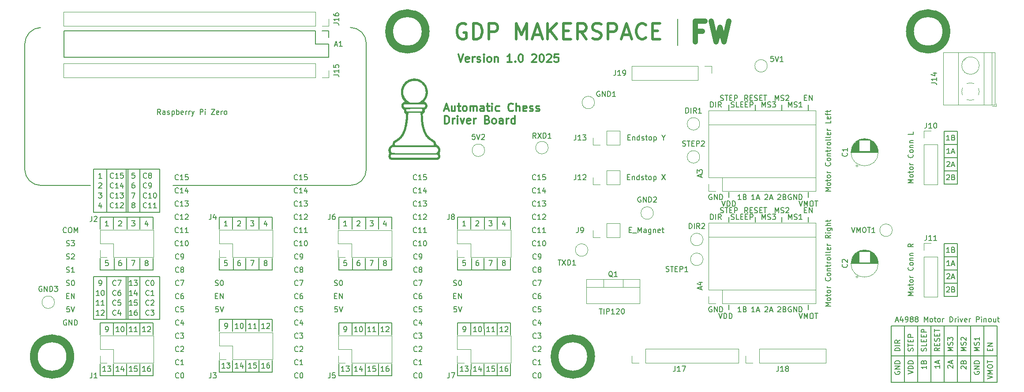
<source format=gbr>
%TF.GenerationSoftware,KiCad,Pcbnew,(6.0.10)*%
%TF.CreationDate,2025-04-14T00:06:01+02:00*%
%TF.ProjectId,pcb_shield,7063625f-7368-4696-956c-642e6b696361,1.0*%
%TF.SameCoordinates,Original*%
%TF.FileFunction,Legend,Top*%
%TF.FilePolarity,Positive*%
%FSLAX46Y46*%
G04 Gerber Fmt 4.6, Leading zero omitted, Abs format (unit mm)*
G04 Created by KiCad (PCBNEW (6.0.10)) date 2025-04-14 00:06:01*
%MOMM*%
%LPD*%
G01*
G04 APERTURE LIST*
%ADD10C,0.150000*%
%ADD11C,1.500000*%
%ADD12C,0.000000*%
%ADD13C,1.000000*%
%ADD14C,0.500000*%
%ADD15C,0.300000*%
%ADD16C,0.120000*%
G04 APERTURE END LIST*
D10*
X238760000Y-116205000D02*
X238760000Y-121285000D01*
X246380000Y-116205000D02*
X246380000Y-121285000D01*
X118110000Y-59436000D02*
X118110000Y-61976000D01*
X130207500Y-125730000D02*
X130207500Y-123420000D01*
X248920000Y-127000000D02*
X248920000Y-121285000D01*
X147975000Y-125730000D02*
X147985000Y-123420000D01*
X212725000Y-90454800D02*
X212725000Y-91440000D01*
X81915000Y-115570000D02*
X81925000Y-117870000D01*
X107310000Y-105410000D02*
X107310000Y-103120000D01*
X207645000Y-74656000D02*
X207645000Y-73660000D01*
X130207500Y-115570000D02*
X130207500Y-117870000D01*
X109870000Y-125080000D02*
X99710000Y-125080000D01*
X145410000Y-95220000D02*
X145410000Y-97540000D01*
D11*
X139282000Y-59549000D02*
G75*
G03*
X139282000Y-59549000I-3500000J0D01*
G01*
D10*
X119380000Y-59436000D02*
X120650000Y-59436000D01*
D11*
X171030000Y-122049000D02*
G75*
G03*
X171030000Y-122049000I-3500000J0D01*
G01*
D10*
X248920000Y-121285000D02*
X248920000Y-116205000D01*
X99710000Y-114920000D02*
X109870000Y-114920000D01*
X76835000Y-125730000D02*
X76835000Y-123420000D01*
X145435000Y-125730000D02*
X145435000Y-123420000D01*
X102355000Y-105420000D02*
X102355000Y-103120000D01*
X107330000Y-125080000D02*
X107330000Y-122770000D01*
X241300000Y-78740000D02*
X238760000Y-78740000D01*
X82123000Y-86042500D02*
X82123000Y-94297500D01*
X238760000Y-83820000D02*
X241300000Y-83820000D01*
X79375000Y-115570000D02*
X79375000Y-117870000D01*
X127892739Y-61845261D02*
G75*
G03*
X124844750Y-58797261I-3048039J-39D01*
G01*
X132747500Y-125730000D02*
X132747500Y-123420000D01*
X202565000Y-96195200D02*
X202565000Y-95250000D01*
X102230000Y-95250000D02*
X102230000Y-97570000D01*
X197485000Y-90454800D02*
X197485000Y-91440000D01*
X148075000Y-105390000D02*
X148075000Y-103090000D01*
X122585000Y-95250000D02*
X122585000Y-97570000D01*
X145435000Y-115570000D02*
X145435000Y-117870000D01*
X107310000Y-95250000D02*
X107310000Y-97570000D01*
X104790000Y-114920000D02*
X104800000Y-117220000D01*
X75565000Y-94297500D02*
X88265000Y-94297500D01*
X125250000Y-105420000D02*
X125250000Y-103120000D01*
X241300000Y-110490000D02*
X241300000Y-100330000D01*
X109870000Y-125080000D02*
X109870000Y-122770000D01*
X153030000Y-95220000D02*
X153030000Y-97540000D01*
X76835000Y-115570000D02*
X76835000Y-117870000D01*
X132747500Y-125730000D02*
X122587500Y-125730000D01*
X248920000Y-116205000D02*
X228600000Y-116205000D01*
X127892750Y-61845261D02*
X127889011Y-86106000D01*
X228600000Y-116205000D02*
X228600000Y-121285000D01*
X88265000Y-114935000D02*
X88265000Y-106680000D01*
X127667500Y-125730000D02*
X127667500Y-123420000D01*
X150515000Y-115570000D02*
X150525000Y-117870000D01*
X147975000Y-115570000D02*
X147975000Y-117870000D01*
X122585000Y-95250000D02*
X132745000Y-95250000D01*
X127667500Y-115570000D02*
X127677500Y-117870000D01*
X79375000Y-95250000D02*
X79375000Y-97570000D01*
X109850000Y-105410000D02*
X109850000Y-103120000D01*
X238760000Y-100330000D02*
X238760000Y-110490000D01*
X132747500Y-115570000D02*
X132752500Y-117870000D01*
X197485000Y-74656000D02*
X197485000Y-73660000D01*
X233680000Y-116205000D02*
X233680000Y-121285000D01*
X238760000Y-88900000D02*
X241300000Y-88900000D01*
X238760000Y-121285000D02*
X238760000Y-127000000D01*
X104855000Y-95270000D02*
X104855000Y-97570000D01*
X76835000Y-95250000D02*
X76835000Y-97570000D01*
X81915000Y-105410000D02*
X81915000Y-103120000D01*
X132745000Y-105410000D02*
X132745000Y-103120000D01*
X233680000Y-127000000D02*
X233680000Y-121285000D01*
X76835000Y-115570000D02*
X86995000Y-115570000D01*
X75565000Y-114935000D02*
X88265000Y-114935000D01*
X79375000Y-125730000D02*
X79385000Y-123420000D01*
X76835000Y-105410000D02*
X76835000Y-103120000D01*
X153030000Y-105380000D02*
X153030000Y-103090000D01*
X248920000Y-121920000D02*
X228600000Y-121920000D01*
X99690000Y-95250000D02*
X109850000Y-95250000D01*
X122585000Y-105410000D02*
X122585000Y-103120000D01*
X153055000Y-115570000D02*
X153055000Y-117870000D01*
X104790000Y-125080000D02*
X104790000Y-122770000D01*
X86995000Y-105410000D02*
X76835000Y-105410000D01*
X99690000Y-95250000D02*
X99690000Y-97570000D01*
X74930000Y-89150261D02*
X65405000Y-89150261D01*
X84455000Y-106680000D02*
X84455000Y-114935000D01*
X150515000Y-125730000D02*
X150515000Y-123420000D01*
X212725000Y-74656000D02*
X212725000Y-73660000D01*
X125127500Y-115570000D02*
X125127500Y-117870000D01*
X155570000Y-105380000D02*
X145410000Y-105380000D01*
X78105000Y-106680000D02*
X78105000Y-114935000D01*
X120650000Y-61976000D02*
X120650000Y-64516000D01*
X238760000Y-86360000D02*
X241300000Y-86360000D01*
X127750000Y-95270000D02*
X127750000Y-97570000D01*
X88265000Y-94297500D02*
X88265000Y-86042500D01*
X246380000Y-121285000D02*
X246380000Y-127000000D01*
D12*
G36*
X132155282Y-83420822D02*
G01*
X132161995Y-83370525D01*
X132170880Y-83321664D01*
X132181924Y-83274777D01*
X132195115Y-83230405D01*
X132210440Y-83189087D01*
X132227886Y-83151362D01*
X132239999Y-83127359D01*
X132250592Y-83105066D01*
X132259679Y-83084274D01*
X132267272Y-83064771D01*
X132273386Y-83046349D01*
X132278033Y-83028798D01*
X132281228Y-83011907D01*
X132282984Y-82995467D01*
X132283314Y-82979267D01*
X132282232Y-82963098D01*
X132279751Y-82946750D01*
X132275885Y-82930013D01*
X132270647Y-82912677D01*
X132264051Y-82894532D01*
X132256110Y-82875368D01*
X132246838Y-82854975D01*
X132224027Y-82803646D01*
X132203929Y-82751797D01*
X132186512Y-82699522D01*
X132171748Y-82646913D01*
X132159606Y-82594064D01*
X132150055Y-82541068D01*
X132143065Y-82488020D01*
X132138606Y-82435011D01*
X132136648Y-82382136D01*
X132136747Y-82372046D01*
X132580989Y-82372046D01*
X132582687Y-82408029D01*
X132586271Y-82443915D01*
X132591745Y-82479587D01*
X132599113Y-82514929D01*
X132608378Y-82549822D01*
X132619543Y-82584150D01*
X132632613Y-82617796D01*
X132647592Y-82650643D01*
X132664482Y-82682573D01*
X132683288Y-82713470D01*
X132704013Y-82743216D01*
X132726661Y-82771695D01*
X132751235Y-82798789D01*
X132777740Y-82824380D01*
X132806179Y-82848353D01*
X132818415Y-82857720D01*
X132831047Y-82866512D01*
X132844828Y-82874747D01*
X132860511Y-82882443D01*
X132878849Y-82889619D01*
X132900597Y-82896293D01*
X132926508Y-82902482D01*
X132957334Y-82908206D01*
X132993830Y-82913482D01*
X133036749Y-82918328D01*
X133086844Y-82922763D01*
X133144869Y-82926805D01*
X133211577Y-82930472D01*
X133287721Y-82933782D01*
X133374055Y-82936753D01*
X133471333Y-82939404D01*
X133580307Y-82941753D01*
X133701732Y-82943817D01*
X133836360Y-82945615D01*
X133984945Y-82947166D01*
X134327000Y-82949596D01*
X134733924Y-82951253D01*
X135211744Y-82952283D01*
X135766488Y-82952830D01*
X137130856Y-82953059D01*
X141322308Y-82952998D01*
X141457089Y-82836161D01*
X141471182Y-82823268D01*
X141485515Y-82808795D01*
X141499988Y-82792900D01*
X141514500Y-82775741D01*
X141528949Y-82757476D01*
X141543233Y-82738263D01*
X141557253Y-82718259D01*
X141570906Y-82697623D01*
X141584091Y-82676512D01*
X141596708Y-82655085D01*
X141608655Y-82633499D01*
X141619830Y-82611911D01*
X141630133Y-82590481D01*
X141639463Y-82569366D01*
X141647718Y-82548724D01*
X141654797Y-82528712D01*
X141667295Y-82484544D01*
X141675949Y-82440105D01*
X141680815Y-82395540D01*
X141681950Y-82350993D01*
X141679412Y-82306607D01*
X141673258Y-82262525D01*
X141663544Y-82218892D01*
X141650328Y-82175851D01*
X141633667Y-82133545D01*
X141613617Y-82092119D01*
X141590237Y-82051717D01*
X141563582Y-82012481D01*
X141533711Y-81974556D01*
X141500680Y-81938085D01*
X141464545Y-81903213D01*
X141425366Y-81870082D01*
X141282192Y-81757334D01*
X137142742Y-81757517D01*
X134800388Y-81759730D01*
X133546097Y-81771737D01*
X133212556Y-81784059D01*
X133013728Y-81802006D01*
X132903845Y-81826634D01*
X132837139Y-81859004D01*
X132807335Y-81878715D01*
X132779355Y-81900320D01*
X132753202Y-81923703D01*
X132728880Y-81948744D01*
X132706393Y-81975329D01*
X132685744Y-82003339D01*
X132666937Y-82032658D01*
X132649976Y-82063167D01*
X132634864Y-82094752D01*
X132621605Y-82127293D01*
X132610203Y-82160674D01*
X132600662Y-82194778D01*
X132592984Y-82229489D01*
X132587175Y-82264687D01*
X132583236Y-82300258D01*
X132581173Y-82336083D01*
X132580989Y-82372046D01*
X132136747Y-82372046D01*
X132137161Y-82329488D01*
X132140114Y-82277161D01*
X132145477Y-82225247D01*
X132153220Y-82173840D01*
X132163313Y-82123033D01*
X132175725Y-82072920D01*
X132190426Y-82023595D01*
X132207386Y-81975149D01*
X132226575Y-81927678D01*
X132247963Y-81881274D01*
X132271518Y-81836031D01*
X132297212Y-81792042D01*
X132325013Y-81749400D01*
X132354893Y-81708198D01*
X132386819Y-81668531D01*
X132420763Y-81630492D01*
X132456693Y-81594173D01*
X132494580Y-81559669D01*
X132534394Y-81527072D01*
X132576103Y-81496476D01*
X132619679Y-81467974D01*
X132665090Y-81441661D01*
X132712307Y-81417628D01*
X132750297Y-81399280D01*
X132783951Y-81382110D01*
X132813631Y-81365494D01*
X132827093Y-81357198D01*
X132839696Y-81348806D01*
X132851486Y-81340240D01*
X132862508Y-81331421D01*
X132872806Y-81322272D01*
X132882425Y-81312714D01*
X132891412Y-81302669D01*
X132899810Y-81292059D01*
X132907665Y-81280806D01*
X132915022Y-81268832D01*
X132921926Y-81256058D01*
X132928422Y-81242407D01*
X132934555Y-81227799D01*
X132940370Y-81212158D01*
X132945912Y-81195405D01*
X132951226Y-81177461D01*
X132952514Y-81172639D01*
X133390035Y-81172639D01*
X133390807Y-81206955D01*
X133393618Y-81241093D01*
X133398404Y-81274498D01*
X133405104Y-81306616D01*
X133413656Y-81336892D01*
X133423997Y-81364772D01*
X133436065Y-81389702D01*
X133442727Y-81400888D01*
X133449797Y-81411128D01*
X133457268Y-81420353D01*
X133465132Y-81428495D01*
X133473380Y-81435483D01*
X133482006Y-81441249D01*
X133812454Y-81461157D01*
X134623677Y-81477189D01*
X137054472Y-81495631D01*
X139506430Y-81492592D01*
X140344107Y-81481774D01*
X140711590Y-81464091D01*
X140713650Y-81463954D01*
X140732440Y-81458584D01*
X140741039Y-81455793D01*
X140749124Y-81452889D01*
X140756708Y-81449839D01*
X140763804Y-81446608D01*
X140770423Y-81443164D01*
X140776578Y-81439475D01*
X140782282Y-81435508D01*
X140787548Y-81431229D01*
X140792387Y-81426606D01*
X140796812Y-81421605D01*
X140800837Y-81416194D01*
X140804472Y-81410340D01*
X140807731Y-81404010D01*
X140810627Y-81397172D01*
X140813172Y-81389791D01*
X140815377Y-81381835D01*
X140817257Y-81373272D01*
X140818823Y-81364069D01*
X140820088Y-81354191D01*
X140821064Y-81343608D01*
X140821764Y-81332285D01*
X140822200Y-81320189D01*
X140822385Y-81307289D01*
X140822332Y-81293550D01*
X140821559Y-81263427D01*
X140819981Y-81229557D01*
X140817700Y-81191676D01*
X140814748Y-81149845D01*
X140811502Y-81112692D01*
X140807371Y-81079513D01*
X140804789Y-81064193D01*
X140801764Y-81049601D01*
X140798223Y-81035649D01*
X140794092Y-81022250D01*
X140789296Y-81009314D01*
X140783762Y-80996754D01*
X140777417Y-80984481D01*
X140770186Y-80972407D01*
X140761995Y-80960444D01*
X140752771Y-80948504D01*
X140742441Y-80936498D01*
X140730929Y-80924338D01*
X140718162Y-80911937D01*
X140704067Y-80899204D01*
X140688570Y-80886054D01*
X140671596Y-80872396D01*
X140632925Y-80843207D01*
X140587464Y-80810933D01*
X140534621Y-80774866D01*
X140404431Y-80688532D01*
X140209772Y-80558538D01*
X140050421Y-80448427D01*
X139981830Y-80398996D01*
X139919479Y-80352338D01*
X139862506Y-80307721D01*
X139810049Y-80264413D01*
X139761246Y-80221679D01*
X139715234Y-80178789D01*
X139671152Y-80135010D01*
X139628137Y-80089608D01*
X139585327Y-80041852D01*
X139541860Y-79991009D01*
X139449505Y-79877131D01*
X139397462Y-79809592D01*
X139345910Y-79739189D01*
X139295003Y-79666206D01*
X139244894Y-79590926D01*
X139195737Y-79513634D01*
X139147687Y-79434612D01*
X139100898Y-79354146D01*
X139055523Y-79272519D01*
X139011717Y-79190014D01*
X138969633Y-79106915D01*
X138929426Y-79023507D01*
X138891249Y-78940072D01*
X138855257Y-78856896D01*
X138821604Y-78774261D01*
X138790443Y-78692451D01*
X138761929Y-78611750D01*
X138715835Y-78471130D01*
X138672819Y-78330232D01*
X138632783Y-78188444D01*
X138595630Y-78045155D01*
X138561263Y-77899754D01*
X138529585Y-77751630D01*
X138500500Y-77600171D01*
X138473910Y-77444766D01*
X138449717Y-77284803D01*
X138427826Y-77119671D01*
X138390559Y-76771454D01*
X138361331Y-76395226D01*
X138339367Y-75986094D01*
X138304516Y-75232188D01*
X135964825Y-75232188D01*
X135927670Y-75856105D01*
X135878061Y-76519874D01*
X135846856Y-76826759D01*
X135811133Y-77117964D01*
X135770704Y-77394229D01*
X135725383Y-77656295D01*
X135674979Y-77904900D01*
X135619307Y-78140786D01*
X135558177Y-78364691D01*
X135491402Y-78577357D01*
X135418794Y-78779523D01*
X135340165Y-78971928D01*
X135255327Y-79155313D01*
X135164093Y-79330418D01*
X135066273Y-79497983D01*
X134961681Y-79658747D01*
X134909644Y-79732819D01*
X134856876Y-79804181D01*
X134803099Y-79873091D01*
X134748036Y-79939810D01*
X134691408Y-80004597D01*
X134632939Y-80067711D01*
X134572350Y-80129412D01*
X134509363Y-80189959D01*
X134443701Y-80249613D01*
X134375087Y-80308631D01*
X134303241Y-80367275D01*
X134227887Y-80425803D01*
X134148747Y-80484475D01*
X134065542Y-80543551D01*
X133977996Y-80603290D01*
X133885830Y-80663951D01*
X133801654Y-80719169D01*
X133721583Y-80773107D01*
X133647479Y-80824411D01*
X133581207Y-80871728D01*
X133524630Y-80913702D01*
X133479611Y-80948979D01*
X133448012Y-80976206D01*
X133437828Y-80986378D01*
X133431698Y-80994029D01*
X133425009Y-81005475D01*
X133418932Y-81017777D01*
X133413457Y-81030866D01*
X133408577Y-81044672D01*
X133400573Y-81074160D01*
X133394856Y-81105687D01*
X133391364Y-81138698D01*
X133390035Y-81172639D01*
X132952514Y-81172639D01*
X132956357Y-81158250D01*
X132961351Y-81137691D01*
X132971106Y-81092222D01*
X132980851Y-81040429D01*
X132990946Y-80981686D01*
X133001751Y-80915370D01*
X133005309Y-80895897D01*
X133009690Y-80876687D01*
X133014925Y-80857711D01*
X133021045Y-80838939D01*
X133028082Y-80820341D01*
X133036067Y-80801889D01*
X133045031Y-80783552D01*
X133055006Y-80765301D01*
X133066022Y-80747107D01*
X133078112Y-80728941D01*
X133091305Y-80710773D01*
X133105634Y-80692573D01*
X133121130Y-80674312D01*
X133137825Y-80655961D01*
X133155748Y-80637490D01*
X133174933Y-80618870D01*
X133217208Y-80581065D01*
X133264902Y-80542311D01*
X133318265Y-80502371D01*
X133377546Y-80461010D01*
X133442995Y-80417993D01*
X133514864Y-80373085D01*
X133593402Y-80326050D01*
X133678860Y-80276652D01*
X133748114Y-80234285D01*
X133820944Y-80184229D01*
X133896571Y-80127298D01*
X133974212Y-80064304D01*
X134053088Y-79996060D01*
X134132418Y-79923379D01*
X134211420Y-79847074D01*
X134289314Y-79767958D01*
X134365320Y-79686844D01*
X134438657Y-79604546D01*
X134508543Y-79521874D01*
X134574198Y-79439644D01*
X134634842Y-79358667D01*
X134689694Y-79279757D01*
X134737972Y-79203726D01*
X134778896Y-79131388D01*
X134855257Y-78977577D01*
X134928138Y-78813084D01*
X134997341Y-78638832D01*
X135062669Y-78455743D01*
X135123922Y-78264737D01*
X135180904Y-78066738D01*
X135233416Y-77862667D01*
X135281260Y-77653445D01*
X135324237Y-77439995D01*
X135362151Y-77223237D01*
X135394802Y-77004095D01*
X135421994Y-76783490D01*
X135443527Y-76562343D01*
X135459203Y-76341576D01*
X135468825Y-76122112D01*
X135472195Y-75904872D01*
X135471969Y-75732509D01*
X135469868Y-75601385D01*
X135467549Y-75548975D01*
X135464084Y-75504102D01*
X135459246Y-75465839D01*
X135452810Y-75433262D01*
X135444550Y-75405448D01*
X135434239Y-75381470D01*
X135421652Y-75360404D01*
X135406562Y-75341327D01*
X135388744Y-75323312D01*
X135367972Y-75305435D01*
X135316662Y-75266398D01*
X135292842Y-75248357D01*
X135271513Y-75231164D01*
X135252541Y-75214520D01*
X135243899Y-75206312D01*
X135235797Y-75198128D01*
X135228219Y-75189932D01*
X135221148Y-75181687D01*
X135214568Y-75173355D01*
X135208463Y-75164900D01*
X135202815Y-75156282D01*
X135197610Y-75147466D01*
X135192829Y-75138414D01*
X135188458Y-75129088D01*
X135184478Y-75119451D01*
X135180875Y-75109467D01*
X135177631Y-75099096D01*
X135174730Y-75088303D01*
X135172155Y-75077049D01*
X135169891Y-75065298D01*
X135167920Y-75053011D01*
X135166227Y-75040153D01*
X135163606Y-75012569D01*
X135161896Y-74982247D01*
X135160967Y-74948889D01*
X135160687Y-74912196D01*
X135160404Y-74873379D01*
X135159391Y-74838268D01*
X135157394Y-74806386D01*
X135154164Y-74777255D01*
X135149449Y-74750397D01*
X135146456Y-74737671D01*
X135142998Y-74725334D01*
X135139043Y-74713326D01*
X135134560Y-74701589D01*
X135129518Y-74690061D01*
X135126427Y-74683818D01*
X135576687Y-74683818D01*
X135576973Y-74710752D01*
X135577849Y-74735657D01*
X135579343Y-74758602D01*
X135581483Y-74779657D01*
X135584297Y-74798890D01*
X135587812Y-74816373D01*
X135592056Y-74832173D01*
X135597057Y-74846362D01*
X135602843Y-74859007D01*
X135609441Y-74870179D01*
X135616879Y-74879948D01*
X135625186Y-74888382D01*
X135634387Y-74895552D01*
X135644513Y-74901526D01*
X135655589Y-74906374D01*
X135667645Y-74910166D01*
X135815117Y-74922461D01*
X136117420Y-74931453D01*
X136987969Y-74939299D01*
X137882201Y-74933246D01*
X138214108Y-74924865D01*
X138403027Y-74912837D01*
X138403043Y-74912882D01*
X138403058Y-74912926D01*
X138403073Y-74912969D01*
X138403086Y-74913012D01*
X138403110Y-74913098D01*
X138403134Y-74913188D01*
X138482031Y-74901963D01*
X138514027Y-74896585D01*
X138541510Y-74890929D01*
X138564825Y-74884671D01*
X138575026Y-74881214D01*
X138584314Y-74877485D01*
X138592730Y-74873442D01*
X138600319Y-74869045D01*
X138607123Y-74864253D01*
X138613184Y-74859027D01*
X138618546Y-74853324D01*
X138623252Y-74847104D01*
X138627343Y-74840327D01*
X138630864Y-74832952D01*
X138633857Y-74824939D01*
X138636365Y-74816246D01*
X138638431Y-74806833D01*
X138640097Y-74796660D01*
X138642403Y-74773868D01*
X138643625Y-74747546D01*
X138644192Y-74683009D01*
X138643915Y-74657296D01*
X138643068Y-74633471D01*
X138641627Y-74611482D01*
X138639567Y-74591276D01*
X138636866Y-74572803D01*
X138633499Y-74556010D01*
X138629441Y-74540846D01*
X138624670Y-74527259D01*
X138619161Y-74515197D01*
X138612890Y-74504608D01*
X138605833Y-74495442D01*
X138597966Y-74487645D01*
X138589265Y-74481167D01*
X138579706Y-74475956D01*
X138569265Y-74471960D01*
X138557919Y-74469126D01*
X138510980Y-74466141D01*
X138410104Y-74463864D01*
X138071680Y-74461531D01*
X137592926Y-74462329D01*
X137024120Y-74466456D01*
X135576687Y-74481211D01*
X135576687Y-74683818D01*
X135126427Y-74683818D01*
X135123884Y-74678683D01*
X135117629Y-74667396D01*
X135110720Y-74656139D01*
X135103126Y-74644854D01*
X135094815Y-74633480D01*
X135075920Y-74610227D01*
X135053782Y-74585902D01*
X135028152Y-74560028D01*
X134998777Y-74532127D01*
X134965408Y-74501721D01*
X134927792Y-74468333D01*
X134880330Y-74424593D01*
X134836802Y-74380388D01*
X134797197Y-74335689D01*
X134761507Y-74290469D01*
X134729719Y-74244700D01*
X134701824Y-74198355D01*
X134677811Y-74151406D01*
X134657669Y-74103825D01*
X134649047Y-74079789D01*
X134641389Y-74055585D01*
X134634694Y-74031209D01*
X134628960Y-74006658D01*
X134624186Y-73981929D01*
X134620371Y-73957017D01*
X134617514Y-73931920D01*
X134615613Y-73906633D01*
X134614674Y-73855480D01*
X134615554Y-73839543D01*
X135058997Y-73839543D01*
X135059629Y-73860667D01*
X135061568Y-73881634D01*
X135064791Y-73902382D01*
X135069275Y-73922849D01*
X135074995Y-73942976D01*
X135081928Y-73962702D01*
X135090052Y-73981966D01*
X135099341Y-74000707D01*
X135109774Y-74018865D01*
X135121326Y-74036378D01*
X135133974Y-74053186D01*
X135147694Y-74069228D01*
X135162463Y-74084444D01*
X135178258Y-74098772D01*
X135195054Y-74112152D01*
X135212829Y-74124523D01*
X135231559Y-74135824D01*
X135251220Y-74145995D01*
X135271790Y-74154975D01*
X135293244Y-74162702D01*
X135315558Y-74169117D01*
X135338711Y-74174159D01*
X135534915Y-74182149D01*
X135956908Y-74185140D01*
X137175886Y-74179070D01*
X138390908Y-74161840D01*
X138807954Y-74150880D01*
X138997234Y-74139338D01*
X138997223Y-74139320D01*
X138997211Y-74139302D01*
X138997187Y-74139264D01*
X138997180Y-74139255D01*
X138997174Y-74139246D01*
X138997167Y-74139237D01*
X138997159Y-74139229D01*
X138997152Y-74139221D01*
X138997136Y-74139207D01*
X138997128Y-74139201D01*
X139012146Y-74135131D01*
X139026645Y-74130058D01*
X139040610Y-74124020D01*
X139054027Y-74117057D01*
X139066883Y-74109209D01*
X139079164Y-74100515D01*
X139090856Y-74091014D01*
X139101946Y-74080746D01*
X139112418Y-74069750D01*
X139122260Y-74058066D01*
X139131457Y-74045732D01*
X139139996Y-74032790D01*
X139147862Y-74019277D01*
X139155043Y-74005233D01*
X139161523Y-73990698D01*
X139167290Y-73975711D01*
X139172329Y-73960311D01*
X139176626Y-73944538D01*
X139180168Y-73928432D01*
X139182941Y-73912031D01*
X139184931Y-73895376D01*
X139186124Y-73878505D01*
X139186505Y-73861457D01*
X139186062Y-73844274D01*
X139184781Y-73826993D01*
X139182647Y-73809654D01*
X139179647Y-73792297D01*
X139175766Y-73774961D01*
X139170992Y-73757685D01*
X139165309Y-73740509D01*
X139158705Y-73723472D01*
X139151165Y-73706614D01*
X139084988Y-73568431D01*
X137142132Y-73554927D01*
X136075763Y-73549663D01*
X135729702Y-73551517D01*
X135483692Y-73557271D01*
X135319214Y-73567609D01*
X135217744Y-73583214D01*
X135184849Y-73593206D01*
X135160760Y-73604770D01*
X135143163Y-73617993D01*
X135129742Y-73632960D01*
X135116010Y-73652325D01*
X135103819Y-73672140D01*
X135093148Y-73692343D01*
X135083972Y-73712874D01*
X135076267Y-73733672D01*
X135070011Y-73754677D01*
X135065179Y-73775827D01*
X135061748Y-73797062D01*
X135059695Y-73818321D01*
X135058997Y-73839543D01*
X134615554Y-73839543D01*
X134617544Y-73803529D01*
X134624213Y-73750752D01*
X134634670Y-73697123D01*
X134647281Y-73644932D01*
X134660494Y-73596508D01*
X134674484Y-73551607D01*
X134689424Y-73509985D01*
X134705491Y-73471399D01*
X134722857Y-73435605D01*
X134741699Y-73402358D01*
X134762190Y-73371415D01*
X134784505Y-73342531D01*
X134808819Y-73315464D01*
X134835306Y-73289968D01*
X134864141Y-73265800D01*
X134895498Y-73242717D01*
X134929553Y-73220473D01*
X134966479Y-73198826D01*
X135006451Y-73177531D01*
X135027455Y-73166511D01*
X135047872Y-73155228D01*
X135067594Y-73143764D01*
X135086517Y-73132201D01*
X135104535Y-73120623D01*
X135121541Y-73109113D01*
X135137430Y-73097752D01*
X135152096Y-73086623D01*
X135165433Y-73075809D01*
X135177335Y-73065393D01*
X135187696Y-73055458D01*
X135196411Y-73046085D01*
X135203374Y-73037359D01*
X135208478Y-73029360D01*
X135211618Y-73022173D01*
X135212419Y-73018909D01*
X135212689Y-73015879D01*
X135212515Y-73012788D01*
X135212000Y-73009326D01*
X135209978Y-73001346D01*
X135206692Y-72992048D01*
X135202210Y-72981543D01*
X135196599Y-72969941D01*
X135189927Y-72957354D01*
X135182263Y-72943890D01*
X135173674Y-72929661D01*
X135164228Y-72914778D01*
X135153994Y-72899349D01*
X135143038Y-72883486D01*
X135131431Y-72867300D01*
X135119238Y-72850900D01*
X135106528Y-72834397D01*
X135093370Y-72817902D01*
X135079830Y-72801524D01*
X135019371Y-72725326D01*
X134961783Y-72644023D01*
X134907210Y-72558038D01*
X134855795Y-72467793D01*
X134807682Y-72373710D01*
X134763014Y-72276211D01*
X134721935Y-72175718D01*
X134684588Y-72072653D01*
X134651116Y-71967439D01*
X134621664Y-71860497D01*
X134596375Y-71752249D01*
X134575393Y-71643119D01*
X134558860Y-71533526D01*
X134546920Y-71423895D01*
X134539718Y-71314646D01*
X134537396Y-71206202D01*
X134538121Y-71179636D01*
X134968687Y-71179636D01*
X134973769Y-71343491D01*
X134992756Y-71506898D01*
X135025215Y-71669006D01*
X135070720Y-71828967D01*
X135128839Y-71985928D01*
X135199143Y-72139041D01*
X135281202Y-72287454D01*
X135374588Y-72430318D01*
X135478870Y-72566782D01*
X135593619Y-72695996D01*
X135718405Y-72817110D01*
X135852800Y-72929273D01*
X135996372Y-73031636D01*
X136148693Y-73123347D01*
X136198069Y-73150290D01*
X136242907Y-73173971D01*
X136284523Y-73194601D01*
X136324231Y-73212393D01*
X136363344Y-73227558D01*
X136383089Y-73234222D01*
X136403177Y-73240309D01*
X136423775Y-73245845D01*
X136445045Y-73250857D01*
X136467152Y-73255371D01*
X136490261Y-73259413D01*
X136540140Y-73266191D01*
X136595996Y-73271401D01*
X136659143Y-73275256D01*
X136730896Y-73277967D01*
X136812568Y-73279746D01*
X136905474Y-73280805D01*
X137130245Y-73281611D01*
X137357253Y-73281510D01*
X137532557Y-73279312D01*
X137604224Y-73276862D01*
X137667051Y-73273209D01*
X137722399Y-73268127D01*
X137771629Y-73261389D01*
X137816105Y-73252771D01*
X137857187Y-73242044D01*
X137896236Y-73228984D01*
X137934616Y-73213363D01*
X137973688Y-73194956D01*
X138014812Y-73173536D01*
X138108669Y-73120753D01*
X138108669Y-73120736D01*
X138108668Y-73120727D01*
X138108667Y-73120719D01*
X138108665Y-73120702D01*
X138108662Y-73120686D01*
X138108659Y-73120671D01*
X138108657Y-73120656D01*
X138108656Y-73120650D01*
X138108655Y-73120643D01*
X138108654Y-73120637D01*
X138108654Y-73120631D01*
X138246913Y-73036474D01*
X138376671Y-72947109D01*
X138497869Y-72852633D01*
X138555241Y-72803508D01*
X138610451Y-72753141D01*
X138663492Y-72701543D01*
X138714358Y-72648728D01*
X138763040Y-72594706D01*
X138809533Y-72539490D01*
X138853827Y-72483091D01*
X138895917Y-72425522D01*
X138935795Y-72366794D01*
X138973454Y-72306920D01*
X139008886Y-72245911D01*
X139042085Y-72183779D01*
X139073042Y-72120536D01*
X139101752Y-72056194D01*
X139128207Y-71990766D01*
X139152399Y-71924262D01*
X139174321Y-71856695D01*
X139193966Y-71788077D01*
X139211327Y-71718420D01*
X139226397Y-71647736D01*
X139239168Y-71576036D01*
X139249633Y-71503332D01*
X139257785Y-71429637D01*
X139263617Y-71354963D01*
X139267122Y-71279321D01*
X139268292Y-71202723D01*
X139261474Y-71021447D01*
X139241221Y-70845198D01*
X139207831Y-70674373D01*
X139161600Y-70509371D01*
X139102827Y-70350588D01*
X139031809Y-70198423D01*
X138948845Y-70053272D01*
X138854233Y-69915534D01*
X138748270Y-69785605D01*
X138631254Y-69663882D01*
X138503482Y-69550765D01*
X138365254Y-69446649D01*
X138216866Y-69351932D01*
X138058617Y-69267013D01*
X137890805Y-69192287D01*
X137713726Y-69128153D01*
X137655233Y-69112070D01*
X137588342Y-69098647D01*
X137514222Y-69087847D01*
X137434042Y-69079634D01*
X137348970Y-69073969D01*
X137260175Y-69070816D01*
X137168825Y-69070138D01*
X137076090Y-69071896D01*
X136983138Y-69076055D01*
X136891138Y-69082576D01*
X136801258Y-69091422D01*
X136714668Y-69102557D01*
X136632535Y-69115942D01*
X136556029Y-69131541D01*
X136486319Y-69149316D01*
X136424572Y-69169230D01*
X136284968Y-69225074D01*
X136151525Y-69288219D01*
X136024370Y-69358514D01*
X135903633Y-69435807D01*
X135789441Y-69519947D01*
X135681922Y-69610782D01*
X135581205Y-69708161D01*
X135487417Y-69811930D01*
X135400687Y-69921940D01*
X135321143Y-70038038D01*
X135248912Y-70160072D01*
X135184123Y-70287892D01*
X135126905Y-70421344D01*
X135077384Y-70560278D01*
X135035690Y-70704542D01*
X135001949Y-70853984D01*
X134988071Y-70934874D01*
X134977937Y-71016183D01*
X134971493Y-71097806D01*
X134968687Y-71179636D01*
X134538121Y-71179636D01*
X134541265Y-71064432D01*
X134552252Y-70924917D01*
X134570179Y-70787824D01*
X134594864Y-70653321D01*
X134626129Y-70521577D01*
X134663793Y-70392759D01*
X134707678Y-70267037D01*
X134757603Y-70144577D01*
X134813390Y-70025548D01*
X134874858Y-69910119D01*
X134941827Y-69798456D01*
X135014119Y-69690729D01*
X135091554Y-69587106D01*
X135173951Y-69487754D01*
X135261132Y-69392841D01*
X135352917Y-69302537D01*
X135449126Y-69217008D01*
X135549579Y-69136423D01*
X135654098Y-69060951D01*
X135762502Y-68990758D01*
X135874612Y-68926014D01*
X135990248Y-68866887D01*
X136109230Y-68813544D01*
X136231380Y-68766154D01*
X136356517Y-68724884D01*
X136484462Y-68689904D01*
X136615035Y-68661380D01*
X136748057Y-68639481D01*
X136883347Y-68624376D01*
X137020727Y-68616232D01*
X137160017Y-68615218D01*
X137301037Y-68621501D01*
X137458938Y-68633781D01*
X137527303Y-68640361D01*
X137590145Y-68647662D01*
X137648615Y-68656004D01*
X137703863Y-68665710D01*
X137757040Y-68677100D01*
X137809296Y-68690495D01*
X137861782Y-68706216D01*
X137915648Y-68724585D01*
X137972046Y-68745922D01*
X138032126Y-68770548D01*
X138097037Y-68798784D01*
X138167932Y-68830952D01*
X138332272Y-68908366D01*
X138400950Y-68944406D01*
X138473884Y-68988696D01*
X138550121Y-69040306D01*
X138628705Y-69098309D01*
X138708684Y-69161774D01*
X138789104Y-69229774D01*
X138869011Y-69301379D01*
X138947451Y-69375661D01*
X139023470Y-69451690D01*
X139096115Y-69528537D01*
X139164432Y-69605275D01*
X139227466Y-69680973D01*
X139284266Y-69754703D01*
X139333875Y-69825537D01*
X139375342Y-69892545D01*
X139407711Y-69954798D01*
X139461310Y-70075244D01*
X139510087Y-70194145D01*
X139554038Y-70311467D01*
X139593159Y-70427177D01*
X139627443Y-70541242D01*
X139656886Y-70653628D01*
X139681484Y-70764301D01*
X139701231Y-70873229D01*
X139716122Y-70980377D01*
X139726153Y-71085713D01*
X139731318Y-71189203D01*
X139731613Y-71290813D01*
X139727032Y-71390510D01*
X139717570Y-71488261D01*
X139703224Y-71584032D01*
X139683987Y-71677790D01*
X139666730Y-71744902D01*
X139645138Y-71817265D01*
X139619654Y-71893929D01*
X139590723Y-71973947D01*
X139524297Y-72140242D01*
X139449415Y-72308558D01*
X139369634Y-72471301D01*
X139329016Y-72548209D01*
X139288507Y-72620876D01*
X139248550Y-72688354D01*
X139209591Y-72749692D01*
X139172073Y-72803942D01*
X139136440Y-72850154D01*
X138999844Y-73015864D01*
X139213802Y-73150935D01*
X139264023Y-73184332D01*
X139311075Y-73219128D01*
X139354948Y-73255306D01*
X139395634Y-73292849D01*
X139433123Y-73331740D01*
X139467405Y-73371964D01*
X139483341Y-73392571D01*
X139498471Y-73413504D01*
X139512795Y-73434762D01*
X139526312Y-73456343D01*
X139539020Y-73478245D01*
X139550918Y-73500465D01*
X139562005Y-73523002D01*
X139572279Y-73545853D01*
X139581740Y-73569017D01*
X139590387Y-73592491D01*
X139598218Y-73616274D01*
X139605231Y-73640363D01*
X139611427Y-73664756D01*
X139616803Y-73689451D01*
X139621358Y-73714446D01*
X139625092Y-73739740D01*
X139628003Y-73765329D01*
X139630090Y-73791212D01*
X139631786Y-73843852D01*
X139630666Y-73895566D01*
X139627164Y-73945326D01*
X139621225Y-73993241D01*
X139612794Y-74039421D01*
X139601816Y-74083976D01*
X139588236Y-74127016D01*
X139571997Y-74168652D01*
X139553045Y-74208993D01*
X139531325Y-74248149D01*
X139506781Y-74286231D01*
X139479357Y-74323348D01*
X139448999Y-74359610D01*
X139415651Y-74395129D01*
X139379258Y-74430012D01*
X139339765Y-74464372D01*
X139297115Y-74498316D01*
X139267926Y-74520927D01*
X139241933Y-74541954D01*
X139218955Y-74561765D01*
X139198810Y-74580731D01*
X139189743Y-74590012D01*
X139181317Y-74599220D01*
X139173509Y-74608401D01*
X139166297Y-74617601D01*
X139159656Y-74626867D01*
X139153566Y-74636245D01*
X139148003Y-74645781D01*
X139142944Y-74655520D01*
X139138368Y-74665510D01*
X139134251Y-74675796D01*
X139130571Y-74686424D01*
X139127304Y-74697442D01*
X139124429Y-74708894D01*
X139121923Y-74720826D01*
X139119763Y-74733287D01*
X139117927Y-74746320D01*
X139115134Y-74774291D01*
X139113363Y-74805110D01*
X139112433Y-74839144D01*
X139112164Y-74876765D01*
X139111861Y-74913754D01*
X139110838Y-74947517D01*
X139108920Y-74978423D01*
X139105931Y-75006839D01*
X139101696Y-75033132D01*
X139096042Y-75057671D01*
X139088793Y-75080821D01*
X139079775Y-75102952D01*
X139068812Y-75124430D01*
X139055731Y-75145623D01*
X139040355Y-75166899D01*
X139022511Y-75188624D01*
X139002024Y-75211168D01*
X138978719Y-75234896D01*
X138952421Y-75260177D01*
X138922955Y-75287379D01*
X138733761Y-75460688D01*
X138768612Y-76074305D01*
X138808607Y-76592695D01*
X138834877Y-76839208D01*
X138865321Y-77077237D01*
X138899933Y-77306761D01*
X138938709Y-77527759D01*
X138981642Y-77740208D01*
X139028727Y-77944089D01*
X139079958Y-78139378D01*
X139135329Y-78326056D01*
X139194836Y-78504099D01*
X139258471Y-78673488D01*
X139326231Y-78834200D01*
X139398108Y-78986214D01*
X139474099Y-79129509D01*
X139554196Y-79264063D01*
X139600532Y-79334288D01*
X139651487Y-79405646D01*
X139706646Y-79477732D01*
X139765591Y-79550141D01*
X139827906Y-79622468D01*
X139893175Y-79694308D01*
X139960982Y-79765255D01*
X140030911Y-79834904D01*
X140102544Y-79902851D01*
X140175467Y-79968689D01*
X140249262Y-80032015D01*
X140323513Y-80092422D01*
X140397805Y-80149505D01*
X140471720Y-80202860D01*
X140544843Y-80252081D01*
X140616757Y-80296763D01*
X140702281Y-80348935D01*
X140781619Y-80400196D01*
X140854863Y-80450654D01*
X140922105Y-80500415D01*
X140983437Y-80549585D01*
X141038952Y-80598272D01*
X141088742Y-80646583D01*
X141132898Y-80694625D01*
X141171515Y-80742503D01*
X141204683Y-80790326D01*
X141232495Y-80838200D01*
X141255043Y-80886231D01*
X141272420Y-80934527D01*
X141284718Y-80983195D01*
X141292029Y-81032341D01*
X141294445Y-81082072D01*
X141294707Y-81115089D01*
X141295631Y-81144764D01*
X141297426Y-81171417D01*
X141300298Y-81195371D01*
X141302203Y-81206435D01*
X141304456Y-81216945D01*
X141307082Y-81226940D01*
X141310108Y-81236462D01*
X141313559Y-81245549D01*
X141317461Y-81254242D01*
X141321840Y-81262582D01*
X141326723Y-81270608D01*
X141332135Y-81278360D01*
X141338102Y-81285879D01*
X141344651Y-81293205D01*
X141351806Y-81300378D01*
X141359595Y-81307438D01*
X141368043Y-81314426D01*
X141387020Y-81328344D01*
X141408945Y-81342453D01*
X141434026Y-81357074D01*
X141462471Y-81372530D01*
X141494488Y-81389140D01*
X141528568Y-81407319D01*
X141562017Y-81426750D01*
X141594804Y-81447387D01*
X141626901Y-81469185D01*
X141658279Y-81492098D01*
X141688906Y-81516082D01*
X141718756Y-81541090D01*
X141747797Y-81567077D01*
X141803340Y-81621806D01*
X141855298Y-81679906D01*
X141903439Y-81741013D01*
X141947527Y-81804764D01*
X141987328Y-81870795D01*
X142022606Y-81938743D01*
X142053128Y-82008243D01*
X142066531Y-82043462D01*
X142078658Y-82078933D01*
X142089478Y-82114610D01*
X142098962Y-82150448D01*
X142107081Y-82186402D01*
X142113806Y-82222426D01*
X142119106Y-82258474D01*
X142122953Y-82294502D01*
X142125318Y-82330463D01*
X142126171Y-82366313D01*
X142125758Y-82379333D01*
X142124475Y-82394507D01*
X142122373Y-82411649D01*
X142119499Y-82430572D01*
X142111631Y-82473022D01*
X142101263Y-82520369D01*
X142088784Y-82571129D01*
X142074585Y-82623813D01*
X142059055Y-82676937D01*
X142042584Y-82729014D01*
X142016985Y-82806922D01*
X142006952Y-82840451D01*
X141998769Y-82871129D01*
X141992438Y-82899530D01*
X141987964Y-82926228D01*
X141985350Y-82951796D01*
X141984600Y-82976809D01*
X141985718Y-83001841D01*
X141988706Y-83027465D01*
X141993570Y-83054256D01*
X142000312Y-83082787D01*
X142008936Y-83113632D01*
X142019446Y-83147366D01*
X142046139Y-83225794D01*
X142070552Y-83300714D01*
X142089243Y-83373752D01*
X142102231Y-83444848D01*
X142109535Y-83513941D01*
X142111173Y-83580971D01*
X142107164Y-83645878D01*
X142103048Y-83677517D01*
X142097527Y-83708601D01*
X142090603Y-83739125D01*
X142082279Y-83769080D01*
X142072558Y-83798459D01*
X142061441Y-83827253D01*
X142048931Y-83855457D01*
X142035030Y-83883062D01*
X142019741Y-83910060D01*
X142003065Y-83936444D01*
X141985006Y-83962207D01*
X141965565Y-83987340D01*
X141922549Y-84035689D01*
X141874034Y-84081431D01*
X141820040Y-84124505D01*
X141760586Y-84164851D01*
X141578747Y-84278926D01*
X137575237Y-84283900D01*
X134599922Y-84278323D01*
X133579716Y-84269579D01*
X133068325Y-84257960D01*
X133071041Y-84257670D01*
X132973871Y-84250903D01*
X132884525Y-84242811D01*
X132802566Y-84233205D01*
X132727558Y-84221895D01*
X132659063Y-84208690D01*
X132596644Y-84193400D01*
X132539864Y-84175836D01*
X132488285Y-84155808D01*
X132441471Y-84133125D01*
X132398983Y-84107598D01*
X132360386Y-84079036D01*
X132325241Y-84047250D01*
X132293112Y-84012049D01*
X132263561Y-83973243D01*
X132236151Y-83930643D01*
X132210446Y-83884059D01*
X132194731Y-83849078D01*
X132181318Y-83810137D01*
X132170191Y-83767778D01*
X132161340Y-83722537D01*
X132154750Y-83674957D01*
X132150409Y-83625574D01*
X132148305Y-83574930D01*
X132148424Y-83523564D01*
X132148460Y-83522780D01*
X132572813Y-83522780D01*
X132572852Y-83543093D01*
X132574232Y-83563322D01*
X132576955Y-83583373D01*
X132581026Y-83603153D01*
X132586446Y-83622569D01*
X132593218Y-83641528D01*
X132601346Y-83659936D01*
X132610832Y-83677699D01*
X132621680Y-83694726D01*
X132633891Y-83710921D01*
X132647470Y-83726193D01*
X132662419Y-83740447D01*
X132678741Y-83753591D01*
X132696439Y-83765531D01*
X132715515Y-83776174D01*
X132735973Y-83785426D01*
X134129304Y-83816349D01*
X137088926Y-83832595D01*
X140059561Y-83830478D01*
X141485928Y-83806315D01*
X141484127Y-83805979D01*
X141506516Y-83798978D01*
X141527542Y-83790427D01*
X141547200Y-83780420D01*
X141565488Y-83769046D01*
X141582402Y-83756398D01*
X141597939Y-83742565D01*
X141612095Y-83727641D01*
X141624867Y-83711715D01*
X141636252Y-83694879D01*
X141646246Y-83677225D01*
X141654846Y-83658843D01*
X141662048Y-83639825D01*
X141667850Y-83620261D01*
X141672247Y-83600244D01*
X141675237Y-83579865D01*
X141676815Y-83559214D01*
X141676979Y-83538383D01*
X141675726Y-83517464D01*
X141673051Y-83496546D01*
X141668951Y-83475723D01*
X141663424Y-83455084D01*
X141656465Y-83434721D01*
X141648072Y-83414726D01*
X141638240Y-83395189D01*
X141626968Y-83376202D01*
X141614250Y-83357857D01*
X141600084Y-83340243D01*
X141584466Y-83323453D01*
X141567394Y-83307578D01*
X141548863Y-83292708D01*
X141528870Y-83278936D01*
X141507412Y-83266352D01*
X141101380Y-83243339D01*
X140110258Y-83226571D01*
X137149569Y-83212151D01*
X134178988Y-83223855D01*
X133175503Y-83239742D01*
X132752163Y-83262446D01*
X132731145Y-83271418D01*
X132711422Y-83281799D01*
X132692996Y-83293495D01*
X132675869Y-83306413D01*
X132660046Y-83320460D01*
X132645528Y-83335542D01*
X132632319Y-83351566D01*
X132620422Y-83368439D01*
X132609839Y-83386067D01*
X132600574Y-83404358D01*
X132592629Y-83423217D01*
X132586007Y-83442552D01*
X132580712Y-83462269D01*
X132576746Y-83482275D01*
X132574112Y-83502476D01*
X132572813Y-83522780D01*
X132148460Y-83522780D01*
X132150754Y-83472015D01*
X132155282Y-83420822D01*
G37*
D10*
X86995000Y-95250000D02*
X86995000Y-97570000D01*
X155595000Y-115570000D02*
X155600000Y-117870000D01*
X241300000Y-88900000D02*
X241300000Y-78740000D01*
X236220000Y-121285000D02*
X236220000Y-116205000D01*
X62360739Y-61972261D02*
X62357000Y-86102261D01*
X124841011Y-89154000D02*
X90805000Y-89150261D01*
D11*
X71093000Y-122049000D02*
G75*
G03*
X71093000Y-122049000I-3500000J0D01*
G01*
D10*
X231140000Y-116205000D02*
X231140000Y-121285000D01*
X145410000Y-105380000D02*
X145410000Y-103090000D01*
X241300000Y-100330000D02*
X238760000Y-100330000D01*
X243840000Y-116205000D02*
X243840000Y-121285000D01*
X238760000Y-107950000D02*
X241300000Y-107950000D01*
X84455000Y-115570000D02*
X84455000Y-117870000D01*
X127665000Y-105410000D02*
X127665000Y-103120000D01*
X84455000Y-95250000D02*
X84455000Y-97570000D01*
X84455000Y-105410000D02*
X84455000Y-103120000D01*
X88265000Y-86042500D02*
X75565000Y-86042500D01*
X65408740Y-58797285D02*
G75*
G03*
X62360739Y-61972261I129660J-3175015D01*
G01*
X86995000Y-105410000D02*
X86995000Y-103120000D01*
X109850000Y-105410000D02*
X99690000Y-105410000D01*
X81915000Y-125730000D02*
X81915000Y-123420000D01*
X238760000Y-81280000D02*
X241300000Y-81280000D01*
X99690000Y-105410000D02*
X99690000Y-103120000D01*
X155570000Y-95220000D02*
X155570000Y-97540000D01*
X207645000Y-96195200D02*
X207645000Y-95250000D01*
X76835000Y-95250000D02*
X86995000Y-95250000D01*
X241300000Y-121285000D02*
X241300000Y-127000000D01*
X69850000Y-59436000D02*
X118110000Y-59436000D01*
X99710000Y-125080000D02*
X99710000Y-122770000D01*
X130205000Y-95250000D02*
X130205000Y-97570000D01*
X81815000Y-86042500D02*
X81815000Y-94297500D01*
X82123000Y-106680000D02*
X82123000Y-114935000D01*
X84455000Y-125730000D02*
X84455000Y-123420000D01*
X86995000Y-115570000D02*
X87000000Y-117870000D01*
X246380000Y-127000000D02*
X243840000Y-127000000D01*
X99710000Y-114920000D02*
X99710000Y-117220000D01*
D11*
X239219000Y-59549000D02*
G75*
G03*
X239219000Y-59549000I-3500000J0D01*
G01*
D10*
X187635000Y-57130000D02*
X187635000Y-62210000D01*
X118110000Y-61976000D02*
X120650000Y-61976000D01*
X153055000Y-125730000D02*
X153055000Y-123420000D01*
X212725000Y-112121000D02*
X212725000Y-113030000D01*
X150575000Y-95240000D02*
X150575000Y-97540000D01*
X107330000Y-114920000D02*
X107330000Y-117220000D01*
X248920000Y-127000000D02*
X228600000Y-127000000D01*
X212725000Y-96195200D02*
X212725000Y-95250000D01*
X104770000Y-105410000D02*
X104770000Y-103120000D01*
X238760000Y-78740000D02*
X238760000Y-88900000D01*
X82000000Y-95270000D02*
X82000000Y-97570000D01*
X88265000Y-106680000D02*
X75565000Y-106680000D01*
X86995000Y-125730000D02*
X76835000Y-125730000D01*
X155570000Y-105380000D02*
X155570000Y-103090000D01*
X130205000Y-105410000D02*
X130205000Y-103120000D01*
X122587500Y-125730000D02*
X122587500Y-123420000D01*
X150490000Y-105380000D02*
X150490000Y-103090000D01*
X69850000Y-64516000D02*
X69850000Y-59436000D01*
X125125000Y-95250000D02*
X125125000Y-97570000D01*
X236220000Y-121285000D02*
X236220000Y-127000000D01*
X102250000Y-125080000D02*
X102260000Y-122770000D01*
X79500000Y-105420000D02*
X79500000Y-103120000D01*
X145435000Y-115570000D02*
X155595000Y-115570000D01*
X147950000Y-95220000D02*
X147950000Y-97540000D01*
X81815000Y-106680000D02*
X81815000Y-114935000D01*
X228600000Y-127000000D02*
X228600000Y-121285000D01*
X84455000Y-86042500D02*
X84455000Y-94297500D01*
X120650000Y-64516000D02*
X69850000Y-64516000D01*
X243840000Y-127000000D02*
X243840000Y-121285000D01*
X197485000Y-112121000D02*
X197485000Y-113030000D01*
X155595000Y-125730000D02*
X155595000Y-123420000D01*
X109850000Y-95250000D02*
X109850000Y-97570000D01*
X122587500Y-115570000D02*
X132747500Y-115570000D01*
X122587500Y-115570000D02*
X122587500Y-117870000D01*
X102250000Y-114920000D02*
X102250000Y-117220000D01*
X231140000Y-127000000D02*
X231140000Y-121285000D01*
X197485000Y-96195200D02*
X197485000Y-95250000D01*
X241300000Y-116205000D02*
X241300000Y-121285000D01*
X202565000Y-74656000D02*
X202565000Y-73660000D01*
X75565000Y-106680000D02*
X75565000Y-114935000D01*
X132745000Y-95250000D02*
X132745000Y-97570000D01*
X109870000Y-114920000D02*
X109875000Y-117220000D01*
X124841011Y-89154011D02*
G75*
G03*
X127889011Y-86106000I-11J3048011D01*
G01*
X238760000Y-102870000D02*
X241300000Y-102870000D01*
X238760000Y-110490000D02*
X241300000Y-110490000D01*
X155595000Y-125730000D02*
X145435000Y-125730000D01*
X62357039Y-86102261D02*
G75*
G03*
X65405000Y-89150261I3048061J61D01*
G01*
X86995000Y-125730000D02*
X86995000Y-123420000D01*
X238760000Y-105410000D02*
X241300000Y-105410000D01*
X120650000Y-59436000D02*
X120650000Y-60706000D01*
X125127500Y-125730000D02*
X125137500Y-123420000D01*
X78105000Y-86042500D02*
X78105000Y-94297500D01*
X132745000Y-105410000D02*
X122585000Y-105410000D01*
X75565000Y-86042500D02*
X75565000Y-94297500D01*
X145410000Y-95220000D02*
X155570000Y-95220000D01*
X210915476Y-92162380D02*
X211248809Y-93162380D01*
X211582142Y-92162380D01*
X211915476Y-93162380D02*
X211915476Y-92162380D01*
X212248809Y-92876666D01*
X212582142Y-92162380D01*
X212582142Y-93162380D01*
X213248809Y-92162380D02*
X213439285Y-92162380D01*
X213534523Y-92210000D01*
X213629761Y-92305238D01*
X213677380Y-92495714D01*
X213677380Y-92829047D01*
X213629761Y-93019523D01*
X213534523Y-93114761D01*
X213439285Y-93162380D01*
X213248809Y-93162380D01*
X213153571Y-93114761D01*
X213058333Y-93019523D01*
X213010714Y-92829047D01*
X213010714Y-92495714D01*
X213058333Y-92305238D01*
X213153571Y-92210000D01*
X213248809Y-92162380D01*
X213963095Y-92162380D02*
X214534523Y-92162380D01*
X214248809Y-93162380D02*
X214248809Y-92162380D01*
X208899285Y-74112380D02*
X208899285Y-73112380D01*
X209232619Y-73826666D01*
X209565952Y-73112380D01*
X209565952Y-74112380D01*
X209994523Y-74064761D02*
X210137380Y-74112380D01*
X210375476Y-74112380D01*
X210470714Y-74064761D01*
X210518333Y-74017142D01*
X210565952Y-73921904D01*
X210565952Y-73826666D01*
X210518333Y-73731428D01*
X210470714Y-73683809D01*
X210375476Y-73636190D01*
X210185000Y-73588571D01*
X210089761Y-73540952D01*
X210042142Y-73493333D01*
X209994523Y-73398095D01*
X209994523Y-73302857D01*
X210042142Y-73207619D01*
X210089761Y-73160000D01*
X210185000Y-73112380D01*
X210423095Y-73112380D01*
X210565952Y-73160000D01*
X211518333Y-74112380D02*
X210946904Y-74112380D01*
X211232619Y-74112380D02*
X211232619Y-73112380D01*
X211137380Y-73255238D01*
X211042142Y-73350476D01*
X210946904Y-73398095D01*
X76644523Y-112212380D02*
X76073095Y-112212380D01*
X76358809Y-112212380D02*
X76358809Y-111212380D01*
X76263571Y-111355238D01*
X76168333Y-111450476D01*
X76073095Y-111498095D01*
X77596904Y-112212380D02*
X77025476Y-112212380D01*
X77311190Y-112212380D02*
X77311190Y-111212380D01*
X77215952Y-111355238D01*
X77120714Y-111450476D01*
X77025476Y-111498095D01*
X151594523Y-124912380D02*
X151023095Y-124912380D01*
X151308809Y-124912380D02*
X151308809Y-123912380D01*
X151213571Y-124055238D01*
X151118333Y-124150476D01*
X151023095Y-124198095D01*
X152499285Y-123912380D02*
X152023095Y-123912380D01*
X151975476Y-124388571D01*
X152023095Y-124340952D01*
X152118333Y-124293333D01*
X152356428Y-124293333D01*
X152451666Y-124340952D01*
X152499285Y-124388571D01*
X152546904Y-124483809D01*
X152546904Y-124721904D01*
X152499285Y-124817142D01*
X152451666Y-124864761D01*
X152356428Y-124912380D01*
X152118333Y-124912380D01*
X152023095Y-124864761D01*
X151975476Y-124817142D01*
X80454523Y-117292380D02*
X79883095Y-117292380D01*
X80168809Y-117292380D02*
X80168809Y-116292380D01*
X80073571Y-116435238D01*
X79978333Y-116530476D01*
X79883095Y-116578095D01*
X81073571Y-116292380D02*
X81168809Y-116292380D01*
X81264047Y-116340000D01*
X81311666Y-116387619D01*
X81359285Y-116482857D01*
X81406904Y-116673333D01*
X81406904Y-116911428D01*
X81359285Y-117101904D01*
X81311666Y-117197142D01*
X81264047Y-117244761D01*
X81168809Y-117292380D01*
X81073571Y-117292380D01*
X80978333Y-117244761D01*
X80930714Y-117197142D01*
X80883095Y-117101904D01*
X80835476Y-116911428D01*
X80835476Y-116673333D01*
X80883095Y-116482857D01*
X80930714Y-116387619D01*
X80978333Y-116340000D01*
X81073571Y-116292380D01*
X86193333Y-114022142D02*
X86145714Y-114069761D01*
X86002857Y-114117380D01*
X85907619Y-114117380D01*
X85764761Y-114069761D01*
X85669523Y-113974523D01*
X85621904Y-113879285D01*
X85574285Y-113688809D01*
X85574285Y-113545952D01*
X85621904Y-113355476D01*
X85669523Y-113260238D01*
X85764761Y-113165000D01*
X85907619Y-113117380D01*
X86002857Y-113117380D01*
X86145714Y-113165000D01*
X86193333Y-113212619D01*
X86526666Y-113117380D02*
X87145714Y-113117380D01*
X86812380Y-113498333D01*
X86955238Y-113498333D01*
X87050476Y-113545952D01*
X87098095Y-113593571D01*
X87145714Y-113688809D01*
X87145714Y-113926904D01*
X87098095Y-114022142D01*
X87050476Y-114069761D01*
X86955238Y-114117380D01*
X86669523Y-114117380D01*
X86574285Y-114069761D01*
X86526666Y-114022142D01*
X137628333Y-115927142D02*
X137580714Y-115974761D01*
X137437857Y-116022380D01*
X137342619Y-116022380D01*
X137199761Y-115974761D01*
X137104523Y-115879523D01*
X137056904Y-115784285D01*
X137009285Y-115593809D01*
X137009285Y-115450952D01*
X137056904Y-115260476D01*
X137104523Y-115165238D01*
X137199761Y-115070000D01*
X137342619Y-115022380D01*
X137437857Y-115022380D01*
X137580714Y-115070000D01*
X137628333Y-115117619D01*
X138485476Y-115355714D02*
X138485476Y-116022380D01*
X138247380Y-114974761D02*
X138009285Y-115689047D01*
X138628333Y-115689047D01*
X83375476Y-88669880D02*
X83185000Y-88669880D01*
X83089761Y-88717500D01*
X83042142Y-88765119D01*
X82946904Y-88907976D01*
X82899285Y-89098452D01*
X82899285Y-89479404D01*
X82946904Y-89574642D01*
X82994523Y-89622261D01*
X83089761Y-89669880D01*
X83280238Y-89669880D01*
X83375476Y-89622261D01*
X83423095Y-89574642D01*
X83470714Y-89479404D01*
X83470714Y-89241309D01*
X83423095Y-89146071D01*
X83375476Y-89098452D01*
X83280238Y-89050833D01*
X83089761Y-89050833D01*
X82994523Y-89098452D01*
X82946904Y-89146071D01*
X82899285Y-89241309D01*
X91908333Y-110847142D02*
X91860714Y-110894761D01*
X91717857Y-110942380D01*
X91622619Y-110942380D01*
X91479761Y-110894761D01*
X91384523Y-110799523D01*
X91336904Y-110704285D01*
X91289285Y-110513809D01*
X91289285Y-110370952D01*
X91336904Y-110180476D01*
X91384523Y-110085238D01*
X91479761Y-109990000D01*
X91622619Y-109942380D01*
X91717857Y-109942380D01*
X91860714Y-109990000D01*
X91908333Y-110037619D01*
X92765476Y-109942380D02*
X92575000Y-109942380D01*
X92479761Y-109990000D01*
X92432142Y-110037619D01*
X92336904Y-110180476D01*
X92289285Y-110370952D01*
X92289285Y-110751904D01*
X92336904Y-110847142D01*
X92384523Y-110894761D01*
X92479761Y-110942380D01*
X92670238Y-110942380D01*
X92765476Y-110894761D01*
X92813095Y-110847142D01*
X92860714Y-110751904D01*
X92860714Y-110513809D01*
X92813095Y-110418571D01*
X92765476Y-110370952D01*
X92670238Y-110323333D01*
X92479761Y-110323333D01*
X92384523Y-110370952D01*
X92336904Y-110418571D01*
X92289285Y-110513809D01*
X100789523Y-116642380D02*
X100980000Y-116642380D01*
X101075238Y-116594761D01*
X101122857Y-116547142D01*
X101218095Y-116404285D01*
X101265714Y-116213809D01*
X101265714Y-115832857D01*
X101218095Y-115737619D01*
X101170476Y-115690000D01*
X101075238Y-115642380D01*
X100884761Y-115642380D01*
X100789523Y-115690000D01*
X100741904Y-115737619D01*
X100694285Y-115832857D01*
X100694285Y-116070952D01*
X100741904Y-116166190D01*
X100789523Y-116213809D01*
X100884761Y-116261428D01*
X101075238Y-116261428D01*
X101170476Y-116213809D01*
X101218095Y-116166190D01*
X101265714Y-116070952D01*
X137628333Y-123547142D02*
X137580714Y-123594761D01*
X137437857Y-123642380D01*
X137342619Y-123642380D01*
X137199761Y-123594761D01*
X137104523Y-123499523D01*
X137056904Y-123404285D01*
X137009285Y-123213809D01*
X137009285Y-123070952D01*
X137056904Y-122880476D01*
X137104523Y-122785238D01*
X137199761Y-122690000D01*
X137342619Y-122642380D01*
X137437857Y-122642380D01*
X137580714Y-122690000D01*
X137628333Y-122737619D01*
X138580714Y-123642380D02*
X138009285Y-123642380D01*
X138295000Y-123642380D02*
X138295000Y-122642380D01*
X138199761Y-122785238D01*
X138104523Y-122880476D01*
X138009285Y-122928095D01*
X211986904Y-72318571D02*
X212320238Y-72318571D01*
X212463095Y-72842380D02*
X211986904Y-72842380D01*
X211986904Y-71842380D01*
X212463095Y-71842380D01*
X212891666Y-72842380D02*
X212891666Y-71842380D01*
X213463095Y-72842380D01*
X213463095Y-71842380D01*
X108409523Y-124262380D02*
X107838095Y-124262380D01*
X108123809Y-124262380D02*
X108123809Y-123262380D01*
X108028571Y-123405238D01*
X107933333Y-123500476D01*
X107838095Y-123548095D01*
X109266666Y-123262380D02*
X109076190Y-123262380D01*
X108980952Y-123310000D01*
X108933333Y-123357619D01*
X108838095Y-123500476D01*
X108790476Y-123690952D01*
X108790476Y-124071904D01*
X108838095Y-124167142D01*
X108885714Y-124214761D01*
X108980952Y-124262380D01*
X109171428Y-124262380D01*
X109266666Y-124214761D01*
X109314285Y-124167142D01*
X109361904Y-124071904D01*
X109361904Y-123833809D01*
X109314285Y-123738571D01*
X109266666Y-123690952D01*
X109171428Y-123643333D01*
X108980952Y-123643333D01*
X108885714Y-123690952D01*
X108838095Y-123738571D01*
X108790476Y-123833809D01*
X146514523Y-117292380D02*
X146705000Y-117292380D01*
X146800238Y-117244761D01*
X146847857Y-117197142D01*
X146943095Y-117054285D01*
X146990714Y-116863809D01*
X146990714Y-116482857D01*
X146943095Y-116387619D01*
X146895476Y-116340000D01*
X146800238Y-116292380D01*
X146609761Y-116292380D01*
X146514523Y-116340000D01*
X146466904Y-116387619D01*
X146419285Y-116482857D01*
X146419285Y-116720952D01*
X146466904Y-116816190D01*
X146514523Y-116863809D01*
X146609761Y-116911428D01*
X146800238Y-116911428D01*
X146895476Y-116863809D01*
X146943095Y-116816190D01*
X146990714Y-116720952D01*
X108409523Y-116642380D02*
X107838095Y-116642380D01*
X108123809Y-116642380D02*
X108123809Y-115642380D01*
X108028571Y-115785238D01*
X107933333Y-115880476D01*
X107838095Y-115928095D01*
X108790476Y-115737619D02*
X108838095Y-115690000D01*
X108933333Y-115642380D01*
X109171428Y-115642380D01*
X109266666Y-115690000D01*
X109314285Y-115737619D01*
X109361904Y-115832857D01*
X109361904Y-115928095D01*
X109314285Y-116070952D01*
X108742857Y-116642380D01*
X109361904Y-116642380D01*
X131287023Y-117292380D02*
X130715595Y-117292380D01*
X131001309Y-117292380D02*
X131001309Y-116292380D01*
X130906071Y-116435238D01*
X130810833Y-116530476D01*
X130715595Y-116578095D01*
X131667976Y-116387619D02*
X131715595Y-116340000D01*
X131810833Y-116292380D01*
X132048928Y-116292380D01*
X132144166Y-116340000D01*
X132191785Y-116387619D01*
X132239404Y-116482857D01*
X132239404Y-116578095D01*
X132191785Y-116720952D01*
X131620357Y-117292380D01*
X132239404Y-117292380D01*
X121793095Y-108354761D02*
X121935952Y-108402380D01*
X122174047Y-108402380D01*
X122269285Y-108354761D01*
X122316904Y-108307142D01*
X122364523Y-108211904D01*
X122364523Y-108116666D01*
X122316904Y-108021428D01*
X122269285Y-107973809D01*
X122174047Y-107926190D01*
X121983571Y-107878571D01*
X121888333Y-107830952D01*
X121840714Y-107783333D01*
X121793095Y-107688095D01*
X121793095Y-107592857D01*
X121840714Y-107497619D01*
X121888333Y-107450000D01*
X121983571Y-107402380D01*
X122221666Y-107402380D01*
X122364523Y-107450000D01*
X122983571Y-107402380D02*
X123078809Y-107402380D01*
X123174047Y-107450000D01*
X123221666Y-107497619D01*
X123269285Y-107592857D01*
X123316904Y-107783333D01*
X123316904Y-108021428D01*
X123269285Y-108211904D01*
X123221666Y-108307142D01*
X123174047Y-108354761D01*
X123078809Y-108402380D01*
X122983571Y-108402380D01*
X122888333Y-108354761D01*
X122840714Y-108307142D01*
X122793095Y-108211904D01*
X122745476Y-108021428D01*
X122745476Y-107783333D01*
X122793095Y-107592857D01*
X122840714Y-107497619D01*
X122888333Y-107450000D01*
X122983571Y-107402380D01*
X137628333Y-110847142D02*
X137580714Y-110894761D01*
X137437857Y-110942380D01*
X137342619Y-110942380D01*
X137199761Y-110894761D01*
X137104523Y-110799523D01*
X137056904Y-110704285D01*
X137009285Y-110513809D01*
X137009285Y-110370952D01*
X137056904Y-110180476D01*
X137104523Y-110085238D01*
X137199761Y-109990000D01*
X137342619Y-109942380D01*
X137437857Y-109942380D01*
X137580714Y-109990000D01*
X137628333Y-110037619D01*
X138485476Y-109942380D02*
X138295000Y-109942380D01*
X138199761Y-109990000D01*
X138152142Y-110037619D01*
X138056904Y-110180476D01*
X138009285Y-110370952D01*
X138009285Y-110751904D01*
X138056904Y-110847142D01*
X138104523Y-110894761D01*
X138199761Y-110942380D01*
X138390238Y-110942380D01*
X138485476Y-110894761D01*
X138533095Y-110847142D01*
X138580714Y-110751904D01*
X138580714Y-110513809D01*
X138533095Y-110418571D01*
X138485476Y-110370952D01*
X138390238Y-110323333D01*
X138199761Y-110323333D01*
X138104523Y-110370952D01*
X138056904Y-110418571D01*
X138009285Y-110513809D01*
X108770476Y-96305714D02*
X108770476Y-96972380D01*
X108532380Y-95924761D02*
X108294285Y-96639047D01*
X108913333Y-96639047D01*
X239577619Y-124271547D02*
X239530000Y-124223928D01*
X239482380Y-124128690D01*
X239482380Y-123890595D01*
X239530000Y-123795357D01*
X239577619Y-123747738D01*
X239672857Y-123700119D01*
X239768095Y-123700119D01*
X239910952Y-123747738D01*
X240482380Y-124319166D01*
X240482380Y-123700119D01*
X240196666Y-123319166D02*
X240196666Y-122842976D01*
X240482380Y-123414404D02*
X239482380Y-123081071D01*
X240482380Y-122747738D01*
X245562380Y-120949404D02*
X244562380Y-120949404D01*
X245276666Y-120616071D01*
X244562380Y-120282738D01*
X245562380Y-120282738D01*
X245514761Y-119854166D02*
X245562380Y-119711309D01*
X245562380Y-119473214D01*
X245514761Y-119377976D01*
X245467142Y-119330357D01*
X245371904Y-119282738D01*
X245276666Y-119282738D01*
X245181428Y-119330357D01*
X245133809Y-119377976D01*
X245086190Y-119473214D01*
X245038571Y-119663690D01*
X244990952Y-119758928D01*
X244943333Y-119806547D01*
X244848095Y-119854166D01*
X244752857Y-119854166D01*
X244657619Y-119806547D01*
X244610000Y-119758928D01*
X244562380Y-119663690D01*
X244562380Y-119425595D01*
X244610000Y-119282738D01*
X245562380Y-118330357D02*
X245562380Y-118901785D01*
X245562380Y-118616071D02*
X244562380Y-118616071D01*
X244705238Y-118711309D01*
X244800476Y-118806547D01*
X244848095Y-118901785D01*
X98956904Y-110418571D02*
X99290238Y-110418571D01*
X99433095Y-110942380D02*
X98956904Y-110942380D01*
X98956904Y-109942380D01*
X99433095Y-109942380D01*
X99861666Y-110942380D02*
X99861666Y-109942380D01*
X100433095Y-110942380D01*
X100433095Y-109942380D01*
X114673142Y-93067142D02*
X114625523Y-93114761D01*
X114482666Y-93162380D01*
X114387428Y-93162380D01*
X114244571Y-93114761D01*
X114149333Y-93019523D01*
X114101714Y-92924285D01*
X114054095Y-92733809D01*
X114054095Y-92590952D01*
X114101714Y-92400476D01*
X114149333Y-92305238D01*
X114244571Y-92210000D01*
X114387428Y-92162380D01*
X114482666Y-92162380D01*
X114625523Y-92210000D01*
X114673142Y-92257619D01*
X115625523Y-93162380D02*
X115054095Y-93162380D01*
X115339809Y-93162380D02*
X115339809Y-92162380D01*
X115244571Y-92305238D01*
X115149333Y-92400476D01*
X115054095Y-92448095D01*
X115958857Y-92162380D02*
X116577904Y-92162380D01*
X116244571Y-92543333D01*
X116387428Y-92543333D01*
X116482666Y-92590952D01*
X116530285Y-92638571D01*
X116577904Y-92733809D01*
X116577904Y-92971904D01*
X116530285Y-93067142D01*
X116482666Y-93114761D01*
X116387428Y-93162380D01*
X116101714Y-93162380D01*
X116006476Y-93114761D01*
X115958857Y-93067142D01*
X105706666Y-103592380D02*
X106373333Y-103592380D01*
X105944761Y-104592380D01*
X239887142Y-104592380D02*
X239315714Y-104592380D01*
X239601428Y-104592380D02*
X239601428Y-103592380D01*
X239506190Y-103735238D01*
X239410952Y-103830476D01*
X239315714Y-103878095D01*
X240268095Y-104306666D02*
X240744285Y-104306666D01*
X240172857Y-104592380D02*
X240506190Y-103592380D01*
X240839523Y-104592380D01*
X193945000Y-74112380D02*
X193945000Y-73112380D01*
X194183095Y-73112380D01*
X194325952Y-73160000D01*
X194421190Y-73255238D01*
X194468809Y-73350476D01*
X194516428Y-73540952D01*
X194516428Y-73683809D01*
X194468809Y-73874285D01*
X194421190Y-73969523D01*
X194325952Y-74064761D01*
X194183095Y-74112380D01*
X193945000Y-74112380D01*
X194945000Y-74112380D02*
X194945000Y-73112380D01*
X195992619Y-74112380D02*
X195659285Y-73636190D01*
X195421190Y-74112380D02*
X195421190Y-73112380D01*
X195802142Y-73112380D01*
X195897380Y-73160000D01*
X195945000Y-73207619D01*
X195992619Y-73302857D01*
X195992619Y-73445714D01*
X195945000Y-73540952D01*
X195897380Y-73588571D01*
X195802142Y-73636190D01*
X195421190Y-73636190D01*
X201112619Y-72842380D02*
X200779285Y-72366190D01*
X200541190Y-72842380D02*
X200541190Y-71842380D01*
X200922142Y-71842380D01*
X201017380Y-71890000D01*
X201065000Y-71937619D01*
X201112619Y-72032857D01*
X201112619Y-72175714D01*
X201065000Y-72270952D01*
X201017380Y-72318571D01*
X200922142Y-72366190D01*
X200541190Y-72366190D01*
X201541190Y-72318571D02*
X201874523Y-72318571D01*
X202017380Y-72842380D02*
X201541190Y-72842380D01*
X201541190Y-71842380D01*
X202017380Y-71842380D01*
X202398333Y-72794761D02*
X202541190Y-72842380D01*
X202779285Y-72842380D01*
X202874523Y-72794761D01*
X202922142Y-72747142D01*
X202969761Y-72651904D01*
X202969761Y-72556666D01*
X202922142Y-72461428D01*
X202874523Y-72413809D01*
X202779285Y-72366190D01*
X202588809Y-72318571D01*
X202493571Y-72270952D01*
X202445952Y-72223333D01*
X202398333Y-72128095D01*
X202398333Y-72032857D01*
X202445952Y-71937619D01*
X202493571Y-71890000D01*
X202588809Y-71842380D01*
X202826904Y-71842380D01*
X202969761Y-71890000D01*
X203398333Y-72318571D02*
X203731666Y-72318571D01*
X203874523Y-72842380D02*
X203398333Y-72842380D01*
X203398333Y-71842380D01*
X203874523Y-71842380D01*
X204160238Y-71842380D02*
X204731666Y-71842380D01*
X204445952Y-72842380D02*
X204445952Y-71842380D01*
X231862380Y-125414404D02*
X232862380Y-125081071D01*
X231862380Y-124747738D01*
X232862380Y-124414404D02*
X231862380Y-124414404D01*
X231862380Y-124176309D01*
X231910000Y-124033452D01*
X232005238Y-123938214D01*
X232100476Y-123890595D01*
X232290952Y-123842976D01*
X232433809Y-123842976D01*
X232624285Y-123890595D01*
X232719523Y-123938214D01*
X232814761Y-124033452D01*
X232862380Y-124176309D01*
X232862380Y-124414404D01*
X232862380Y-123414404D02*
X231862380Y-123414404D01*
X231862380Y-123176309D01*
X231910000Y-123033452D01*
X232005238Y-122938214D01*
X232100476Y-122890595D01*
X232290952Y-122842976D01*
X232433809Y-122842976D01*
X232624285Y-122890595D01*
X232719523Y-122938214D01*
X232814761Y-123033452D01*
X232862380Y-123176309D01*
X232862380Y-123414404D01*
X154134523Y-124912380D02*
X153563095Y-124912380D01*
X153848809Y-124912380D02*
X153848809Y-123912380D01*
X153753571Y-124055238D01*
X153658333Y-124150476D01*
X153563095Y-124198095D01*
X154991666Y-123912380D02*
X154801190Y-123912380D01*
X154705952Y-123960000D01*
X154658333Y-124007619D01*
X154563095Y-124150476D01*
X154515476Y-124340952D01*
X154515476Y-124721904D01*
X154563095Y-124817142D01*
X154610714Y-124864761D01*
X154705952Y-124912380D01*
X154896428Y-124912380D01*
X154991666Y-124864761D01*
X155039285Y-124817142D01*
X155086904Y-124721904D01*
X155086904Y-124483809D01*
X155039285Y-124388571D01*
X154991666Y-124340952D01*
X154896428Y-124293333D01*
X154705952Y-124293333D01*
X154610714Y-124340952D01*
X154563095Y-124388571D01*
X154515476Y-124483809D01*
X70358095Y-103274761D02*
X70500952Y-103322380D01*
X70739047Y-103322380D01*
X70834285Y-103274761D01*
X70881904Y-103227142D01*
X70929523Y-103131904D01*
X70929523Y-103036666D01*
X70881904Y-102941428D01*
X70834285Y-102893809D01*
X70739047Y-102846190D01*
X70548571Y-102798571D01*
X70453333Y-102750952D01*
X70405714Y-102703333D01*
X70358095Y-102608095D01*
X70358095Y-102512857D01*
X70405714Y-102417619D01*
X70453333Y-102370000D01*
X70548571Y-102322380D01*
X70786666Y-102322380D01*
X70929523Y-102370000D01*
X71310476Y-102417619D02*
X71358095Y-102370000D01*
X71453333Y-102322380D01*
X71691428Y-102322380D01*
X71786666Y-102370000D01*
X71834285Y-102417619D01*
X71881904Y-102512857D01*
X71881904Y-102608095D01*
X71834285Y-102750952D01*
X71262857Y-103322380D01*
X71881904Y-103322380D01*
X123667023Y-117292380D02*
X123857500Y-117292380D01*
X123952738Y-117244761D01*
X124000357Y-117197142D01*
X124095595Y-117054285D01*
X124143214Y-116863809D01*
X124143214Y-116482857D01*
X124095595Y-116387619D01*
X124047976Y-116340000D01*
X123952738Y-116292380D01*
X123762261Y-116292380D01*
X123667023Y-116340000D01*
X123619404Y-116387619D01*
X123571785Y-116482857D01*
X123571785Y-116720952D01*
X123619404Y-116816190D01*
X123667023Y-116863809D01*
X123762261Y-116911428D01*
X123952738Y-116911428D01*
X124047976Y-116863809D01*
X124095595Y-116816190D01*
X124143214Y-116720952D01*
X137533142Y-93067142D02*
X137485523Y-93114761D01*
X137342666Y-93162380D01*
X137247428Y-93162380D01*
X137104571Y-93114761D01*
X137009333Y-93019523D01*
X136961714Y-92924285D01*
X136914095Y-92733809D01*
X136914095Y-92590952D01*
X136961714Y-92400476D01*
X137009333Y-92305238D01*
X137104571Y-92210000D01*
X137247428Y-92162380D01*
X137342666Y-92162380D01*
X137485523Y-92210000D01*
X137533142Y-92257619D01*
X138485523Y-93162380D02*
X137914095Y-93162380D01*
X138199809Y-93162380D02*
X138199809Y-92162380D01*
X138104571Y-92305238D01*
X138009333Y-92400476D01*
X137914095Y-92448095D01*
X138818857Y-92162380D02*
X139437904Y-92162380D01*
X139104571Y-92543333D01*
X139247428Y-92543333D01*
X139342666Y-92590952D01*
X139390285Y-92638571D01*
X139437904Y-92733809D01*
X139437904Y-92971904D01*
X139390285Y-93067142D01*
X139342666Y-93114761D01*
X139247428Y-93162380D01*
X138961714Y-93162380D01*
X138866476Y-93114761D01*
X138818857Y-93067142D01*
X160488333Y-126087142D02*
X160440714Y-126134761D01*
X160297857Y-126182380D01*
X160202619Y-126182380D01*
X160059761Y-126134761D01*
X159964523Y-126039523D01*
X159916904Y-125944285D01*
X159869285Y-125753809D01*
X159869285Y-125610952D01*
X159916904Y-125420476D01*
X159964523Y-125325238D01*
X160059761Y-125230000D01*
X160202619Y-125182380D01*
X160297857Y-125182380D01*
X160440714Y-125230000D01*
X160488333Y-125277619D01*
X161107380Y-125182380D02*
X161202619Y-125182380D01*
X161297857Y-125230000D01*
X161345476Y-125277619D01*
X161393095Y-125372857D01*
X161440714Y-125563333D01*
X161440714Y-125801428D01*
X161393095Y-125991904D01*
X161345476Y-126087142D01*
X161297857Y-126134761D01*
X161202619Y-126182380D01*
X161107380Y-126182380D01*
X161012142Y-126134761D01*
X160964523Y-126087142D01*
X160916904Y-125991904D01*
X160869285Y-125801428D01*
X160869285Y-125563333D01*
X160916904Y-125372857D01*
X160964523Y-125277619D01*
X161012142Y-125230000D01*
X161107380Y-125182380D01*
X242117619Y-124414404D02*
X242070000Y-124366785D01*
X242022380Y-124271547D01*
X242022380Y-124033452D01*
X242070000Y-123938214D01*
X242117619Y-123890595D01*
X242212857Y-123842976D01*
X242308095Y-123842976D01*
X242450952Y-123890595D01*
X243022380Y-124462023D01*
X243022380Y-123842976D01*
X242498571Y-123081071D02*
X242546190Y-122938214D01*
X242593809Y-122890595D01*
X242689047Y-122842976D01*
X242831904Y-122842976D01*
X242927142Y-122890595D01*
X242974761Y-122938214D01*
X243022380Y-123033452D01*
X243022380Y-123414404D01*
X242022380Y-123414404D01*
X242022380Y-123081071D01*
X242070000Y-122985833D01*
X242117619Y-122938214D01*
X242212857Y-122890595D01*
X242308095Y-122890595D01*
X242403333Y-122938214D01*
X242450952Y-122985833D01*
X242498571Y-123081071D01*
X242498571Y-123414404D01*
X79843333Y-114022142D02*
X79795714Y-114069761D01*
X79652857Y-114117380D01*
X79557619Y-114117380D01*
X79414761Y-114069761D01*
X79319523Y-113974523D01*
X79271904Y-113879285D01*
X79224285Y-113688809D01*
X79224285Y-113545952D01*
X79271904Y-113355476D01*
X79319523Y-113260238D01*
X79414761Y-113165000D01*
X79557619Y-113117380D01*
X79652857Y-113117380D01*
X79795714Y-113165000D01*
X79843333Y-113212619D01*
X80700476Y-113450714D02*
X80700476Y-114117380D01*
X80462380Y-113069761D02*
X80224285Y-113784047D01*
X80843333Y-113784047D01*
X151594523Y-117292380D02*
X151023095Y-117292380D01*
X151308809Y-117292380D02*
X151308809Y-116292380D01*
X151213571Y-116435238D01*
X151118333Y-116530476D01*
X151023095Y-116578095D01*
X152546904Y-117292380D02*
X151975476Y-117292380D01*
X152261190Y-117292380D02*
X152261190Y-116292380D01*
X152165952Y-116435238D01*
X152070714Y-116530476D01*
X151975476Y-116578095D01*
X82994523Y-110307380D02*
X82423095Y-110307380D01*
X82708809Y-110307380D02*
X82708809Y-109307380D01*
X82613571Y-109450238D01*
X82518333Y-109545476D01*
X82423095Y-109593095D01*
X83851666Y-109640714D02*
X83851666Y-110307380D01*
X83613571Y-109259761D02*
X83375476Y-109974047D01*
X83994523Y-109974047D01*
X101198095Y-103592380D02*
X100721904Y-103592380D01*
X100674285Y-104068571D01*
X100721904Y-104020952D01*
X100817142Y-103973333D01*
X101055238Y-103973333D01*
X101150476Y-104020952D01*
X101198095Y-104068571D01*
X101245714Y-104163809D01*
X101245714Y-104401904D01*
X101198095Y-104497142D01*
X101150476Y-104544761D01*
X101055238Y-104592380D01*
X100817142Y-104592380D01*
X100721904Y-104544761D01*
X100674285Y-104497142D01*
X114768333Y-105767142D02*
X114720714Y-105814761D01*
X114577857Y-105862380D01*
X114482619Y-105862380D01*
X114339761Y-105814761D01*
X114244523Y-105719523D01*
X114196904Y-105624285D01*
X114149285Y-105433809D01*
X114149285Y-105290952D01*
X114196904Y-105100476D01*
X114244523Y-105005238D01*
X114339761Y-104910000D01*
X114482619Y-104862380D01*
X114577857Y-104862380D01*
X114720714Y-104910000D01*
X114768333Y-104957619D01*
X115339761Y-105290952D02*
X115244523Y-105243333D01*
X115196904Y-105195714D01*
X115149285Y-105100476D01*
X115149285Y-105052857D01*
X115196904Y-104957619D01*
X115244523Y-104910000D01*
X115339761Y-104862380D01*
X115530238Y-104862380D01*
X115625476Y-104910000D01*
X115673095Y-104957619D01*
X115720714Y-105052857D01*
X115720714Y-105100476D01*
X115673095Y-105195714D01*
X115625476Y-105243333D01*
X115530238Y-105290952D01*
X115339761Y-105290952D01*
X115244523Y-105338571D01*
X115196904Y-105386190D01*
X115149285Y-105481428D01*
X115149285Y-105671904D01*
X115196904Y-105767142D01*
X115244523Y-105814761D01*
X115339761Y-105862380D01*
X115530238Y-105862380D01*
X115625476Y-105814761D01*
X115673095Y-105767142D01*
X115720714Y-105671904D01*
X115720714Y-105481428D01*
X115673095Y-105386190D01*
X115625476Y-105338571D01*
X115530238Y-105290952D01*
X160393142Y-93067142D02*
X160345523Y-93114761D01*
X160202666Y-93162380D01*
X160107428Y-93162380D01*
X159964571Y-93114761D01*
X159869333Y-93019523D01*
X159821714Y-92924285D01*
X159774095Y-92733809D01*
X159774095Y-92590952D01*
X159821714Y-92400476D01*
X159869333Y-92305238D01*
X159964571Y-92210000D01*
X160107428Y-92162380D01*
X160202666Y-92162380D01*
X160345523Y-92210000D01*
X160393142Y-92257619D01*
X161345523Y-93162380D02*
X160774095Y-93162380D01*
X161059809Y-93162380D02*
X161059809Y-92162380D01*
X160964571Y-92305238D01*
X160869333Y-92400476D01*
X160774095Y-92448095D01*
X161678857Y-92162380D02*
X162297904Y-92162380D01*
X161964571Y-92543333D01*
X162107428Y-92543333D01*
X162202666Y-92590952D01*
X162250285Y-92638571D01*
X162297904Y-92733809D01*
X162297904Y-92971904D01*
X162250285Y-93067142D01*
X162202666Y-93114761D01*
X162107428Y-93162380D01*
X161821714Y-93162380D01*
X161726476Y-93114761D01*
X161678857Y-93067142D01*
X70334285Y-98147142D02*
X70286666Y-98194761D01*
X70143809Y-98242380D01*
X70048571Y-98242380D01*
X69905714Y-98194761D01*
X69810476Y-98099523D01*
X69762857Y-98004285D01*
X69715238Y-97813809D01*
X69715238Y-97670952D01*
X69762857Y-97480476D01*
X69810476Y-97385238D01*
X69905714Y-97290000D01*
X70048571Y-97242380D01*
X70143809Y-97242380D01*
X70286666Y-97290000D01*
X70334285Y-97337619D01*
X70953333Y-97242380D02*
X71143809Y-97242380D01*
X71239047Y-97290000D01*
X71334285Y-97385238D01*
X71381904Y-97575714D01*
X71381904Y-97909047D01*
X71334285Y-98099523D01*
X71239047Y-98194761D01*
X71143809Y-98242380D01*
X70953333Y-98242380D01*
X70858095Y-98194761D01*
X70762857Y-98099523D01*
X70715238Y-97909047D01*
X70715238Y-97575714D01*
X70762857Y-97385238D01*
X70858095Y-97290000D01*
X70953333Y-97242380D01*
X71810476Y-98242380D02*
X71810476Y-97242380D01*
X72143809Y-97956666D01*
X72477142Y-97242380D01*
X72477142Y-98242380D01*
X82851666Y-103592380D02*
X83518333Y-103592380D01*
X83089761Y-104592380D01*
X98933095Y-108354761D02*
X99075952Y-108402380D01*
X99314047Y-108402380D01*
X99409285Y-108354761D01*
X99456904Y-108307142D01*
X99504523Y-108211904D01*
X99504523Y-108116666D01*
X99456904Y-108021428D01*
X99409285Y-107973809D01*
X99314047Y-107926190D01*
X99123571Y-107878571D01*
X99028333Y-107830952D01*
X98980714Y-107783333D01*
X98933095Y-107688095D01*
X98933095Y-107592857D01*
X98980714Y-107497619D01*
X99028333Y-107450000D01*
X99123571Y-107402380D01*
X99361666Y-107402380D01*
X99504523Y-107450000D01*
X100123571Y-107402380D02*
X100218809Y-107402380D01*
X100314047Y-107450000D01*
X100361666Y-107497619D01*
X100409285Y-107592857D01*
X100456904Y-107783333D01*
X100456904Y-108021428D01*
X100409285Y-108211904D01*
X100361666Y-108307142D01*
X100314047Y-108354761D01*
X100218809Y-108402380D01*
X100123571Y-108402380D01*
X100028333Y-108354761D01*
X99980714Y-108307142D01*
X99933095Y-108211904D01*
X99885476Y-108021428D01*
X99885476Y-107783333D01*
X99933095Y-107592857D01*
X99980714Y-107497619D01*
X100028333Y-107450000D01*
X100123571Y-107402380D01*
X91908333Y-105767142D02*
X91860714Y-105814761D01*
X91717857Y-105862380D01*
X91622619Y-105862380D01*
X91479761Y-105814761D01*
X91384523Y-105719523D01*
X91336904Y-105624285D01*
X91289285Y-105433809D01*
X91289285Y-105290952D01*
X91336904Y-105100476D01*
X91384523Y-105005238D01*
X91479761Y-104910000D01*
X91622619Y-104862380D01*
X91717857Y-104862380D01*
X91860714Y-104910000D01*
X91908333Y-104957619D01*
X92479761Y-105290952D02*
X92384523Y-105243333D01*
X92336904Y-105195714D01*
X92289285Y-105100476D01*
X92289285Y-105052857D01*
X92336904Y-104957619D01*
X92384523Y-104910000D01*
X92479761Y-104862380D01*
X92670238Y-104862380D01*
X92765476Y-104910000D01*
X92813095Y-104957619D01*
X92860714Y-105052857D01*
X92860714Y-105100476D01*
X92813095Y-105195714D01*
X92765476Y-105243333D01*
X92670238Y-105290952D01*
X92479761Y-105290952D01*
X92384523Y-105338571D01*
X92336904Y-105386190D01*
X92289285Y-105481428D01*
X92289285Y-105671904D01*
X92336904Y-105767142D01*
X92384523Y-105814761D01*
X92479761Y-105862380D01*
X92670238Y-105862380D01*
X92765476Y-105814761D01*
X92813095Y-105767142D01*
X92860714Y-105671904D01*
X92860714Y-105481428D01*
X92813095Y-105386190D01*
X92765476Y-105338571D01*
X92670238Y-105290952D01*
X91813142Y-90527142D02*
X91765523Y-90574761D01*
X91622666Y-90622380D01*
X91527428Y-90622380D01*
X91384571Y-90574761D01*
X91289333Y-90479523D01*
X91241714Y-90384285D01*
X91194095Y-90193809D01*
X91194095Y-90050952D01*
X91241714Y-89860476D01*
X91289333Y-89765238D01*
X91384571Y-89670000D01*
X91527428Y-89622380D01*
X91622666Y-89622380D01*
X91765523Y-89670000D01*
X91813142Y-89717619D01*
X92765523Y-90622380D02*
X92194095Y-90622380D01*
X92479809Y-90622380D02*
X92479809Y-89622380D01*
X92384571Y-89765238D01*
X92289333Y-89860476D01*
X92194095Y-89908095D01*
X93622666Y-89955714D02*
X93622666Y-90622380D01*
X93384571Y-89574761D02*
X93146476Y-90289047D01*
X93765523Y-90289047D01*
X114768333Y-110847142D02*
X114720714Y-110894761D01*
X114577857Y-110942380D01*
X114482619Y-110942380D01*
X114339761Y-110894761D01*
X114244523Y-110799523D01*
X114196904Y-110704285D01*
X114149285Y-110513809D01*
X114149285Y-110370952D01*
X114196904Y-110180476D01*
X114244523Y-110085238D01*
X114339761Y-109990000D01*
X114482619Y-109942380D01*
X114577857Y-109942380D01*
X114720714Y-109990000D01*
X114768333Y-110037619D01*
X115625476Y-109942380D02*
X115435000Y-109942380D01*
X115339761Y-109990000D01*
X115292142Y-110037619D01*
X115196904Y-110180476D01*
X115149285Y-110370952D01*
X115149285Y-110751904D01*
X115196904Y-110847142D01*
X115244523Y-110894761D01*
X115339761Y-110942380D01*
X115530238Y-110942380D01*
X115625476Y-110894761D01*
X115673095Y-110847142D01*
X115720714Y-110751904D01*
X115720714Y-110513809D01*
X115673095Y-110418571D01*
X115625476Y-110370952D01*
X115530238Y-110323333D01*
X115339761Y-110323333D01*
X115244523Y-110370952D01*
X115196904Y-110418571D01*
X115149285Y-110513809D01*
X114768333Y-113387142D02*
X114720714Y-113434761D01*
X114577857Y-113482380D01*
X114482619Y-113482380D01*
X114339761Y-113434761D01*
X114244523Y-113339523D01*
X114196904Y-113244285D01*
X114149285Y-113053809D01*
X114149285Y-112910952D01*
X114196904Y-112720476D01*
X114244523Y-112625238D01*
X114339761Y-112530000D01*
X114482619Y-112482380D01*
X114577857Y-112482380D01*
X114720714Y-112530000D01*
X114768333Y-112577619D01*
X115673095Y-112482380D02*
X115196904Y-112482380D01*
X115149285Y-112958571D01*
X115196904Y-112910952D01*
X115292142Y-112863333D01*
X115530238Y-112863333D01*
X115625476Y-112910952D01*
X115673095Y-112958571D01*
X115720714Y-113053809D01*
X115720714Y-113291904D01*
X115673095Y-113387142D01*
X115625476Y-113434761D01*
X115530238Y-113482380D01*
X115292142Y-113482380D01*
X115196904Y-113434761D01*
X115149285Y-113387142D01*
X160488333Y-118467142D02*
X160440714Y-118514761D01*
X160297857Y-118562380D01*
X160202619Y-118562380D01*
X160059761Y-118514761D01*
X159964523Y-118419523D01*
X159916904Y-118324285D01*
X159869285Y-118133809D01*
X159869285Y-117990952D01*
X159916904Y-117800476D01*
X159964523Y-117705238D01*
X160059761Y-117610000D01*
X160202619Y-117562380D01*
X160297857Y-117562380D01*
X160440714Y-117610000D01*
X160488333Y-117657619D01*
X160821666Y-117562380D02*
X161440714Y-117562380D01*
X161107380Y-117943333D01*
X161250238Y-117943333D01*
X161345476Y-117990952D01*
X161393095Y-118038571D01*
X161440714Y-118133809D01*
X161440714Y-118371904D01*
X161393095Y-118467142D01*
X161345476Y-118514761D01*
X161250238Y-118562380D01*
X160964523Y-118562380D01*
X160869285Y-118514761D01*
X160821666Y-118467142D01*
X206359285Y-94432380D02*
X206359285Y-93432380D01*
X206692619Y-94146666D01*
X207025952Y-93432380D01*
X207025952Y-94432380D01*
X207454523Y-94384761D02*
X207597380Y-94432380D01*
X207835476Y-94432380D01*
X207930714Y-94384761D01*
X207978333Y-94337142D01*
X208025952Y-94241904D01*
X208025952Y-94146666D01*
X207978333Y-94051428D01*
X207930714Y-94003809D01*
X207835476Y-93956190D01*
X207645000Y-93908571D01*
X207549761Y-93860952D01*
X207502142Y-93813333D01*
X207454523Y-93718095D01*
X207454523Y-93622857D01*
X207502142Y-93527619D01*
X207549761Y-93480000D01*
X207645000Y-93432380D01*
X207883095Y-93432380D01*
X208025952Y-93480000D01*
X208406904Y-93527619D02*
X208454523Y-93480000D01*
X208549761Y-93432380D01*
X208787857Y-93432380D01*
X208883095Y-93480000D01*
X208930714Y-93527619D01*
X208978333Y-93622857D01*
X208978333Y-93718095D01*
X208930714Y-93860952D01*
X208359285Y-94432380D01*
X208978333Y-94432380D01*
X160393142Y-90527142D02*
X160345523Y-90574761D01*
X160202666Y-90622380D01*
X160107428Y-90622380D01*
X159964571Y-90574761D01*
X159869333Y-90479523D01*
X159821714Y-90384285D01*
X159774095Y-90193809D01*
X159774095Y-90050952D01*
X159821714Y-89860476D01*
X159869333Y-89765238D01*
X159964571Y-89670000D01*
X160107428Y-89622380D01*
X160202666Y-89622380D01*
X160345523Y-89670000D01*
X160393142Y-89717619D01*
X161345523Y-90622380D02*
X160774095Y-90622380D01*
X161059809Y-90622380D02*
X161059809Y-89622380D01*
X160964571Y-89765238D01*
X160869333Y-89860476D01*
X160774095Y-89908095D01*
X162202666Y-89955714D02*
X162202666Y-90622380D01*
X161964571Y-89574761D02*
X161726476Y-90289047D01*
X162345523Y-90289047D01*
X77025476Y-92813214D02*
X77025476Y-93479880D01*
X76787380Y-92432261D02*
X76549285Y-93146547D01*
X77168333Y-93146547D01*
X137533142Y-95607142D02*
X137485523Y-95654761D01*
X137342666Y-95702380D01*
X137247428Y-95702380D01*
X137104571Y-95654761D01*
X137009333Y-95559523D01*
X136961714Y-95464285D01*
X136914095Y-95273809D01*
X136914095Y-95130952D01*
X136961714Y-94940476D01*
X137009333Y-94845238D01*
X137104571Y-94750000D01*
X137247428Y-94702380D01*
X137342666Y-94702380D01*
X137485523Y-94750000D01*
X137533142Y-94797619D01*
X138485523Y-95702380D02*
X137914095Y-95702380D01*
X138199809Y-95702380D02*
X138199809Y-94702380D01*
X138104571Y-94845238D01*
X138009333Y-94940476D01*
X137914095Y-94988095D01*
X138866476Y-94797619D02*
X138914095Y-94750000D01*
X139009333Y-94702380D01*
X139247428Y-94702380D01*
X139342666Y-94750000D01*
X139390285Y-94797619D01*
X139437904Y-94892857D01*
X139437904Y-94988095D01*
X139390285Y-95130952D01*
X138818857Y-95702380D01*
X139437904Y-95702380D01*
X154490476Y-96275714D02*
X154490476Y-96942380D01*
X154252380Y-95894761D02*
X154014285Y-96609047D01*
X154633333Y-96609047D01*
X85717142Y-93384642D02*
X85669523Y-93432261D01*
X85526666Y-93479880D01*
X85431428Y-93479880D01*
X85288571Y-93432261D01*
X85193333Y-93337023D01*
X85145714Y-93241785D01*
X85098095Y-93051309D01*
X85098095Y-92908452D01*
X85145714Y-92717976D01*
X85193333Y-92622738D01*
X85288571Y-92527500D01*
X85431428Y-92479880D01*
X85526666Y-92479880D01*
X85669523Y-92527500D01*
X85717142Y-92575119D01*
X86669523Y-93479880D02*
X86098095Y-93479880D01*
X86383809Y-93479880D02*
X86383809Y-92479880D01*
X86288571Y-92622738D01*
X86193333Y-92717976D01*
X86098095Y-92765595D01*
X87621904Y-93479880D02*
X87050476Y-93479880D01*
X87336190Y-93479880D02*
X87336190Y-92479880D01*
X87240952Y-92622738D01*
X87145714Y-92717976D01*
X87050476Y-92765595D01*
X80359285Y-96067619D02*
X80406904Y-96020000D01*
X80502142Y-95972380D01*
X80740238Y-95972380D01*
X80835476Y-96020000D01*
X80883095Y-96067619D01*
X80930714Y-96162857D01*
X80930714Y-96258095D01*
X80883095Y-96400952D01*
X80311666Y-96972380D01*
X80930714Y-96972380D01*
X247578571Y-120949404D02*
X247578571Y-120616071D01*
X248102380Y-120473214D02*
X248102380Y-120949404D01*
X247102380Y-120949404D01*
X247102380Y-120473214D01*
X248102380Y-120044642D02*
X247102380Y-120044642D01*
X248102380Y-119473214D01*
X247102380Y-119473214D01*
X79367142Y-87669642D02*
X79319523Y-87717261D01*
X79176666Y-87764880D01*
X79081428Y-87764880D01*
X78938571Y-87717261D01*
X78843333Y-87622023D01*
X78795714Y-87526785D01*
X78748095Y-87336309D01*
X78748095Y-87193452D01*
X78795714Y-87002976D01*
X78843333Y-86907738D01*
X78938571Y-86812500D01*
X79081428Y-86764880D01*
X79176666Y-86764880D01*
X79319523Y-86812500D01*
X79367142Y-86860119D01*
X80319523Y-87764880D02*
X79748095Y-87764880D01*
X80033809Y-87764880D02*
X80033809Y-86764880D01*
X79938571Y-86907738D01*
X79843333Y-87002976D01*
X79748095Y-87050595D01*
X81224285Y-86764880D02*
X80748095Y-86764880D01*
X80700476Y-87241071D01*
X80748095Y-87193452D01*
X80843333Y-87145833D01*
X81081428Y-87145833D01*
X81176666Y-87193452D01*
X81224285Y-87241071D01*
X81271904Y-87336309D01*
X81271904Y-87574404D01*
X81224285Y-87669642D01*
X81176666Y-87717261D01*
X81081428Y-87764880D01*
X80843333Y-87764880D01*
X80748095Y-87717261D01*
X80700476Y-87669642D01*
X83423095Y-86764880D02*
X82946904Y-86764880D01*
X82899285Y-87241071D01*
X82946904Y-87193452D01*
X83042142Y-87145833D01*
X83280238Y-87145833D01*
X83375476Y-87193452D01*
X83423095Y-87241071D01*
X83470714Y-87336309D01*
X83470714Y-87574404D01*
X83423095Y-87669642D01*
X83375476Y-87717261D01*
X83280238Y-87764880D01*
X83042142Y-87764880D01*
X82946904Y-87717261D01*
X82899285Y-87669642D01*
X197929761Y-74064761D02*
X198072619Y-74112380D01*
X198310714Y-74112380D01*
X198405952Y-74064761D01*
X198453571Y-74017142D01*
X198501190Y-73921904D01*
X198501190Y-73826666D01*
X198453571Y-73731428D01*
X198405952Y-73683809D01*
X198310714Y-73636190D01*
X198120238Y-73588571D01*
X198025000Y-73540952D01*
X197977380Y-73493333D01*
X197929761Y-73398095D01*
X197929761Y-73302857D01*
X197977380Y-73207619D01*
X198025000Y-73160000D01*
X198120238Y-73112380D01*
X198358333Y-73112380D01*
X198501190Y-73160000D01*
X199405952Y-74112380D02*
X198929761Y-74112380D01*
X198929761Y-73112380D01*
X199739285Y-73588571D02*
X200072619Y-73588571D01*
X200215476Y-74112380D02*
X199739285Y-74112380D01*
X199739285Y-73112380D01*
X200215476Y-73112380D01*
X200644047Y-73588571D02*
X200977380Y-73588571D01*
X201120238Y-74112380D02*
X200644047Y-74112380D01*
X200644047Y-73112380D01*
X201120238Y-73112380D01*
X201548809Y-74112380D02*
X201548809Y-73112380D01*
X201929761Y-73112380D01*
X202025000Y-73160000D01*
X202072619Y-73207619D01*
X202120238Y-73302857D01*
X202120238Y-73445714D01*
X202072619Y-73540952D01*
X202025000Y-73588571D01*
X201929761Y-73636190D01*
X201548809Y-73636190D01*
X124093095Y-103592380D02*
X123616904Y-103592380D01*
X123569285Y-104068571D01*
X123616904Y-104020952D01*
X123712142Y-103973333D01*
X123950238Y-103973333D01*
X124045476Y-104020952D01*
X124093095Y-104068571D01*
X124140714Y-104163809D01*
X124140714Y-104401904D01*
X124093095Y-104497142D01*
X124045476Y-104544761D01*
X123950238Y-104592380D01*
X123712142Y-104592380D01*
X123616904Y-104544761D01*
X123569285Y-104497142D01*
X195865952Y-94384761D02*
X196008809Y-94432380D01*
X196246904Y-94432380D01*
X196342142Y-94384761D01*
X196389761Y-94337142D01*
X196437380Y-94241904D01*
X196437380Y-94146666D01*
X196389761Y-94051428D01*
X196342142Y-94003809D01*
X196246904Y-93956190D01*
X196056428Y-93908571D01*
X195961190Y-93860952D01*
X195913571Y-93813333D01*
X195865952Y-93718095D01*
X195865952Y-93622857D01*
X195913571Y-93527619D01*
X195961190Y-93480000D01*
X196056428Y-93432380D01*
X196294523Y-93432380D01*
X196437380Y-93480000D01*
X196723095Y-93432380D02*
X197294523Y-93432380D01*
X197008809Y-94432380D02*
X197008809Y-93432380D01*
X197627857Y-93908571D02*
X197961190Y-93908571D01*
X198104047Y-94432380D02*
X197627857Y-94432380D01*
X197627857Y-93432380D01*
X198104047Y-93432380D01*
X198532619Y-94432380D02*
X198532619Y-93432380D01*
X198913571Y-93432380D01*
X199008809Y-93480000D01*
X199056428Y-93527619D01*
X199104047Y-93622857D01*
X199104047Y-93765714D01*
X199056428Y-93860952D01*
X199008809Y-93908571D01*
X198913571Y-93956190D01*
X198532619Y-93956190D01*
X83089761Y-92908452D02*
X82994523Y-92860833D01*
X82946904Y-92813214D01*
X82899285Y-92717976D01*
X82899285Y-92670357D01*
X82946904Y-92575119D01*
X82994523Y-92527500D01*
X83089761Y-92479880D01*
X83280238Y-92479880D01*
X83375476Y-92527500D01*
X83423095Y-92575119D01*
X83470714Y-92670357D01*
X83470714Y-92717976D01*
X83423095Y-92813214D01*
X83375476Y-92860833D01*
X83280238Y-92908452D01*
X83089761Y-92908452D01*
X82994523Y-92956071D01*
X82946904Y-93003690D01*
X82899285Y-93098928D01*
X82899285Y-93289404D01*
X82946904Y-93384642D01*
X82994523Y-93432261D01*
X83089761Y-93479880D01*
X83280238Y-93479880D01*
X83375476Y-93432261D01*
X83423095Y-93384642D01*
X83470714Y-93289404D01*
X83470714Y-93098928D01*
X83423095Y-93003690D01*
X83375476Y-92956071D01*
X83280238Y-92908452D01*
X243022380Y-120949404D02*
X242022380Y-120949404D01*
X242736666Y-120616071D01*
X242022380Y-120282738D01*
X243022380Y-120282738D01*
X242974761Y-119854166D02*
X243022380Y-119711309D01*
X243022380Y-119473214D01*
X242974761Y-119377976D01*
X242927142Y-119330357D01*
X242831904Y-119282738D01*
X242736666Y-119282738D01*
X242641428Y-119330357D01*
X242593809Y-119377976D01*
X242546190Y-119473214D01*
X242498571Y-119663690D01*
X242450952Y-119758928D01*
X242403333Y-119806547D01*
X242308095Y-119854166D01*
X242212857Y-119854166D01*
X242117619Y-119806547D01*
X242070000Y-119758928D01*
X242022380Y-119663690D01*
X242022380Y-119425595D01*
X242070000Y-119282738D01*
X242117619Y-118901785D02*
X242070000Y-118854166D01*
X242022380Y-118758928D01*
X242022380Y-118520833D01*
X242070000Y-118425595D01*
X242117619Y-118377976D01*
X242212857Y-118330357D01*
X242308095Y-118330357D01*
X242450952Y-118377976D01*
X243022380Y-118949404D01*
X243022380Y-118330357D01*
X70358095Y-108354761D02*
X70500952Y-108402380D01*
X70739047Y-108402380D01*
X70834285Y-108354761D01*
X70881904Y-108307142D01*
X70929523Y-108211904D01*
X70929523Y-108116666D01*
X70881904Y-108021428D01*
X70834285Y-107973809D01*
X70739047Y-107926190D01*
X70548571Y-107878571D01*
X70453333Y-107830952D01*
X70405714Y-107783333D01*
X70358095Y-107688095D01*
X70358095Y-107592857D01*
X70405714Y-107497619D01*
X70453333Y-107450000D01*
X70548571Y-107402380D01*
X70786666Y-107402380D01*
X70929523Y-107450000D01*
X71548571Y-107402380D02*
X71643809Y-107402380D01*
X71739047Y-107450000D01*
X71786666Y-107497619D01*
X71834285Y-107592857D01*
X71881904Y-107783333D01*
X71881904Y-108021428D01*
X71834285Y-108211904D01*
X71786666Y-108307142D01*
X71739047Y-108354761D01*
X71643809Y-108402380D01*
X71548571Y-108402380D01*
X71453333Y-108354761D01*
X71405714Y-108307142D01*
X71358095Y-108211904D01*
X71310476Y-108021428D01*
X71310476Y-107783333D01*
X71358095Y-107592857D01*
X71405714Y-107497619D01*
X71453333Y-107450000D01*
X71548571Y-107402380D01*
X229370000Y-124938214D02*
X229322380Y-125033452D01*
X229322380Y-125176309D01*
X229370000Y-125319166D01*
X229465238Y-125414404D01*
X229560476Y-125462023D01*
X229750952Y-125509642D01*
X229893809Y-125509642D01*
X230084285Y-125462023D01*
X230179523Y-125414404D01*
X230274761Y-125319166D01*
X230322380Y-125176309D01*
X230322380Y-125081071D01*
X230274761Y-124938214D01*
X230227142Y-124890595D01*
X229893809Y-124890595D01*
X229893809Y-125081071D01*
X230322380Y-124462023D02*
X229322380Y-124462023D01*
X230322380Y-123890595D01*
X229322380Y-123890595D01*
X230322380Y-123414404D02*
X229322380Y-123414404D01*
X229322380Y-123176309D01*
X229370000Y-123033452D01*
X229465238Y-122938214D01*
X229560476Y-122890595D01*
X229750952Y-122842976D01*
X229893809Y-122842976D01*
X230084285Y-122890595D01*
X230179523Y-122938214D01*
X230274761Y-123033452D01*
X230322380Y-123176309D01*
X230322380Y-123414404D01*
X235402380Y-123842976D02*
X235402380Y-124414404D01*
X235402380Y-124128690D02*
X234402380Y-124128690D01*
X234545238Y-124223928D01*
X234640476Y-124319166D01*
X234688095Y-124414404D01*
X234878571Y-123081071D02*
X234926190Y-122938214D01*
X234973809Y-122890595D01*
X235069047Y-122842976D01*
X235211904Y-122842976D01*
X235307142Y-122890595D01*
X235354761Y-122938214D01*
X235402380Y-123033452D01*
X235402380Y-123414404D01*
X234402380Y-123414404D01*
X234402380Y-123081071D01*
X234450000Y-122985833D01*
X234497619Y-122938214D01*
X234592857Y-122890595D01*
X234688095Y-122890595D01*
X234783333Y-122938214D01*
X234830952Y-122985833D01*
X234878571Y-123081071D01*
X234878571Y-123414404D01*
X77120714Y-87764880D02*
X76549285Y-87764880D01*
X76835000Y-87764880D02*
X76835000Y-86764880D01*
X76739761Y-86907738D01*
X76644523Y-87002976D01*
X76549285Y-87050595D01*
X137628333Y-108307142D02*
X137580714Y-108354761D01*
X137437857Y-108402380D01*
X137342619Y-108402380D01*
X137199761Y-108354761D01*
X137104523Y-108259523D01*
X137056904Y-108164285D01*
X137009285Y-107973809D01*
X137009285Y-107830952D01*
X137056904Y-107640476D01*
X137104523Y-107545238D01*
X137199761Y-107450000D01*
X137342619Y-107402380D01*
X137437857Y-107402380D01*
X137580714Y-107450000D01*
X137628333Y-107497619D01*
X137961666Y-107402380D02*
X138628333Y-107402380D01*
X138199761Y-108402380D01*
X203819285Y-95702380D02*
X203819285Y-94702380D01*
X204152619Y-95416666D01*
X204485952Y-94702380D01*
X204485952Y-95702380D01*
X204914523Y-95654761D02*
X205057380Y-95702380D01*
X205295476Y-95702380D01*
X205390714Y-95654761D01*
X205438333Y-95607142D01*
X205485952Y-95511904D01*
X205485952Y-95416666D01*
X205438333Y-95321428D01*
X205390714Y-95273809D01*
X205295476Y-95226190D01*
X205105000Y-95178571D01*
X205009761Y-95130952D01*
X204962142Y-95083333D01*
X204914523Y-94988095D01*
X204914523Y-94892857D01*
X204962142Y-94797619D01*
X205009761Y-94750000D01*
X205105000Y-94702380D01*
X205343095Y-94702380D01*
X205485952Y-94750000D01*
X205819285Y-94702380D02*
X206438333Y-94702380D01*
X206105000Y-95083333D01*
X206247857Y-95083333D01*
X206343095Y-95130952D01*
X206390714Y-95178571D01*
X206438333Y-95273809D01*
X206438333Y-95511904D01*
X206390714Y-95607142D01*
X206343095Y-95654761D01*
X206247857Y-95702380D01*
X205962142Y-95702380D01*
X205866904Y-95654761D01*
X205819285Y-95607142D01*
X79843333Y-110212142D02*
X79795714Y-110259761D01*
X79652857Y-110307380D01*
X79557619Y-110307380D01*
X79414761Y-110259761D01*
X79319523Y-110164523D01*
X79271904Y-110069285D01*
X79224285Y-109878809D01*
X79224285Y-109735952D01*
X79271904Y-109545476D01*
X79319523Y-109450238D01*
X79414761Y-109355000D01*
X79557619Y-109307380D01*
X79652857Y-109307380D01*
X79795714Y-109355000D01*
X79843333Y-109402619D01*
X80700476Y-109307380D02*
X80510000Y-109307380D01*
X80414761Y-109355000D01*
X80367142Y-109402619D01*
X80271904Y-109545476D01*
X80224285Y-109735952D01*
X80224285Y-110116904D01*
X80271904Y-110212142D01*
X80319523Y-110259761D01*
X80414761Y-110307380D01*
X80605238Y-110307380D01*
X80700476Y-110259761D01*
X80748095Y-110212142D01*
X80795714Y-110116904D01*
X80795714Y-109878809D01*
X80748095Y-109783571D01*
X80700476Y-109735952D01*
X80605238Y-109688333D01*
X80414761Y-109688333D01*
X80319523Y-109735952D01*
X80271904Y-109783571D01*
X80224285Y-109878809D01*
X151426666Y-95942380D02*
X152045714Y-95942380D01*
X151712380Y-96323333D01*
X151855238Y-96323333D01*
X151950476Y-96370952D01*
X151998095Y-96418571D01*
X152045714Y-96513809D01*
X152045714Y-96751904D01*
X151998095Y-96847142D01*
X151950476Y-96894761D01*
X151855238Y-96942380D01*
X151569523Y-96942380D01*
X151474285Y-96894761D01*
X151426666Y-96847142D01*
X230322380Y-120949404D02*
X229322380Y-120949404D01*
X229322380Y-120711309D01*
X229370000Y-120568452D01*
X229465238Y-120473214D01*
X229560476Y-120425595D01*
X229750952Y-120377976D01*
X229893809Y-120377976D01*
X230084285Y-120425595D01*
X230179523Y-120473214D01*
X230274761Y-120568452D01*
X230322380Y-120711309D01*
X230322380Y-120949404D01*
X230322380Y-119949404D02*
X229322380Y-119949404D01*
X230322380Y-118901785D02*
X229846190Y-119235119D01*
X230322380Y-119473214D02*
X229322380Y-119473214D01*
X229322380Y-119092261D01*
X229370000Y-118997023D01*
X229417619Y-118949404D01*
X229512857Y-118901785D01*
X229655714Y-118901785D01*
X229750952Y-118949404D01*
X229798571Y-118997023D01*
X229846190Y-119092261D01*
X229846190Y-119473214D01*
X202422142Y-91892380D02*
X201850714Y-91892380D01*
X202136428Y-91892380D02*
X202136428Y-90892380D01*
X202041190Y-91035238D01*
X201945952Y-91130476D01*
X201850714Y-91178095D01*
X202803095Y-91606666D02*
X203279285Y-91606666D01*
X202707857Y-91892380D02*
X203041190Y-90892380D01*
X203374523Y-91892380D01*
X79843333Y-108307142D02*
X79795714Y-108354761D01*
X79652857Y-108402380D01*
X79557619Y-108402380D01*
X79414761Y-108354761D01*
X79319523Y-108259523D01*
X79271904Y-108164285D01*
X79224285Y-107973809D01*
X79224285Y-107830952D01*
X79271904Y-107640476D01*
X79319523Y-107545238D01*
X79414761Y-107450000D01*
X79557619Y-107402380D01*
X79652857Y-107402380D01*
X79795714Y-107450000D01*
X79843333Y-107497619D01*
X80176666Y-107402380D02*
X80843333Y-107402380D01*
X80414761Y-108402380D01*
X91813142Y-100687142D02*
X91765523Y-100734761D01*
X91622666Y-100782380D01*
X91527428Y-100782380D01*
X91384571Y-100734761D01*
X91289333Y-100639523D01*
X91241714Y-100544285D01*
X91194095Y-100353809D01*
X91194095Y-100210952D01*
X91241714Y-100020476D01*
X91289333Y-99925238D01*
X91384571Y-99830000D01*
X91527428Y-99782380D01*
X91622666Y-99782380D01*
X91765523Y-99830000D01*
X91813142Y-99877619D01*
X92765523Y-100782380D02*
X92194095Y-100782380D01*
X92479809Y-100782380D02*
X92479809Y-99782380D01*
X92384571Y-99925238D01*
X92289333Y-100020476D01*
X92194095Y-100068095D01*
X93384571Y-99782380D02*
X93479809Y-99782380D01*
X93575047Y-99830000D01*
X93622666Y-99877619D01*
X93670285Y-99972857D01*
X93717904Y-100163333D01*
X93717904Y-100401428D01*
X93670285Y-100591904D01*
X93622666Y-100687142D01*
X93575047Y-100734761D01*
X93479809Y-100782380D01*
X93384571Y-100782380D01*
X93289333Y-100734761D01*
X93241714Y-100687142D01*
X93194095Y-100591904D01*
X93146476Y-100401428D01*
X93146476Y-100163333D01*
X93194095Y-99972857D01*
X93241714Y-99877619D01*
X93289333Y-99830000D01*
X93384571Y-99782380D01*
X137628333Y-103227142D02*
X137580714Y-103274761D01*
X137437857Y-103322380D01*
X137342619Y-103322380D01*
X137199761Y-103274761D01*
X137104523Y-103179523D01*
X137056904Y-103084285D01*
X137009285Y-102893809D01*
X137009285Y-102750952D01*
X137056904Y-102560476D01*
X137104523Y-102465238D01*
X137199761Y-102370000D01*
X137342619Y-102322380D01*
X137437857Y-102322380D01*
X137580714Y-102370000D01*
X137628333Y-102417619D01*
X138104523Y-103322380D02*
X138295000Y-103322380D01*
X138390238Y-103274761D01*
X138437857Y-103227142D01*
X138533095Y-103084285D01*
X138580714Y-102893809D01*
X138580714Y-102512857D01*
X138533095Y-102417619D01*
X138485476Y-102370000D01*
X138390238Y-102322380D01*
X138199761Y-102322380D01*
X138104523Y-102370000D01*
X138056904Y-102417619D01*
X138009285Y-102512857D01*
X138009285Y-102750952D01*
X138056904Y-102846190D01*
X138104523Y-102893809D01*
X138199761Y-102941428D01*
X138390238Y-102941428D01*
X138485476Y-102893809D01*
X138533095Y-102846190D01*
X138580714Y-102750952D01*
X103329523Y-124262380D02*
X102758095Y-124262380D01*
X103043809Y-124262380D02*
X103043809Y-123262380D01*
X102948571Y-123405238D01*
X102853333Y-123500476D01*
X102758095Y-123548095D01*
X104186666Y-123595714D02*
X104186666Y-124262380D01*
X103948571Y-123214761D02*
X103710476Y-123929047D01*
X104329523Y-123929047D01*
X137533142Y-98147142D02*
X137485523Y-98194761D01*
X137342666Y-98242380D01*
X137247428Y-98242380D01*
X137104571Y-98194761D01*
X137009333Y-98099523D01*
X136961714Y-98004285D01*
X136914095Y-97813809D01*
X136914095Y-97670952D01*
X136961714Y-97480476D01*
X137009333Y-97385238D01*
X137104571Y-97290000D01*
X137247428Y-97242380D01*
X137342666Y-97242380D01*
X137485523Y-97290000D01*
X137533142Y-97337619D01*
X138485523Y-98242380D02*
X137914095Y-98242380D01*
X138199809Y-98242380D02*
X138199809Y-97242380D01*
X138104571Y-97385238D01*
X138009333Y-97480476D01*
X137914095Y-97528095D01*
X139437904Y-98242380D02*
X138866476Y-98242380D01*
X139152190Y-98242380D02*
X139152190Y-97242380D01*
X139056952Y-97385238D01*
X138961714Y-97480476D01*
X138866476Y-97528095D01*
X82851666Y-90574880D02*
X83518333Y-90574880D01*
X83089761Y-91574880D01*
X137533142Y-90527142D02*
X137485523Y-90574761D01*
X137342666Y-90622380D01*
X137247428Y-90622380D01*
X137104571Y-90574761D01*
X137009333Y-90479523D01*
X136961714Y-90384285D01*
X136914095Y-90193809D01*
X136914095Y-90050952D01*
X136961714Y-89860476D01*
X137009333Y-89765238D01*
X137104571Y-89670000D01*
X137247428Y-89622380D01*
X137342666Y-89622380D01*
X137485523Y-89670000D01*
X137533142Y-89717619D01*
X138485523Y-90622380D02*
X137914095Y-90622380D01*
X138199809Y-90622380D02*
X138199809Y-89622380D01*
X138104571Y-89765238D01*
X138009333Y-89860476D01*
X137914095Y-89908095D01*
X139342666Y-89955714D02*
X139342666Y-90622380D01*
X139104571Y-89574761D02*
X138866476Y-90289047D01*
X139485523Y-90289047D01*
X79367142Y-91479642D02*
X79319523Y-91527261D01*
X79176666Y-91574880D01*
X79081428Y-91574880D01*
X78938571Y-91527261D01*
X78843333Y-91432023D01*
X78795714Y-91336785D01*
X78748095Y-91146309D01*
X78748095Y-91003452D01*
X78795714Y-90812976D01*
X78843333Y-90717738D01*
X78938571Y-90622500D01*
X79081428Y-90574880D01*
X79176666Y-90574880D01*
X79319523Y-90622500D01*
X79367142Y-90670119D01*
X80319523Y-91574880D02*
X79748095Y-91574880D01*
X80033809Y-91574880D02*
X80033809Y-90574880D01*
X79938571Y-90717738D01*
X79843333Y-90812976D01*
X79748095Y-90860595D01*
X80652857Y-90574880D02*
X81271904Y-90574880D01*
X80938571Y-90955833D01*
X81081428Y-90955833D01*
X81176666Y-91003452D01*
X81224285Y-91051071D01*
X81271904Y-91146309D01*
X81271904Y-91384404D01*
X81224285Y-91479642D01*
X81176666Y-91527261D01*
X81081428Y-91574880D01*
X80795714Y-91574880D01*
X80700476Y-91527261D01*
X80652857Y-91479642D01*
X85534523Y-117292380D02*
X84963095Y-117292380D01*
X85248809Y-117292380D02*
X85248809Y-116292380D01*
X85153571Y-116435238D01*
X85058333Y-116530476D01*
X84963095Y-116578095D01*
X85915476Y-116387619D02*
X85963095Y-116340000D01*
X86058333Y-116292380D01*
X86296428Y-116292380D01*
X86391666Y-116340000D01*
X86439285Y-116387619D01*
X86486904Y-116482857D01*
X86486904Y-116578095D01*
X86439285Y-116720952D01*
X85867857Y-117292380D01*
X86486904Y-117292380D01*
X195865952Y-72794761D02*
X196008809Y-72842380D01*
X196246904Y-72842380D01*
X196342142Y-72794761D01*
X196389761Y-72747142D01*
X196437380Y-72651904D01*
X196437380Y-72556666D01*
X196389761Y-72461428D01*
X196342142Y-72413809D01*
X196246904Y-72366190D01*
X196056428Y-72318571D01*
X195961190Y-72270952D01*
X195913571Y-72223333D01*
X195865952Y-72128095D01*
X195865952Y-72032857D01*
X195913571Y-71937619D01*
X195961190Y-71890000D01*
X196056428Y-71842380D01*
X196294523Y-71842380D01*
X196437380Y-71890000D01*
X196723095Y-71842380D02*
X197294523Y-71842380D01*
X197008809Y-72842380D02*
X197008809Y-71842380D01*
X197627857Y-72318571D02*
X197961190Y-72318571D01*
X198104047Y-72842380D02*
X197627857Y-72842380D01*
X197627857Y-71842380D01*
X198104047Y-71842380D01*
X198532619Y-72842380D02*
X198532619Y-71842380D01*
X198913571Y-71842380D01*
X199008809Y-71890000D01*
X199056428Y-71937619D01*
X199104047Y-72032857D01*
X199104047Y-72175714D01*
X199056428Y-72270952D01*
X199008809Y-72318571D01*
X198913571Y-72366190D01*
X198532619Y-72366190D01*
X235354761Y-120997023D02*
X235402380Y-120854166D01*
X235402380Y-120616071D01*
X235354761Y-120520833D01*
X235307142Y-120473214D01*
X235211904Y-120425595D01*
X235116666Y-120425595D01*
X235021428Y-120473214D01*
X234973809Y-120520833D01*
X234926190Y-120616071D01*
X234878571Y-120806547D01*
X234830952Y-120901785D01*
X234783333Y-120949404D01*
X234688095Y-120997023D01*
X234592857Y-120997023D01*
X234497619Y-120949404D01*
X234450000Y-120901785D01*
X234402380Y-120806547D01*
X234402380Y-120568452D01*
X234450000Y-120425595D01*
X235402380Y-119520833D02*
X235402380Y-119997023D01*
X234402380Y-119997023D01*
X234878571Y-119187500D02*
X234878571Y-118854166D01*
X235402380Y-118711309D02*
X235402380Y-119187500D01*
X234402380Y-119187500D01*
X234402380Y-118711309D01*
X234878571Y-118282738D02*
X234878571Y-117949404D01*
X235402380Y-117806547D02*
X235402380Y-118282738D01*
X234402380Y-118282738D01*
X234402380Y-117806547D01*
X235402380Y-117377976D02*
X234402380Y-117377976D01*
X234402380Y-116997023D01*
X234450000Y-116901785D01*
X234497619Y-116854166D01*
X234592857Y-116806547D01*
X234735714Y-116806547D01*
X234830952Y-116854166D01*
X234878571Y-116901785D01*
X234926190Y-116997023D01*
X234926190Y-117377976D01*
X194183095Y-90940000D02*
X194087857Y-90892380D01*
X193945000Y-90892380D01*
X193802142Y-90940000D01*
X193706904Y-91035238D01*
X193659285Y-91130476D01*
X193611666Y-91320952D01*
X193611666Y-91463809D01*
X193659285Y-91654285D01*
X193706904Y-91749523D01*
X193802142Y-91844761D01*
X193945000Y-91892380D01*
X194040238Y-91892380D01*
X194183095Y-91844761D01*
X194230714Y-91797142D01*
X194230714Y-91463809D01*
X194040238Y-91463809D01*
X194659285Y-91892380D02*
X194659285Y-90892380D01*
X195230714Y-91892380D01*
X195230714Y-90892380D01*
X195706904Y-91892380D02*
X195706904Y-90892380D01*
X195945000Y-90892380D01*
X196087857Y-90940000D01*
X196183095Y-91035238D01*
X196230714Y-91130476D01*
X196278333Y-91320952D01*
X196278333Y-91463809D01*
X196230714Y-91654285D01*
X196183095Y-91749523D01*
X196087857Y-91844761D01*
X195945000Y-91892380D01*
X195706904Y-91892380D01*
X123667023Y-124912380D02*
X123095595Y-124912380D01*
X123381309Y-124912380D02*
X123381309Y-123912380D01*
X123286071Y-124055238D01*
X123190833Y-124150476D01*
X123095595Y-124198095D01*
X124000357Y-123912380D02*
X124619404Y-123912380D01*
X124286071Y-124293333D01*
X124428928Y-124293333D01*
X124524166Y-124340952D01*
X124571785Y-124388571D01*
X124619404Y-124483809D01*
X124619404Y-124721904D01*
X124571785Y-124817142D01*
X124524166Y-124864761D01*
X124428928Y-124912380D01*
X124143214Y-124912380D01*
X124047976Y-124864761D01*
X124000357Y-124817142D01*
X70358095Y-115070000D02*
X70262857Y-115022380D01*
X70120000Y-115022380D01*
X69977142Y-115070000D01*
X69881904Y-115165238D01*
X69834285Y-115260476D01*
X69786666Y-115450952D01*
X69786666Y-115593809D01*
X69834285Y-115784285D01*
X69881904Y-115879523D01*
X69977142Y-115974761D01*
X70120000Y-116022380D01*
X70215238Y-116022380D01*
X70358095Y-115974761D01*
X70405714Y-115927142D01*
X70405714Y-115593809D01*
X70215238Y-115593809D01*
X70834285Y-116022380D02*
X70834285Y-115022380D01*
X71405714Y-116022380D01*
X71405714Y-115022380D01*
X71881904Y-116022380D02*
X71881904Y-115022380D01*
X72120000Y-115022380D01*
X72262857Y-115070000D01*
X72358095Y-115165238D01*
X72405714Y-115260476D01*
X72453333Y-115450952D01*
X72453333Y-115593809D01*
X72405714Y-115784285D01*
X72358095Y-115879523D01*
X72262857Y-115974761D01*
X72120000Y-116022380D01*
X71881904Y-116022380D01*
X131379761Y-104020952D02*
X131284523Y-103973333D01*
X131236904Y-103925714D01*
X131189285Y-103830476D01*
X131189285Y-103782857D01*
X131236904Y-103687619D01*
X131284523Y-103640000D01*
X131379761Y-103592380D01*
X131570238Y-103592380D01*
X131665476Y-103640000D01*
X131713095Y-103687619D01*
X131760714Y-103782857D01*
X131760714Y-103830476D01*
X131713095Y-103925714D01*
X131665476Y-103973333D01*
X131570238Y-104020952D01*
X131379761Y-104020952D01*
X131284523Y-104068571D01*
X131236904Y-104116190D01*
X131189285Y-104211428D01*
X131189285Y-104401904D01*
X131236904Y-104497142D01*
X131284523Y-104544761D01*
X131379761Y-104592380D01*
X131570238Y-104592380D01*
X131665476Y-104544761D01*
X131713095Y-104497142D01*
X131760714Y-104401904D01*
X131760714Y-104211428D01*
X131713095Y-104116190D01*
X131665476Y-104068571D01*
X131570238Y-104020952D01*
X101245714Y-96972380D02*
X100674285Y-96972380D01*
X100960000Y-96972380D02*
X100960000Y-95972380D01*
X100864761Y-96115238D01*
X100769523Y-96210476D01*
X100674285Y-96258095D01*
X203819285Y-74112380D02*
X203819285Y-73112380D01*
X204152619Y-73826666D01*
X204485952Y-73112380D01*
X204485952Y-74112380D01*
X204914523Y-74064761D02*
X205057380Y-74112380D01*
X205295476Y-74112380D01*
X205390714Y-74064761D01*
X205438333Y-74017142D01*
X205485952Y-73921904D01*
X205485952Y-73826666D01*
X205438333Y-73731428D01*
X205390714Y-73683809D01*
X205295476Y-73636190D01*
X205105000Y-73588571D01*
X205009761Y-73540952D01*
X204962142Y-73493333D01*
X204914523Y-73398095D01*
X204914523Y-73302857D01*
X204962142Y-73207619D01*
X205009761Y-73160000D01*
X205105000Y-73112380D01*
X205343095Y-73112380D01*
X205485952Y-73160000D01*
X205819285Y-73112380D02*
X206438333Y-73112380D01*
X206105000Y-73493333D01*
X206247857Y-73493333D01*
X206343095Y-73540952D01*
X206390714Y-73588571D01*
X206438333Y-73683809D01*
X206438333Y-73921904D01*
X206390714Y-74017142D01*
X206343095Y-74064761D01*
X206247857Y-74112380D01*
X205962142Y-74112380D01*
X205866904Y-74064761D01*
X205819285Y-74017142D01*
D13*
X192363714Y-59497285D02*
X191030380Y-59497285D01*
X191030380Y-61592523D02*
X191030380Y-57592523D01*
X192935142Y-57592523D01*
X194078000Y-57592523D02*
X195030380Y-61592523D01*
X195792285Y-58735380D01*
X196554190Y-61592523D01*
X197506571Y-57592523D01*
D10*
X103214285Y-96067619D02*
X103261904Y-96020000D01*
X103357142Y-95972380D01*
X103595238Y-95972380D01*
X103690476Y-96020000D01*
X103738095Y-96067619D01*
X103785714Y-96162857D01*
X103785714Y-96258095D01*
X103738095Y-96400952D01*
X103166666Y-96972380D01*
X103785714Y-96972380D01*
X137533142Y-87987142D02*
X137485523Y-88034761D01*
X137342666Y-88082380D01*
X137247428Y-88082380D01*
X137104571Y-88034761D01*
X137009333Y-87939523D01*
X136961714Y-87844285D01*
X136914095Y-87653809D01*
X136914095Y-87510952D01*
X136961714Y-87320476D01*
X137009333Y-87225238D01*
X137104571Y-87130000D01*
X137247428Y-87082380D01*
X137342666Y-87082380D01*
X137485523Y-87130000D01*
X137533142Y-87177619D01*
X138485523Y-88082380D02*
X137914095Y-88082380D01*
X138199809Y-88082380D02*
X138199809Y-87082380D01*
X138104571Y-87225238D01*
X138009333Y-87320476D01*
X137914095Y-87368095D01*
X139390285Y-87082380D02*
X138914095Y-87082380D01*
X138866476Y-87558571D01*
X138914095Y-87510952D01*
X139009333Y-87463333D01*
X139247428Y-87463333D01*
X139342666Y-87510952D01*
X139390285Y-87558571D01*
X139437904Y-87653809D01*
X139437904Y-87891904D01*
X139390285Y-87987142D01*
X139342666Y-88034761D01*
X139247428Y-88082380D01*
X139009333Y-88082380D01*
X138914095Y-88034761D01*
X138866476Y-87987142D01*
X114768333Y-121007142D02*
X114720714Y-121054761D01*
X114577857Y-121102380D01*
X114482619Y-121102380D01*
X114339761Y-121054761D01*
X114244523Y-120959523D01*
X114196904Y-120864285D01*
X114149285Y-120673809D01*
X114149285Y-120530952D01*
X114196904Y-120340476D01*
X114244523Y-120245238D01*
X114339761Y-120150000D01*
X114482619Y-120102380D01*
X114577857Y-120102380D01*
X114720714Y-120150000D01*
X114768333Y-120197619D01*
X115149285Y-120197619D02*
X115196904Y-120150000D01*
X115292142Y-120102380D01*
X115530238Y-120102380D01*
X115625476Y-120150000D01*
X115673095Y-120197619D01*
X115720714Y-120292857D01*
X115720714Y-120388095D01*
X115673095Y-120530952D01*
X115101666Y-121102380D01*
X115720714Y-121102380D01*
X122364523Y-112482380D02*
X121888333Y-112482380D01*
X121840714Y-112958571D01*
X121888333Y-112910952D01*
X121983571Y-112863333D01*
X122221666Y-112863333D01*
X122316904Y-112910952D01*
X122364523Y-112958571D01*
X122412142Y-113053809D01*
X122412142Y-113291904D01*
X122364523Y-113387142D01*
X122316904Y-113434761D01*
X122221666Y-113482380D01*
X121983571Y-113482380D01*
X121888333Y-113434761D01*
X121840714Y-113387142D01*
X122697857Y-112482380D02*
X123031190Y-113482380D01*
X123364523Y-112482380D01*
X103690476Y-103592380D02*
X103500000Y-103592380D01*
X103404761Y-103640000D01*
X103357142Y-103687619D01*
X103261904Y-103830476D01*
X103214285Y-104020952D01*
X103214285Y-104401904D01*
X103261904Y-104497142D01*
X103309523Y-104544761D01*
X103404761Y-104592380D01*
X103595238Y-104592380D01*
X103690476Y-104544761D01*
X103738095Y-104497142D01*
X103785714Y-104401904D01*
X103785714Y-104163809D01*
X103738095Y-104068571D01*
X103690476Y-104020952D01*
X103595238Y-103973333D01*
X103404761Y-103973333D01*
X103309523Y-104020952D01*
X103261904Y-104068571D01*
X103214285Y-104163809D01*
X197929761Y-95654761D02*
X198072619Y-95702380D01*
X198310714Y-95702380D01*
X198405952Y-95654761D01*
X198453571Y-95607142D01*
X198501190Y-95511904D01*
X198501190Y-95416666D01*
X198453571Y-95321428D01*
X198405952Y-95273809D01*
X198310714Y-95226190D01*
X198120238Y-95178571D01*
X198025000Y-95130952D01*
X197977380Y-95083333D01*
X197929761Y-94988095D01*
X197929761Y-94892857D01*
X197977380Y-94797619D01*
X198025000Y-94750000D01*
X198120238Y-94702380D01*
X198358333Y-94702380D01*
X198501190Y-94750000D01*
X199405952Y-95702380D02*
X198929761Y-95702380D01*
X198929761Y-94702380D01*
X199739285Y-95178571D02*
X200072619Y-95178571D01*
X200215476Y-95702380D02*
X199739285Y-95702380D01*
X199739285Y-94702380D01*
X200215476Y-94702380D01*
X200644047Y-95178571D02*
X200977380Y-95178571D01*
X201120238Y-95702380D02*
X200644047Y-95702380D01*
X200644047Y-94702380D01*
X201120238Y-94702380D01*
X201548809Y-95702380D02*
X201548809Y-94702380D01*
X201929761Y-94702380D01*
X202025000Y-94750000D01*
X202072619Y-94797619D01*
X202120238Y-94892857D01*
X202120238Y-95035714D01*
X202072619Y-95130952D01*
X202025000Y-95178571D01*
X201929761Y-95226190D01*
X201548809Y-95226190D01*
X76644523Y-108402380D02*
X76835000Y-108402380D01*
X76930238Y-108354761D01*
X76977857Y-108307142D01*
X77073095Y-108164285D01*
X77120714Y-107973809D01*
X77120714Y-107592857D01*
X77073095Y-107497619D01*
X77025476Y-107450000D01*
X76930238Y-107402380D01*
X76739761Y-107402380D01*
X76644523Y-107450000D01*
X76596904Y-107497619D01*
X76549285Y-107592857D01*
X76549285Y-107830952D01*
X76596904Y-107926190D01*
X76644523Y-107973809D01*
X76739761Y-108021428D01*
X76930238Y-108021428D01*
X77025476Y-107973809D01*
X77073095Y-107926190D01*
X77120714Y-107830952D01*
X114673142Y-98147142D02*
X114625523Y-98194761D01*
X114482666Y-98242380D01*
X114387428Y-98242380D01*
X114244571Y-98194761D01*
X114149333Y-98099523D01*
X114101714Y-98004285D01*
X114054095Y-97813809D01*
X114054095Y-97670952D01*
X114101714Y-97480476D01*
X114149333Y-97385238D01*
X114244571Y-97290000D01*
X114387428Y-97242380D01*
X114482666Y-97242380D01*
X114625523Y-97290000D01*
X114673142Y-97337619D01*
X115625523Y-98242380D02*
X115054095Y-98242380D01*
X115339809Y-98242380D02*
X115339809Y-97242380D01*
X115244571Y-97385238D01*
X115149333Y-97480476D01*
X115054095Y-97528095D01*
X116577904Y-98242380D02*
X116006476Y-98242380D01*
X116292190Y-98242380D02*
X116292190Y-97242380D01*
X116196952Y-97385238D01*
X116101714Y-97480476D01*
X116006476Y-97528095D01*
X91813142Y-87987142D02*
X91765523Y-88034761D01*
X91622666Y-88082380D01*
X91527428Y-88082380D01*
X91384571Y-88034761D01*
X91289333Y-87939523D01*
X91241714Y-87844285D01*
X91194095Y-87653809D01*
X91194095Y-87510952D01*
X91241714Y-87320476D01*
X91289333Y-87225238D01*
X91384571Y-87130000D01*
X91527428Y-87082380D01*
X91622666Y-87082380D01*
X91765523Y-87130000D01*
X91813142Y-87177619D01*
X92765523Y-88082380D02*
X92194095Y-88082380D01*
X92479809Y-88082380D02*
X92479809Y-87082380D01*
X92384571Y-87225238D01*
X92289333Y-87320476D01*
X92194095Y-87368095D01*
X93670285Y-87082380D02*
X93194095Y-87082380D01*
X93146476Y-87558571D01*
X93194095Y-87510952D01*
X93289333Y-87463333D01*
X93527428Y-87463333D01*
X93622666Y-87510952D01*
X93670285Y-87558571D01*
X93717904Y-87653809D01*
X93717904Y-87891904D01*
X93670285Y-87987142D01*
X93622666Y-88034761D01*
X93527428Y-88082380D01*
X93289333Y-88082380D01*
X93194095Y-88034761D01*
X93146476Y-87987142D01*
X91908333Y-108307142D02*
X91860714Y-108354761D01*
X91717857Y-108402380D01*
X91622619Y-108402380D01*
X91479761Y-108354761D01*
X91384523Y-108259523D01*
X91336904Y-108164285D01*
X91289285Y-107973809D01*
X91289285Y-107830952D01*
X91336904Y-107640476D01*
X91384523Y-107545238D01*
X91479761Y-107450000D01*
X91622619Y-107402380D01*
X91717857Y-107402380D01*
X91860714Y-107450000D01*
X91908333Y-107497619D01*
X92241666Y-107402380D02*
X92908333Y-107402380D01*
X92479761Y-108402380D01*
X232814761Y-120997023D02*
X232862380Y-120854166D01*
X232862380Y-120616071D01*
X232814761Y-120520833D01*
X232767142Y-120473214D01*
X232671904Y-120425595D01*
X232576666Y-120425595D01*
X232481428Y-120473214D01*
X232433809Y-120520833D01*
X232386190Y-120616071D01*
X232338571Y-120806547D01*
X232290952Y-120901785D01*
X232243333Y-120949404D01*
X232148095Y-120997023D01*
X232052857Y-120997023D01*
X231957619Y-120949404D01*
X231910000Y-120901785D01*
X231862380Y-120806547D01*
X231862380Y-120568452D01*
X231910000Y-120425595D01*
X231862380Y-120139880D02*
X231862380Y-119568452D01*
X232862380Y-119854166D02*
X231862380Y-119854166D01*
X232338571Y-119235119D02*
X232338571Y-118901785D01*
X232862380Y-118758928D02*
X232862380Y-119235119D01*
X231862380Y-119235119D01*
X231862380Y-118758928D01*
X232862380Y-118330357D02*
X231862380Y-118330357D01*
X231862380Y-117949404D01*
X231910000Y-117854166D01*
X231957619Y-117806547D01*
X232052857Y-117758928D01*
X232195714Y-117758928D01*
X232290952Y-117806547D01*
X232338571Y-117854166D01*
X232386190Y-117949404D01*
X232386190Y-118330357D01*
X79843333Y-112117142D02*
X79795714Y-112164761D01*
X79652857Y-112212380D01*
X79557619Y-112212380D01*
X79414761Y-112164761D01*
X79319523Y-112069523D01*
X79271904Y-111974285D01*
X79224285Y-111783809D01*
X79224285Y-111640952D01*
X79271904Y-111450476D01*
X79319523Y-111355238D01*
X79414761Y-111260000D01*
X79557619Y-111212380D01*
X79652857Y-111212380D01*
X79795714Y-111260000D01*
X79843333Y-111307619D01*
X80748095Y-111212380D02*
X80271904Y-111212380D01*
X80224285Y-111688571D01*
X80271904Y-111640952D01*
X80367142Y-111593333D01*
X80605238Y-111593333D01*
X80700476Y-111640952D01*
X80748095Y-111688571D01*
X80795714Y-111783809D01*
X80795714Y-112021904D01*
X80748095Y-112117142D01*
X80700476Y-112164761D01*
X80605238Y-112212380D01*
X80367142Y-112212380D01*
X80271904Y-112164761D01*
X80224285Y-112117142D01*
X206859285Y-90987619D02*
X206906904Y-90940000D01*
X207002142Y-90892380D01*
X207240238Y-90892380D01*
X207335476Y-90940000D01*
X207383095Y-90987619D01*
X207430714Y-91082857D01*
X207430714Y-91178095D01*
X207383095Y-91320952D01*
X206811666Y-91892380D01*
X207430714Y-91892380D01*
X208192619Y-91368571D02*
X208335476Y-91416190D01*
X208383095Y-91463809D01*
X208430714Y-91559047D01*
X208430714Y-91701904D01*
X208383095Y-91797142D01*
X208335476Y-91844761D01*
X208240238Y-91892380D01*
X207859285Y-91892380D01*
X207859285Y-90892380D01*
X208192619Y-90892380D01*
X208287857Y-90940000D01*
X208335476Y-90987619D01*
X208383095Y-91082857D01*
X208383095Y-91178095D01*
X208335476Y-91273333D01*
X208287857Y-91320952D01*
X208192619Y-91368571D01*
X207859285Y-91368571D01*
X128601666Y-95972380D02*
X129220714Y-95972380D01*
X128887380Y-96353333D01*
X129030238Y-96353333D01*
X129125476Y-96400952D01*
X129173095Y-96448571D01*
X129220714Y-96543809D01*
X129220714Y-96781904D01*
X129173095Y-96877142D01*
X129125476Y-96924761D01*
X129030238Y-96972380D01*
X128744523Y-96972380D01*
X128649285Y-96924761D01*
X128601666Y-96877142D01*
X146918095Y-103562380D02*
X146441904Y-103562380D01*
X146394285Y-104038571D01*
X146441904Y-103990952D01*
X146537142Y-103943333D01*
X146775238Y-103943333D01*
X146870476Y-103990952D01*
X146918095Y-104038571D01*
X146965714Y-104133809D01*
X146965714Y-104371904D01*
X146918095Y-104467142D01*
X146870476Y-104514761D01*
X146775238Y-104562380D01*
X146537142Y-104562380D01*
X146441904Y-104514761D01*
X146394285Y-104467142D01*
X91908333Y-118467142D02*
X91860714Y-118514761D01*
X91717857Y-118562380D01*
X91622619Y-118562380D01*
X91479761Y-118514761D01*
X91384523Y-118419523D01*
X91336904Y-118324285D01*
X91289285Y-118133809D01*
X91289285Y-117990952D01*
X91336904Y-117800476D01*
X91384523Y-117705238D01*
X91479761Y-117610000D01*
X91622619Y-117562380D01*
X91717857Y-117562380D01*
X91860714Y-117610000D01*
X91908333Y-117657619D01*
X92241666Y-117562380D02*
X92860714Y-117562380D01*
X92527380Y-117943333D01*
X92670238Y-117943333D01*
X92765476Y-117990952D01*
X92813095Y-118038571D01*
X92860714Y-118133809D01*
X92860714Y-118371904D01*
X92813095Y-118467142D01*
X92765476Y-118514761D01*
X92670238Y-118562380D01*
X92384523Y-118562380D01*
X92289285Y-118514761D01*
X92241666Y-118467142D01*
X85915476Y-96305714D02*
X85915476Y-96972380D01*
X85677380Y-95924761D02*
X85439285Y-96639047D01*
X86058333Y-96639047D01*
X239244285Y-87187619D02*
X239291904Y-87140000D01*
X239387142Y-87092380D01*
X239625238Y-87092380D01*
X239720476Y-87140000D01*
X239768095Y-87187619D01*
X239815714Y-87282857D01*
X239815714Y-87378095D01*
X239768095Y-87520952D01*
X239196666Y-88092380D01*
X239815714Y-88092380D01*
X240577619Y-87568571D02*
X240720476Y-87616190D01*
X240768095Y-87663809D01*
X240815714Y-87759047D01*
X240815714Y-87901904D01*
X240768095Y-87997142D01*
X240720476Y-88044761D01*
X240625238Y-88092380D01*
X240244285Y-88092380D01*
X240244285Y-87092380D01*
X240577619Y-87092380D01*
X240672857Y-87140000D01*
X240720476Y-87187619D01*
X240768095Y-87282857D01*
X240768095Y-87378095D01*
X240720476Y-87473333D01*
X240672857Y-87520952D01*
X240577619Y-87568571D01*
X240244285Y-87568571D01*
D14*
X146989285Y-58170000D02*
X146703571Y-58027142D01*
X146275000Y-58027142D01*
X145846428Y-58170000D01*
X145560714Y-58455714D01*
X145417857Y-58741428D01*
X145275000Y-59312857D01*
X145275000Y-59741428D01*
X145417857Y-60312857D01*
X145560714Y-60598571D01*
X145846428Y-60884285D01*
X146275000Y-61027142D01*
X146560714Y-61027142D01*
X146989285Y-60884285D01*
X147132142Y-60741428D01*
X147132142Y-59741428D01*
X146560714Y-59741428D01*
X148417857Y-61027142D02*
X148417857Y-58027142D01*
X149132142Y-58027142D01*
X149560714Y-58170000D01*
X149846428Y-58455714D01*
X149989285Y-58741428D01*
X150132142Y-59312857D01*
X150132142Y-59741428D01*
X149989285Y-60312857D01*
X149846428Y-60598571D01*
X149560714Y-60884285D01*
X149132142Y-61027142D01*
X148417857Y-61027142D01*
X151417857Y-61027142D02*
X151417857Y-58027142D01*
X152560714Y-58027142D01*
X152846428Y-58170000D01*
X152989285Y-58312857D01*
X153132142Y-58598571D01*
X153132142Y-59027142D01*
X152989285Y-59312857D01*
X152846428Y-59455714D01*
X152560714Y-59598571D01*
X151417857Y-59598571D01*
X156703571Y-61027142D02*
X156703571Y-58027142D01*
X157703571Y-60170000D01*
X158703571Y-58027142D01*
X158703571Y-61027142D01*
X159989285Y-60170000D02*
X161417857Y-60170000D01*
X159703571Y-61027142D02*
X160703571Y-58027142D01*
X161703571Y-61027142D01*
X162703571Y-61027142D02*
X162703571Y-58027142D01*
X164417857Y-61027142D02*
X163132142Y-59312857D01*
X164417857Y-58027142D02*
X162703571Y-59741428D01*
X165703571Y-59455714D02*
X166703571Y-59455714D01*
X167132142Y-61027142D02*
X165703571Y-61027142D01*
X165703571Y-58027142D01*
X167132142Y-58027142D01*
X170132142Y-61027142D02*
X169132142Y-59598571D01*
X168417857Y-61027142D02*
X168417857Y-58027142D01*
X169560714Y-58027142D01*
X169846428Y-58170000D01*
X169989285Y-58312857D01*
X170132142Y-58598571D01*
X170132142Y-59027142D01*
X169989285Y-59312857D01*
X169846428Y-59455714D01*
X169560714Y-59598571D01*
X168417857Y-59598571D01*
X171275000Y-60884285D02*
X171703571Y-61027142D01*
X172417857Y-61027142D01*
X172703571Y-60884285D01*
X172846428Y-60741428D01*
X172989285Y-60455714D01*
X172989285Y-60170000D01*
X172846428Y-59884285D01*
X172703571Y-59741428D01*
X172417857Y-59598571D01*
X171846428Y-59455714D01*
X171560714Y-59312857D01*
X171417857Y-59170000D01*
X171275000Y-58884285D01*
X171275000Y-58598571D01*
X171417857Y-58312857D01*
X171560714Y-58170000D01*
X171846428Y-58027142D01*
X172560714Y-58027142D01*
X172989285Y-58170000D01*
X174275000Y-61027142D02*
X174275000Y-58027142D01*
X175417857Y-58027142D01*
X175703571Y-58170000D01*
X175846428Y-58312857D01*
X175989285Y-58598571D01*
X175989285Y-59027142D01*
X175846428Y-59312857D01*
X175703571Y-59455714D01*
X175417857Y-59598571D01*
X174275000Y-59598571D01*
X177132142Y-60170000D02*
X178560714Y-60170000D01*
X176846428Y-61027142D02*
X177846428Y-58027142D01*
X178846428Y-61027142D01*
X181560714Y-60741428D02*
X181417857Y-60884285D01*
X180989285Y-61027142D01*
X180703571Y-61027142D01*
X180275000Y-60884285D01*
X179989285Y-60598571D01*
X179846428Y-60312857D01*
X179703571Y-59741428D01*
X179703571Y-59312857D01*
X179846428Y-58741428D01*
X179989285Y-58455714D01*
X180275000Y-58170000D01*
X180703571Y-58027142D01*
X180989285Y-58027142D01*
X181417857Y-58170000D01*
X181560714Y-58312857D01*
X182846428Y-59455714D02*
X183846428Y-59455714D01*
X184275000Y-61027142D02*
X182846428Y-61027142D01*
X182846428Y-58027142D01*
X184275000Y-58027142D01*
D10*
X196151666Y-92162380D02*
X196485000Y-93162380D01*
X196818333Y-92162380D01*
X197151666Y-93162380D02*
X197151666Y-92162380D01*
X197389761Y-92162380D01*
X197532619Y-92210000D01*
X197627857Y-92305238D01*
X197675476Y-92400476D01*
X197723095Y-92590952D01*
X197723095Y-92733809D01*
X197675476Y-92924285D01*
X197627857Y-93019523D01*
X197532619Y-93114761D01*
X197389761Y-93162380D01*
X197151666Y-93162380D01*
X198151666Y-93162380D02*
X198151666Y-92162380D01*
X198389761Y-92162380D01*
X198532619Y-92210000D01*
X198627857Y-92305238D01*
X198675476Y-92400476D01*
X198723095Y-92590952D01*
X198723095Y-92733809D01*
X198675476Y-92924285D01*
X198627857Y-93019523D01*
X198532619Y-93114761D01*
X198389761Y-93162380D01*
X198151666Y-93162380D01*
X86193333Y-108307142D02*
X86145714Y-108354761D01*
X86002857Y-108402380D01*
X85907619Y-108402380D01*
X85764761Y-108354761D01*
X85669523Y-108259523D01*
X85621904Y-108164285D01*
X85574285Y-107973809D01*
X85574285Y-107830952D01*
X85621904Y-107640476D01*
X85669523Y-107545238D01*
X85764761Y-107450000D01*
X85907619Y-107402380D01*
X86002857Y-107402380D01*
X86145714Y-107450000D01*
X86193333Y-107497619D01*
X86812380Y-107402380D02*
X86907619Y-107402380D01*
X87002857Y-107450000D01*
X87050476Y-107497619D01*
X87098095Y-107592857D01*
X87145714Y-107783333D01*
X87145714Y-108021428D01*
X87098095Y-108211904D01*
X87050476Y-108307142D01*
X87002857Y-108354761D01*
X86907619Y-108402380D01*
X86812380Y-108402380D01*
X86717142Y-108354761D01*
X86669523Y-108307142D01*
X86621904Y-108211904D01*
X86574285Y-108021428D01*
X86574285Y-107783333D01*
X86621904Y-107592857D01*
X86669523Y-107497619D01*
X86717142Y-107450000D01*
X86812380Y-107402380D01*
X85629761Y-104020952D02*
X85534523Y-103973333D01*
X85486904Y-103925714D01*
X85439285Y-103830476D01*
X85439285Y-103782857D01*
X85486904Y-103687619D01*
X85534523Y-103640000D01*
X85629761Y-103592380D01*
X85820238Y-103592380D01*
X85915476Y-103640000D01*
X85963095Y-103687619D01*
X86010714Y-103782857D01*
X86010714Y-103830476D01*
X85963095Y-103925714D01*
X85915476Y-103973333D01*
X85820238Y-104020952D01*
X85629761Y-104020952D01*
X85534523Y-104068571D01*
X85486904Y-104116190D01*
X85439285Y-104211428D01*
X85439285Y-104401904D01*
X85486904Y-104497142D01*
X85534523Y-104544761D01*
X85629761Y-104592380D01*
X85820238Y-104592380D01*
X85915476Y-104544761D01*
X85963095Y-104497142D01*
X86010714Y-104401904D01*
X86010714Y-104211428D01*
X85963095Y-104116190D01*
X85915476Y-104068571D01*
X85820238Y-104020952D01*
X209423095Y-90940000D02*
X209327857Y-90892380D01*
X209185000Y-90892380D01*
X209042142Y-90940000D01*
X208946904Y-91035238D01*
X208899285Y-91130476D01*
X208851666Y-91320952D01*
X208851666Y-91463809D01*
X208899285Y-91654285D01*
X208946904Y-91749523D01*
X209042142Y-91844761D01*
X209185000Y-91892380D01*
X209280238Y-91892380D01*
X209423095Y-91844761D01*
X209470714Y-91797142D01*
X209470714Y-91463809D01*
X209280238Y-91463809D01*
X209899285Y-91892380D02*
X209899285Y-90892380D01*
X210470714Y-91892380D01*
X210470714Y-90892380D01*
X210946904Y-91892380D02*
X210946904Y-90892380D01*
X211185000Y-90892380D01*
X211327857Y-90940000D01*
X211423095Y-91035238D01*
X211470714Y-91130476D01*
X211518333Y-91320952D01*
X211518333Y-91463809D01*
X211470714Y-91654285D01*
X211423095Y-91749523D01*
X211327857Y-91844761D01*
X211185000Y-91892380D01*
X210946904Y-91892380D01*
X137628333Y-105767142D02*
X137580714Y-105814761D01*
X137437857Y-105862380D01*
X137342619Y-105862380D01*
X137199761Y-105814761D01*
X137104523Y-105719523D01*
X137056904Y-105624285D01*
X137009285Y-105433809D01*
X137009285Y-105290952D01*
X137056904Y-105100476D01*
X137104523Y-105005238D01*
X137199761Y-104910000D01*
X137342619Y-104862380D01*
X137437857Y-104862380D01*
X137580714Y-104910000D01*
X137628333Y-104957619D01*
X138199761Y-105290952D02*
X138104523Y-105243333D01*
X138056904Y-105195714D01*
X138009285Y-105100476D01*
X138009285Y-105052857D01*
X138056904Y-104957619D01*
X138104523Y-104910000D01*
X138199761Y-104862380D01*
X138390238Y-104862380D01*
X138485476Y-104910000D01*
X138533095Y-104957619D01*
X138580714Y-105052857D01*
X138580714Y-105100476D01*
X138533095Y-105195714D01*
X138485476Y-105243333D01*
X138390238Y-105290952D01*
X138199761Y-105290952D01*
X138104523Y-105338571D01*
X138056904Y-105386190D01*
X138009285Y-105481428D01*
X138009285Y-105671904D01*
X138056904Y-105767142D01*
X138104523Y-105814761D01*
X138199761Y-105862380D01*
X138390238Y-105862380D01*
X138485476Y-105814761D01*
X138533095Y-105767142D01*
X138580714Y-105671904D01*
X138580714Y-105481428D01*
X138533095Y-105386190D01*
X138485476Y-105338571D01*
X138390238Y-105290952D01*
X137533142Y-100687142D02*
X137485523Y-100734761D01*
X137342666Y-100782380D01*
X137247428Y-100782380D01*
X137104571Y-100734761D01*
X137009333Y-100639523D01*
X136961714Y-100544285D01*
X136914095Y-100353809D01*
X136914095Y-100210952D01*
X136961714Y-100020476D01*
X137009333Y-99925238D01*
X137104571Y-99830000D01*
X137247428Y-99782380D01*
X137342666Y-99782380D01*
X137485523Y-99830000D01*
X137533142Y-99877619D01*
X138485523Y-100782380D02*
X137914095Y-100782380D01*
X138199809Y-100782380D02*
X138199809Y-99782380D01*
X138104571Y-99925238D01*
X138009333Y-100020476D01*
X137914095Y-100068095D01*
X139104571Y-99782380D02*
X139199809Y-99782380D01*
X139295047Y-99830000D01*
X139342666Y-99877619D01*
X139390285Y-99972857D01*
X139437904Y-100163333D01*
X139437904Y-100401428D01*
X139390285Y-100591904D01*
X139342666Y-100687142D01*
X139295047Y-100734761D01*
X139199809Y-100782380D01*
X139104571Y-100782380D01*
X139009333Y-100734761D01*
X138961714Y-100687142D01*
X138914095Y-100591904D01*
X138866476Y-100401428D01*
X138866476Y-100163333D01*
X138914095Y-99972857D01*
X138961714Y-99877619D01*
X139009333Y-99830000D01*
X139104571Y-99782380D01*
X160488333Y-105767142D02*
X160440714Y-105814761D01*
X160297857Y-105862380D01*
X160202619Y-105862380D01*
X160059761Y-105814761D01*
X159964523Y-105719523D01*
X159916904Y-105624285D01*
X159869285Y-105433809D01*
X159869285Y-105290952D01*
X159916904Y-105100476D01*
X159964523Y-105005238D01*
X160059761Y-104910000D01*
X160202619Y-104862380D01*
X160297857Y-104862380D01*
X160440714Y-104910000D01*
X160488333Y-104957619D01*
X161059761Y-105290952D02*
X160964523Y-105243333D01*
X160916904Y-105195714D01*
X160869285Y-105100476D01*
X160869285Y-105052857D01*
X160916904Y-104957619D01*
X160964523Y-104910000D01*
X161059761Y-104862380D01*
X161250238Y-104862380D01*
X161345476Y-104910000D01*
X161393095Y-104957619D01*
X161440714Y-105052857D01*
X161440714Y-105100476D01*
X161393095Y-105195714D01*
X161345476Y-105243333D01*
X161250238Y-105290952D01*
X161059761Y-105290952D01*
X160964523Y-105338571D01*
X160916904Y-105386190D01*
X160869285Y-105481428D01*
X160869285Y-105671904D01*
X160916904Y-105767142D01*
X160964523Y-105814761D01*
X161059761Y-105862380D01*
X161250238Y-105862380D01*
X161345476Y-105814761D01*
X161393095Y-105767142D01*
X161440714Y-105671904D01*
X161440714Y-105481428D01*
X161393095Y-105386190D01*
X161345476Y-105338571D01*
X161250238Y-105290952D01*
X145224523Y-112482380D02*
X144748333Y-112482380D01*
X144700714Y-112958571D01*
X144748333Y-112910952D01*
X144843571Y-112863333D01*
X145081666Y-112863333D01*
X145176904Y-112910952D01*
X145224523Y-112958571D01*
X145272142Y-113053809D01*
X145272142Y-113291904D01*
X145224523Y-113387142D01*
X145176904Y-113434761D01*
X145081666Y-113482380D01*
X144843571Y-113482380D01*
X144748333Y-113434761D01*
X144700714Y-113387142D01*
X145557857Y-112482380D02*
X145891190Y-113482380D01*
X146224523Y-112482380D01*
X76501666Y-90574880D02*
X77120714Y-90574880D01*
X76787380Y-90955833D01*
X76930238Y-90955833D01*
X77025476Y-91003452D01*
X77073095Y-91051071D01*
X77120714Y-91146309D01*
X77120714Y-91384404D01*
X77073095Y-91479642D01*
X77025476Y-91527261D01*
X76930238Y-91574880D01*
X76644523Y-91574880D01*
X76549285Y-91527261D01*
X76501666Y-91479642D01*
X204390714Y-112577619D02*
X204438333Y-112530000D01*
X204533571Y-112482380D01*
X204771666Y-112482380D01*
X204866904Y-112530000D01*
X204914523Y-112577619D01*
X204962142Y-112672857D01*
X204962142Y-112768095D01*
X204914523Y-112910952D01*
X204343095Y-113482380D01*
X204962142Y-113482380D01*
X205343095Y-113196666D02*
X205819285Y-113196666D01*
X205247857Y-113482380D02*
X205581190Y-112482380D01*
X205914523Y-113482380D01*
X137628333Y-118467142D02*
X137580714Y-118514761D01*
X137437857Y-118562380D01*
X137342619Y-118562380D01*
X137199761Y-118514761D01*
X137104523Y-118419523D01*
X137056904Y-118324285D01*
X137009285Y-118133809D01*
X137009285Y-117990952D01*
X137056904Y-117800476D01*
X137104523Y-117705238D01*
X137199761Y-117610000D01*
X137342619Y-117562380D01*
X137437857Y-117562380D01*
X137580714Y-117610000D01*
X137628333Y-117657619D01*
X137961666Y-117562380D02*
X138580714Y-117562380D01*
X138247380Y-117943333D01*
X138390238Y-117943333D01*
X138485476Y-117990952D01*
X138533095Y-118038571D01*
X138580714Y-118133809D01*
X138580714Y-118371904D01*
X138533095Y-118467142D01*
X138485476Y-118514761D01*
X138390238Y-118562380D01*
X138104523Y-118562380D01*
X138009285Y-118514761D01*
X137961666Y-118467142D01*
X160488333Y-121007142D02*
X160440714Y-121054761D01*
X160297857Y-121102380D01*
X160202619Y-121102380D01*
X160059761Y-121054761D01*
X159964523Y-120959523D01*
X159916904Y-120864285D01*
X159869285Y-120673809D01*
X159869285Y-120530952D01*
X159916904Y-120340476D01*
X159964523Y-120245238D01*
X160059761Y-120150000D01*
X160202619Y-120102380D01*
X160297857Y-120102380D01*
X160440714Y-120150000D01*
X160488333Y-120197619D01*
X160869285Y-120197619D02*
X160916904Y-120150000D01*
X161012142Y-120102380D01*
X161250238Y-120102380D01*
X161345476Y-120150000D01*
X161393095Y-120197619D01*
X161440714Y-120292857D01*
X161440714Y-120388095D01*
X161393095Y-120530952D01*
X160821666Y-121102380D01*
X161440714Y-121102380D01*
X160488333Y-115927142D02*
X160440714Y-115974761D01*
X160297857Y-116022380D01*
X160202619Y-116022380D01*
X160059761Y-115974761D01*
X159964523Y-115879523D01*
X159916904Y-115784285D01*
X159869285Y-115593809D01*
X159869285Y-115450952D01*
X159916904Y-115260476D01*
X159964523Y-115165238D01*
X160059761Y-115070000D01*
X160202619Y-115022380D01*
X160297857Y-115022380D01*
X160440714Y-115070000D01*
X160488333Y-115117619D01*
X161345476Y-115355714D02*
X161345476Y-116022380D01*
X161107380Y-114974761D02*
X160869285Y-115689047D01*
X161488333Y-115689047D01*
X114673142Y-95607142D02*
X114625523Y-95654761D01*
X114482666Y-95702380D01*
X114387428Y-95702380D01*
X114244571Y-95654761D01*
X114149333Y-95559523D01*
X114101714Y-95464285D01*
X114054095Y-95273809D01*
X114054095Y-95130952D01*
X114101714Y-94940476D01*
X114149333Y-94845238D01*
X114244571Y-94750000D01*
X114387428Y-94702380D01*
X114482666Y-94702380D01*
X114625523Y-94750000D01*
X114673142Y-94797619D01*
X115625523Y-95702380D02*
X115054095Y-95702380D01*
X115339809Y-95702380D02*
X115339809Y-94702380D01*
X115244571Y-94845238D01*
X115149333Y-94940476D01*
X115054095Y-94988095D01*
X116006476Y-94797619D02*
X116054095Y-94750000D01*
X116149333Y-94702380D01*
X116387428Y-94702380D01*
X116482666Y-94750000D01*
X116530285Y-94797619D01*
X116577904Y-94892857D01*
X116577904Y-94988095D01*
X116530285Y-95130952D01*
X115958857Y-95702380D01*
X116577904Y-95702380D01*
X239815714Y-80472380D02*
X239244285Y-80472380D01*
X239530000Y-80472380D02*
X239530000Y-79472380D01*
X239434761Y-79615238D01*
X239339523Y-79710476D01*
X239244285Y-79758095D01*
X240577619Y-79948571D02*
X240720476Y-79996190D01*
X240768095Y-80043809D01*
X240815714Y-80139047D01*
X240815714Y-80281904D01*
X240768095Y-80377142D01*
X240720476Y-80424761D01*
X240625238Y-80472380D01*
X240244285Y-80472380D01*
X240244285Y-79472380D01*
X240577619Y-79472380D01*
X240672857Y-79520000D01*
X240720476Y-79567619D01*
X240768095Y-79662857D01*
X240768095Y-79758095D01*
X240720476Y-79853333D01*
X240672857Y-79900952D01*
X240577619Y-79948571D01*
X240244285Y-79948571D01*
X79367142Y-93384642D02*
X79319523Y-93432261D01*
X79176666Y-93479880D01*
X79081428Y-93479880D01*
X78938571Y-93432261D01*
X78843333Y-93337023D01*
X78795714Y-93241785D01*
X78748095Y-93051309D01*
X78748095Y-92908452D01*
X78795714Y-92717976D01*
X78843333Y-92622738D01*
X78938571Y-92527500D01*
X79081428Y-92479880D01*
X79176666Y-92479880D01*
X79319523Y-92527500D01*
X79367142Y-92575119D01*
X80319523Y-93479880D02*
X79748095Y-93479880D01*
X80033809Y-93479880D02*
X80033809Y-92479880D01*
X79938571Y-92622738D01*
X79843333Y-92717976D01*
X79748095Y-92765595D01*
X80700476Y-92575119D02*
X80748095Y-92527500D01*
X80843333Y-92479880D01*
X81081428Y-92479880D01*
X81176666Y-92527500D01*
X81224285Y-92575119D01*
X81271904Y-92670357D01*
X81271904Y-92765595D01*
X81224285Y-92908452D01*
X80652857Y-93479880D01*
X81271904Y-93479880D01*
X160488333Y-108307142D02*
X160440714Y-108354761D01*
X160297857Y-108402380D01*
X160202619Y-108402380D01*
X160059761Y-108354761D01*
X159964523Y-108259523D01*
X159916904Y-108164285D01*
X159869285Y-107973809D01*
X159869285Y-107830952D01*
X159916904Y-107640476D01*
X159964523Y-107545238D01*
X160059761Y-107450000D01*
X160202619Y-107402380D01*
X160297857Y-107402380D01*
X160440714Y-107450000D01*
X160488333Y-107497619D01*
X160821666Y-107402380D02*
X161488333Y-107402380D01*
X161059761Y-108402380D01*
X86193333Y-112117142D02*
X86145714Y-112164761D01*
X86002857Y-112212380D01*
X85907619Y-112212380D01*
X85764761Y-112164761D01*
X85669523Y-112069523D01*
X85621904Y-111974285D01*
X85574285Y-111783809D01*
X85574285Y-111640952D01*
X85621904Y-111450476D01*
X85669523Y-111355238D01*
X85764761Y-111260000D01*
X85907619Y-111212380D01*
X86002857Y-111212380D01*
X86145714Y-111260000D01*
X86193333Y-111307619D01*
X86574285Y-111307619D02*
X86621904Y-111260000D01*
X86717142Y-111212380D01*
X86955238Y-111212380D01*
X87050476Y-111260000D01*
X87098095Y-111307619D01*
X87145714Y-111402857D01*
X87145714Y-111498095D01*
X87098095Y-111640952D01*
X86526666Y-112212380D01*
X87145714Y-112212380D01*
X80454523Y-124912380D02*
X79883095Y-124912380D01*
X80168809Y-124912380D02*
X80168809Y-123912380D01*
X80073571Y-124055238D01*
X79978333Y-124150476D01*
X79883095Y-124198095D01*
X81311666Y-124245714D02*
X81311666Y-124912380D01*
X81073571Y-123864761D02*
X80835476Y-124579047D01*
X81454523Y-124579047D01*
X114768333Y-108307142D02*
X114720714Y-108354761D01*
X114577857Y-108402380D01*
X114482619Y-108402380D01*
X114339761Y-108354761D01*
X114244523Y-108259523D01*
X114196904Y-108164285D01*
X114149285Y-107973809D01*
X114149285Y-107830952D01*
X114196904Y-107640476D01*
X114244523Y-107545238D01*
X114339761Y-107450000D01*
X114482619Y-107402380D01*
X114577857Y-107402380D01*
X114720714Y-107450000D01*
X114768333Y-107497619D01*
X115101666Y-107402380D02*
X115768333Y-107402380D01*
X115339761Y-108402380D01*
X91813142Y-93067142D02*
X91765523Y-93114761D01*
X91622666Y-93162380D01*
X91527428Y-93162380D01*
X91384571Y-93114761D01*
X91289333Y-93019523D01*
X91241714Y-92924285D01*
X91194095Y-92733809D01*
X91194095Y-92590952D01*
X91241714Y-92400476D01*
X91289333Y-92305238D01*
X91384571Y-92210000D01*
X91527428Y-92162380D01*
X91622666Y-92162380D01*
X91765523Y-92210000D01*
X91813142Y-92257619D01*
X92765523Y-93162380D02*
X92194095Y-93162380D01*
X92479809Y-93162380D02*
X92479809Y-92162380D01*
X92384571Y-92305238D01*
X92289333Y-92400476D01*
X92194095Y-92448095D01*
X93098857Y-92162380D02*
X93717904Y-92162380D01*
X93384571Y-92543333D01*
X93527428Y-92543333D01*
X93622666Y-92590952D01*
X93670285Y-92638571D01*
X93717904Y-92733809D01*
X93717904Y-92971904D01*
X93670285Y-93067142D01*
X93622666Y-93114761D01*
X93527428Y-93162380D01*
X93241714Y-93162380D01*
X93146476Y-93114761D01*
X93098857Y-93067142D01*
X239315714Y-84647619D02*
X239363333Y-84600000D01*
X239458571Y-84552380D01*
X239696666Y-84552380D01*
X239791904Y-84600000D01*
X239839523Y-84647619D01*
X239887142Y-84742857D01*
X239887142Y-84838095D01*
X239839523Y-84980952D01*
X239268095Y-85552380D01*
X239887142Y-85552380D01*
X240268095Y-85266666D02*
X240744285Y-85266666D01*
X240172857Y-85552380D02*
X240506190Y-84552380D01*
X240839523Y-85552380D01*
X114768333Y-118467142D02*
X114720714Y-118514761D01*
X114577857Y-118562380D01*
X114482619Y-118562380D01*
X114339761Y-118514761D01*
X114244523Y-118419523D01*
X114196904Y-118324285D01*
X114149285Y-118133809D01*
X114149285Y-117990952D01*
X114196904Y-117800476D01*
X114244523Y-117705238D01*
X114339761Y-117610000D01*
X114482619Y-117562380D01*
X114577857Y-117562380D01*
X114720714Y-117610000D01*
X114768333Y-117657619D01*
X115101666Y-117562380D02*
X115720714Y-117562380D01*
X115387380Y-117943333D01*
X115530238Y-117943333D01*
X115625476Y-117990952D01*
X115673095Y-118038571D01*
X115720714Y-118133809D01*
X115720714Y-118371904D01*
X115673095Y-118467142D01*
X115625476Y-118514761D01*
X115530238Y-118562380D01*
X115244523Y-118562380D01*
X115149285Y-118514761D01*
X115101666Y-118467142D01*
X114768333Y-123547142D02*
X114720714Y-123594761D01*
X114577857Y-123642380D01*
X114482619Y-123642380D01*
X114339761Y-123594761D01*
X114244523Y-123499523D01*
X114196904Y-123404285D01*
X114149285Y-123213809D01*
X114149285Y-123070952D01*
X114196904Y-122880476D01*
X114244523Y-122785238D01*
X114339761Y-122690000D01*
X114482619Y-122642380D01*
X114577857Y-122642380D01*
X114720714Y-122690000D01*
X114768333Y-122737619D01*
X115720714Y-123642380D02*
X115149285Y-123642380D01*
X115435000Y-123642380D02*
X115435000Y-122642380D01*
X115339761Y-122785238D01*
X115244523Y-122880476D01*
X115149285Y-122928095D01*
X128747023Y-117292380D02*
X128175595Y-117292380D01*
X128461309Y-117292380D02*
X128461309Y-116292380D01*
X128366071Y-116435238D01*
X128270833Y-116530476D01*
X128175595Y-116578095D01*
X129699404Y-117292380D02*
X129127976Y-117292380D01*
X129413690Y-117292380D02*
X129413690Y-116292380D01*
X129318452Y-116435238D01*
X129223214Y-116530476D01*
X129127976Y-116578095D01*
X82994523Y-108402380D02*
X82423095Y-108402380D01*
X82708809Y-108402380D02*
X82708809Y-107402380D01*
X82613571Y-107545238D01*
X82518333Y-107640476D01*
X82423095Y-107688095D01*
X83327857Y-107402380D02*
X83946904Y-107402380D01*
X83613571Y-107783333D01*
X83756428Y-107783333D01*
X83851666Y-107830952D01*
X83899285Y-107878571D01*
X83946904Y-107973809D01*
X83946904Y-108211904D01*
X83899285Y-108307142D01*
X83851666Y-108354761D01*
X83756428Y-108402380D01*
X83470714Y-108402380D01*
X83375476Y-108354761D01*
X83327857Y-108307142D01*
X82994523Y-124912380D02*
X82423095Y-124912380D01*
X82708809Y-124912380D02*
X82708809Y-123912380D01*
X82613571Y-124055238D01*
X82518333Y-124150476D01*
X82423095Y-124198095D01*
X83899285Y-123912380D02*
X83423095Y-123912380D01*
X83375476Y-124388571D01*
X83423095Y-124340952D01*
X83518333Y-124293333D01*
X83756428Y-124293333D01*
X83851666Y-124340952D01*
X83899285Y-124388571D01*
X83946904Y-124483809D01*
X83946904Y-124721904D01*
X83899285Y-124817142D01*
X83851666Y-124864761D01*
X83756428Y-124912380D01*
X83518333Y-124912380D01*
X83423095Y-124864761D01*
X83375476Y-124817142D01*
X208899285Y-95702380D02*
X208899285Y-94702380D01*
X209232619Y-95416666D01*
X209565952Y-94702380D01*
X209565952Y-95702380D01*
X209994523Y-95654761D02*
X210137380Y-95702380D01*
X210375476Y-95702380D01*
X210470714Y-95654761D01*
X210518333Y-95607142D01*
X210565952Y-95511904D01*
X210565952Y-95416666D01*
X210518333Y-95321428D01*
X210470714Y-95273809D01*
X210375476Y-95226190D01*
X210185000Y-95178571D01*
X210089761Y-95130952D01*
X210042142Y-95083333D01*
X209994523Y-94988095D01*
X209994523Y-94892857D01*
X210042142Y-94797619D01*
X210089761Y-94750000D01*
X210185000Y-94702380D01*
X210423095Y-94702380D01*
X210565952Y-94750000D01*
X211518333Y-95702380D02*
X210946904Y-95702380D01*
X211232619Y-95702380D02*
X211232619Y-94702380D01*
X211137380Y-94845238D01*
X211042142Y-94940476D01*
X210946904Y-94988095D01*
X76644523Y-110307380D02*
X76073095Y-110307380D01*
X76358809Y-110307380D02*
X76358809Y-109307380D01*
X76263571Y-109450238D01*
X76168333Y-109545476D01*
X76073095Y-109593095D01*
X77263571Y-109307380D02*
X77358809Y-109307380D01*
X77454047Y-109355000D01*
X77501666Y-109402619D01*
X77549285Y-109497857D01*
X77596904Y-109688333D01*
X77596904Y-109926428D01*
X77549285Y-110116904D01*
X77501666Y-110212142D01*
X77454047Y-110259761D01*
X77358809Y-110307380D01*
X77263571Y-110307380D01*
X77168333Y-110259761D01*
X77120714Y-110212142D01*
X77073095Y-110116904D01*
X77025476Y-109926428D01*
X77025476Y-109688333D01*
X77073095Y-109497857D01*
X77120714Y-109402619D01*
X77168333Y-109355000D01*
X77263571Y-109307380D01*
X201112619Y-94432380D02*
X200779285Y-93956190D01*
X200541190Y-94432380D02*
X200541190Y-93432380D01*
X200922142Y-93432380D01*
X201017380Y-93480000D01*
X201065000Y-93527619D01*
X201112619Y-93622857D01*
X201112619Y-93765714D01*
X201065000Y-93860952D01*
X201017380Y-93908571D01*
X200922142Y-93956190D01*
X200541190Y-93956190D01*
X201541190Y-93908571D02*
X201874523Y-93908571D01*
X202017380Y-94432380D02*
X201541190Y-94432380D01*
X201541190Y-93432380D01*
X202017380Y-93432380D01*
X202398333Y-94384761D02*
X202541190Y-94432380D01*
X202779285Y-94432380D01*
X202874523Y-94384761D01*
X202922142Y-94337142D01*
X202969761Y-94241904D01*
X202969761Y-94146666D01*
X202922142Y-94051428D01*
X202874523Y-94003809D01*
X202779285Y-93956190D01*
X202588809Y-93908571D01*
X202493571Y-93860952D01*
X202445952Y-93813333D01*
X202398333Y-93718095D01*
X202398333Y-93622857D01*
X202445952Y-93527619D01*
X202493571Y-93480000D01*
X202588809Y-93432380D01*
X202826904Y-93432380D01*
X202969761Y-93480000D01*
X203398333Y-93908571D02*
X203731666Y-93908571D01*
X203874523Y-94432380D02*
X203398333Y-94432380D01*
X203398333Y-93432380D01*
X203874523Y-93432380D01*
X204160238Y-93432380D02*
X204731666Y-93432380D01*
X204445952Y-94432380D02*
X204445952Y-93432380D01*
X121816904Y-110418571D02*
X122150238Y-110418571D01*
X122293095Y-110942380D02*
X121816904Y-110942380D01*
X121816904Y-109942380D01*
X122293095Y-109942380D01*
X122721666Y-110942380D02*
X122721666Y-109942380D01*
X123293095Y-110942380D01*
X123293095Y-109942380D01*
X76549285Y-88765119D02*
X76596904Y-88717500D01*
X76692142Y-88669880D01*
X76930238Y-88669880D01*
X77025476Y-88717500D01*
X77073095Y-88765119D01*
X77120714Y-88860357D01*
X77120714Y-88955595D01*
X77073095Y-89098452D01*
X76501666Y-89669880D01*
X77120714Y-89669880D01*
X149410476Y-103562380D02*
X149220000Y-103562380D01*
X149124761Y-103610000D01*
X149077142Y-103657619D01*
X148981904Y-103800476D01*
X148934285Y-103990952D01*
X148934285Y-104371904D01*
X148981904Y-104467142D01*
X149029523Y-104514761D01*
X149124761Y-104562380D01*
X149315238Y-104562380D01*
X149410476Y-104514761D01*
X149458095Y-104467142D01*
X149505714Y-104371904D01*
X149505714Y-104133809D01*
X149458095Y-104038571D01*
X149410476Y-103990952D01*
X149315238Y-103943333D01*
X149124761Y-103943333D01*
X149029523Y-103990952D01*
X148981904Y-104038571D01*
X148934285Y-104133809D01*
X209423095Y-112530000D02*
X209327857Y-112482380D01*
X209185000Y-112482380D01*
X209042142Y-112530000D01*
X208946904Y-112625238D01*
X208899285Y-112720476D01*
X208851666Y-112910952D01*
X208851666Y-113053809D01*
X208899285Y-113244285D01*
X208946904Y-113339523D01*
X209042142Y-113434761D01*
X209185000Y-113482380D01*
X209280238Y-113482380D01*
X209423095Y-113434761D01*
X209470714Y-113387142D01*
X209470714Y-113053809D01*
X209280238Y-113053809D01*
X209899285Y-113482380D02*
X209899285Y-112482380D01*
X210470714Y-113482380D01*
X210470714Y-112482380D01*
X210946904Y-113482380D02*
X210946904Y-112482380D01*
X211185000Y-112482380D01*
X211327857Y-112530000D01*
X211423095Y-112625238D01*
X211470714Y-112720476D01*
X211518333Y-112910952D01*
X211518333Y-113053809D01*
X211470714Y-113244285D01*
X211423095Y-113339523D01*
X211327857Y-113434761D01*
X211185000Y-113482380D01*
X210946904Y-113482380D01*
X204390714Y-90987619D02*
X204438333Y-90940000D01*
X204533571Y-90892380D01*
X204771666Y-90892380D01*
X204866904Y-90940000D01*
X204914523Y-90987619D01*
X204962142Y-91082857D01*
X204962142Y-91178095D01*
X204914523Y-91320952D01*
X204343095Y-91892380D01*
X204962142Y-91892380D01*
X205343095Y-91606666D02*
X205819285Y-91606666D01*
X205247857Y-91892380D02*
X205581190Y-90892380D01*
X205914523Y-91892380D01*
X126109285Y-96067619D02*
X126156904Y-96020000D01*
X126252142Y-95972380D01*
X126490238Y-95972380D01*
X126585476Y-96020000D01*
X126633095Y-96067619D01*
X126680714Y-96162857D01*
X126680714Y-96258095D01*
X126633095Y-96400952D01*
X126061666Y-96972380D01*
X126680714Y-96972380D01*
X126207023Y-124912380D02*
X125635595Y-124912380D01*
X125921309Y-124912380D02*
X125921309Y-123912380D01*
X125826071Y-124055238D01*
X125730833Y-124150476D01*
X125635595Y-124198095D01*
X127064166Y-124245714D02*
X127064166Y-124912380D01*
X126826071Y-123864761D02*
X126587976Y-124579047D01*
X127207023Y-124579047D01*
X70358095Y-105814761D02*
X70500952Y-105862380D01*
X70739047Y-105862380D01*
X70834285Y-105814761D01*
X70881904Y-105767142D01*
X70929523Y-105671904D01*
X70929523Y-105576666D01*
X70881904Y-105481428D01*
X70834285Y-105433809D01*
X70739047Y-105386190D01*
X70548571Y-105338571D01*
X70453333Y-105290952D01*
X70405714Y-105243333D01*
X70358095Y-105148095D01*
X70358095Y-105052857D01*
X70405714Y-104957619D01*
X70453333Y-104910000D01*
X70548571Y-104862380D01*
X70786666Y-104862380D01*
X70929523Y-104910000D01*
X71881904Y-105862380D02*
X71310476Y-105862380D01*
X71596190Y-105862380D02*
X71596190Y-104862380D01*
X71500952Y-105005238D01*
X71405714Y-105100476D01*
X71310476Y-105148095D01*
X237942380Y-123700119D02*
X237942380Y-124271547D01*
X237942380Y-123985833D02*
X236942380Y-123985833D01*
X237085238Y-124081071D01*
X237180476Y-124176309D01*
X237228095Y-124271547D01*
X237656666Y-123319166D02*
X237656666Y-122842976D01*
X237942380Y-123414404D02*
X236942380Y-123081071D01*
X237942380Y-122747738D01*
X105869523Y-124262380D02*
X105298095Y-124262380D01*
X105583809Y-124262380D02*
X105583809Y-123262380D01*
X105488571Y-123405238D01*
X105393333Y-123500476D01*
X105298095Y-123548095D01*
X106774285Y-123262380D02*
X106298095Y-123262380D01*
X106250476Y-123738571D01*
X106298095Y-123690952D01*
X106393333Y-123643333D01*
X106631428Y-123643333D01*
X106726666Y-123690952D01*
X106774285Y-123738571D01*
X106821904Y-123833809D01*
X106821904Y-124071904D01*
X106774285Y-124167142D01*
X106726666Y-124214761D01*
X106631428Y-124262380D01*
X106393333Y-124262380D01*
X106298095Y-124214761D01*
X106250476Y-124167142D01*
X91908333Y-123547142D02*
X91860714Y-123594761D01*
X91717857Y-123642380D01*
X91622619Y-123642380D01*
X91479761Y-123594761D01*
X91384523Y-123499523D01*
X91336904Y-123404285D01*
X91289285Y-123213809D01*
X91289285Y-123070952D01*
X91336904Y-122880476D01*
X91384523Y-122785238D01*
X91479761Y-122690000D01*
X91622619Y-122642380D01*
X91717857Y-122642380D01*
X91860714Y-122690000D01*
X91908333Y-122737619D01*
X92860714Y-123642380D02*
X92289285Y-123642380D01*
X92575000Y-123642380D02*
X92575000Y-122642380D01*
X92479761Y-122785238D01*
X92384523Y-122880476D01*
X92289285Y-122928095D01*
D15*
X142903714Y-74460500D02*
X143618000Y-74460500D01*
X142760857Y-74889071D02*
X143260857Y-73389071D01*
X143760857Y-74889071D01*
X144903714Y-73889071D02*
X144903714Y-74889071D01*
X144260857Y-73889071D02*
X144260857Y-74674785D01*
X144332285Y-74817642D01*
X144475142Y-74889071D01*
X144689428Y-74889071D01*
X144832285Y-74817642D01*
X144903714Y-74746214D01*
X145403714Y-73889071D02*
X145975142Y-73889071D01*
X145618000Y-73389071D02*
X145618000Y-74674785D01*
X145689428Y-74817642D01*
X145832285Y-74889071D01*
X145975142Y-74889071D01*
X146689428Y-74889071D02*
X146546571Y-74817642D01*
X146475142Y-74746214D01*
X146403714Y-74603357D01*
X146403714Y-74174785D01*
X146475142Y-74031928D01*
X146546571Y-73960500D01*
X146689428Y-73889071D01*
X146903714Y-73889071D01*
X147046571Y-73960500D01*
X147118000Y-74031928D01*
X147189428Y-74174785D01*
X147189428Y-74603357D01*
X147118000Y-74746214D01*
X147046571Y-74817642D01*
X146903714Y-74889071D01*
X146689428Y-74889071D01*
X147832285Y-74889071D02*
X147832285Y-73889071D01*
X147832285Y-74031928D02*
X147903714Y-73960500D01*
X148046571Y-73889071D01*
X148260857Y-73889071D01*
X148403714Y-73960500D01*
X148475142Y-74103357D01*
X148475142Y-74889071D01*
X148475142Y-74103357D02*
X148546571Y-73960500D01*
X148689428Y-73889071D01*
X148903714Y-73889071D01*
X149046571Y-73960500D01*
X149118000Y-74103357D01*
X149118000Y-74889071D01*
X150475142Y-74889071D02*
X150475142Y-74103357D01*
X150403714Y-73960500D01*
X150260857Y-73889071D01*
X149975142Y-73889071D01*
X149832285Y-73960500D01*
X150475142Y-74817642D02*
X150332285Y-74889071D01*
X149975142Y-74889071D01*
X149832285Y-74817642D01*
X149760857Y-74674785D01*
X149760857Y-74531928D01*
X149832285Y-74389071D01*
X149975142Y-74317642D01*
X150332285Y-74317642D01*
X150475142Y-74246214D01*
X150975142Y-73889071D02*
X151546571Y-73889071D01*
X151189428Y-73389071D02*
X151189428Y-74674785D01*
X151260857Y-74817642D01*
X151403714Y-74889071D01*
X151546571Y-74889071D01*
X152046571Y-74889071D02*
X152046571Y-73889071D01*
X152046571Y-73389071D02*
X151975142Y-73460500D01*
X152046571Y-73531928D01*
X152118000Y-73460500D01*
X152046571Y-73389071D01*
X152046571Y-73531928D01*
X153403714Y-74817642D02*
X153260857Y-74889071D01*
X152975142Y-74889071D01*
X152832285Y-74817642D01*
X152760857Y-74746214D01*
X152689428Y-74603357D01*
X152689428Y-74174785D01*
X152760857Y-74031928D01*
X152832285Y-73960500D01*
X152975142Y-73889071D01*
X153260857Y-73889071D01*
X153403714Y-73960500D01*
X156046571Y-74746214D02*
X155975142Y-74817642D01*
X155760857Y-74889071D01*
X155618000Y-74889071D01*
X155403714Y-74817642D01*
X155260857Y-74674785D01*
X155189428Y-74531928D01*
X155118000Y-74246214D01*
X155118000Y-74031928D01*
X155189428Y-73746214D01*
X155260857Y-73603357D01*
X155403714Y-73460500D01*
X155618000Y-73389071D01*
X155760857Y-73389071D01*
X155975142Y-73460500D01*
X156046571Y-73531928D01*
X156689428Y-74889071D02*
X156689428Y-73389071D01*
X157332285Y-74889071D02*
X157332285Y-74103357D01*
X157260857Y-73960500D01*
X157118000Y-73889071D01*
X156903714Y-73889071D01*
X156760857Y-73960500D01*
X156689428Y-74031928D01*
X158618000Y-74817642D02*
X158475142Y-74889071D01*
X158189428Y-74889071D01*
X158046571Y-74817642D01*
X157975142Y-74674785D01*
X157975142Y-74103357D01*
X158046571Y-73960500D01*
X158189428Y-73889071D01*
X158475142Y-73889071D01*
X158618000Y-73960500D01*
X158689428Y-74103357D01*
X158689428Y-74246214D01*
X157975142Y-74389071D01*
X159260857Y-74817642D02*
X159403714Y-74889071D01*
X159689428Y-74889071D01*
X159832285Y-74817642D01*
X159903714Y-74674785D01*
X159903714Y-74603357D01*
X159832285Y-74460500D01*
X159689428Y-74389071D01*
X159475142Y-74389071D01*
X159332285Y-74317642D01*
X159260857Y-74174785D01*
X159260857Y-74103357D01*
X159332285Y-73960500D01*
X159475142Y-73889071D01*
X159689428Y-73889071D01*
X159832285Y-73960500D01*
X160475142Y-74817642D02*
X160618000Y-74889071D01*
X160903714Y-74889071D01*
X161046571Y-74817642D01*
X161118000Y-74674785D01*
X161118000Y-74603357D01*
X161046571Y-74460500D01*
X160903714Y-74389071D01*
X160689428Y-74389071D01*
X160546571Y-74317642D01*
X160475142Y-74174785D01*
X160475142Y-74103357D01*
X160546571Y-73960500D01*
X160689428Y-73889071D01*
X160903714Y-73889071D01*
X161046571Y-73960500D01*
X142975142Y-77304071D02*
X142975142Y-75804071D01*
X143332285Y-75804071D01*
X143546571Y-75875500D01*
X143689428Y-76018357D01*
X143760857Y-76161214D01*
X143832285Y-76446928D01*
X143832285Y-76661214D01*
X143760857Y-76946928D01*
X143689428Y-77089785D01*
X143546571Y-77232642D01*
X143332285Y-77304071D01*
X142975142Y-77304071D01*
X144475142Y-77304071D02*
X144475142Y-76304071D01*
X144475142Y-76589785D02*
X144546571Y-76446928D01*
X144618000Y-76375500D01*
X144760857Y-76304071D01*
X144903714Y-76304071D01*
X145403714Y-77304071D02*
X145403714Y-76304071D01*
X145403714Y-75804071D02*
X145332285Y-75875500D01*
X145403714Y-75946928D01*
X145475142Y-75875500D01*
X145403714Y-75804071D01*
X145403714Y-75946928D01*
X145975142Y-76304071D02*
X146332285Y-77304071D01*
X146689428Y-76304071D01*
X147832285Y-77232642D02*
X147689428Y-77304071D01*
X147403714Y-77304071D01*
X147260857Y-77232642D01*
X147189428Y-77089785D01*
X147189428Y-76518357D01*
X147260857Y-76375500D01*
X147403714Y-76304071D01*
X147689428Y-76304071D01*
X147832285Y-76375500D01*
X147903714Y-76518357D01*
X147903714Y-76661214D01*
X147189428Y-76804071D01*
X148546571Y-77304071D02*
X148546571Y-76304071D01*
X148546571Y-76589785D02*
X148618000Y-76446928D01*
X148689428Y-76375500D01*
X148832285Y-76304071D01*
X148975142Y-76304071D01*
X151118000Y-76518357D02*
X151332285Y-76589785D01*
X151403714Y-76661214D01*
X151475142Y-76804071D01*
X151475142Y-77018357D01*
X151403714Y-77161214D01*
X151332285Y-77232642D01*
X151189428Y-77304071D01*
X150618000Y-77304071D01*
X150618000Y-75804071D01*
X151118000Y-75804071D01*
X151260857Y-75875500D01*
X151332285Y-75946928D01*
X151403714Y-76089785D01*
X151403714Y-76232642D01*
X151332285Y-76375500D01*
X151260857Y-76446928D01*
X151118000Y-76518357D01*
X150618000Y-76518357D01*
X152332285Y-77304071D02*
X152189428Y-77232642D01*
X152118000Y-77161214D01*
X152046571Y-77018357D01*
X152046571Y-76589785D01*
X152118000Y-76446928D01*
X152189428Y-76375500D01*
X152332285Y-76304071D01*
X152546571Y-76304071D01*
X152689428Y-76375500D01*
X152760857Y-76446928D01*
X152832285Y-76589785D01*
X152832285Y-77018357D01*
X152760857Y-77161214D01*
X152689428Y-77232642D01*
X152546571Y-77304071D01*
X152332285Y-77304071D01*
X154118000Y-77304071D02*
X154118000Y-76518357D01*
X154046571Y-76375500D01*
X153903714Y-76304071D01*
X153618000Y-76304071D01*
X153475142Y-76375500D01*
X154118000Y-77232642D02*
X153975142Y-77304071D01*
X153618000Y-77304071D01*
X153475142Y-77232642D01*
X153403714Y-77089785D01*
X153403714Y-76946928D01*
X153475142Y-76804071D01*
X153618000Y-76732642D01*
X153975142Y-76732642D01*
X154118000Y-76661214D01*
X154832285Y-77304071D02*
X154832285Y-76304071D01*
X154832285Y-76589785D02*
X154903714Y-76446928D01*
X154975142Y-76375500D01*
X155118000Y-76304071D01*
X155260857Y-76304071D01*
X156403714Y-77304071D02*
X156403714Y-75804071D01*
X156403714Y-77232642D02*
X156260857Y-77304071D01*
X155975142Y-77304071D01*
X155832285Y-77232642D01*
X155760857Y-77161214D01*
X155689428Y-77018357D01*
X155689428Y-76589785D01*
X155760857Y-76446928D01*
X155832285Y-76375500D01*
X155975142Y-76304071D01*
X156260857Y-76304071D01*
X156403714Y-76375500D01*
D10*
X91908333Y-121007142D02*
X91860714Y-121054761D01*
X91717857Y-121102380D01*
X91622619Y-121102380D01*
X91479761Y-121054761D01*
X91384523Y-120959523D01*
X91336904Y-120864285D01*
X91289285Y-120673809D01*
X91289285Y-120530952D01*
X91336904Y-120340476D01*
X91384523Y-120245238D01*
X91479761Y-120150000D01*
X91622619Y-120102380D01*
X91717857Y-120102380D01*
X91860714Y-120150000D01*
X91908333Y-120197619D01*
X92289285Y-120197619D02*
X92336904Y-120150000D01*
X92432142Y-120102380D01*
X92670238Y-120102380D01*
X92765476Y-120150000D01*
X92813095Y-120197619D01*
X92860714Y-120292857D01*
X92860714Y-120388095D01*
X92813095Y-120530952D01*
X92241666Y-121102380D01*
X92860714Y-121102380D01*
X211986904Y-93908571D02*
X212320238Y-93908571D01*
X212463095Y-94432380D02*
X211986904Y-94432380D01*
X211986904Y-93432380D01*
X212463095Y-93432380D01*
X212891666Y-94432380D02*
X212891666Y-93432380D01*
X213463095Y-94432380D01*
X213463095Y-93432380D01*
X148934285Y-96037619D02*
X148981904Y-95990000D01*
X149077142Y-95942380D01*
X149315238Y-95942380D01*
X149410476Y-95990000D01*
X149458095Y-96037619D01*
X149505714Y-96132857D01*
X149505714Y-96228095D01*
X149458095Y-96370952D01*
X148886666Y-96942380D01*
X149505714Y-96942380D01*
X229490238Y-115101666D02*
X229966428Y-115101666D01*
X229395000Y-115387380D02*
X229728333Y-114387380D01*
X230061666Y-115387380D01*
X230823571Y-114720714D02*
X230823571Y-115387380D01*
X230585476Y-114339761D02*
X230347380Y-115054047D01*
X230966428Y-115054047D01*
X231395000Y-115387380D02*
X231585476Y-115387380D01*
X231680714Y-115339761D01*
X231728333Y-115292142D01*
X231823571Y-115149285D01*
X231871190Y-114958809D01*
X231871190Y-114577857D01*
X231823571Y-114482619D01*
X231775952Y-114435000D01*
X231680714Y-114387380D01*
X231490238Y-114387380D01*
X231395000Y-114435000D01*
X231347380Y-114482619D01*
X231299761Y-114577857D01*
X231299761Y-114815952D01*
X231347380Y-114911190D01*
X231395000Y-114958809D01*
X231490238Y-115006428D01*
X231680714Y-115006428D01*
X231775952Y-114958809D01*
X231823571Y-114911190D01*
X231871190Y-114815952D01*
X232442619Y-114815952D02*
X232347380Y-114768333D01*
X232299761Y-114720714D01*
X232252142Y-114625476D01*
X232252142Y-114577857D01*
X232299761Y-114482619D01*
X232347380Y-114435000D01*
X232442619Y-114387380D01*
X232633095Y-114387380D01*
X232728333Y-114435000D01*
X232775952Y-114482619D01*
X232823571Y-114577857D01*
X232823571Y-114625476D01*
X232775952Y-114720714D01*
X232728333Y-114768333D01*
X232633095Y-114815952D01*
X232442619Y-114815952D01*
X232347380Y-114863571D01*
X232299761Y-114911190D01*
X232252142Y-115006428D01*
X232252142Y-115196904D01*
X232299761Y-115292142D01*
X232347380Y-115339761D01*
X232442619Y-115387380D01*
X232633095Y-115387380D01*
X232728333Y-115339761D01*
X232775952Y-115292142D01*
X232823571Y-115196904D01*
X232823571Y-115006428D01*
X232775952Y-114911190D01*
X232728333Y-114863571D01*
X232633095Y-114815952D01*
X233395000Y-114815952D02*
X233299761Y-114768333D01*
X233252142Y-114720714D01*
X233204523Y-114625476D01*
X233204523Y-114577857D01*
X233252142Y-114482619D01*
X233299761Y-114435000D01*
X233395000Y-114387380D01*
X233585476Y-114387380D01*
X233680714Y-114435000D01*
X233728333Y-114482619D01*
X233775952Y-114577857D01*
X233775952Y-114625476D01*
X233728333Y-114720714D01*
X233680714Y-114768333D01*
X233585476Y-114815952D01*
X233395000Y-114815952D01*
X233299761Y-114863571D01*
X233252142Y-114911190D01*
X233204523Y-115006428D01*
X233204523Y-115196904D01*
X233252142Y-115292142D01*
X233299761Y-115339761D01*
X233395000Y-115387380D01*
X233585476Y-115387380D01*
X233680714Y-115339761D01*
X233728333Y-115292142D01*
X233775952Y-115196904D01*
X233775952Y-115006428D01*
X233728333Y-114911190D01*
X233680714Y-114863571D01*
X233585476Y-114815952D01*
X234966428Y-115387380D02*
X234966428Y-114387380D01*
X235299761Y-115101666D01*
X235633095Y-114387380D01*
X235633095Y-115387380D01*
X236252142Y-115387380D02*
X236156904Y-115339761D01*
X236109285Y-115292142D01*
X236061666Y-115196904D01*
X236061666Y-114911190D01*
X236109285Y-114815952D01*
X236156904Y-114768333D01*
X236252142Y-114720714D01*
X236395000Y-114720714D01*
X236490238Y-114768333D01*
X236537857Y-114815952D01*
X236585476Y-114911190D01*
X236585476Y-115196904D01*
X236537857Y-115292142D01*
X236490238Y-115339761D01*
X236395000Y-115387380D01*
X236252142Y-115387380D01*
X236871190Y-114720714D02*
X237252142Y-114720714D01*
X237014047Y-114387380D02*
X237014047Y-115244523D01*
X237061666Y-115339761D01*
X237156904Y-115387380D01*
X237252142Y-115387380D01*
X237728333Y-115387380D02*
X237633095Y-115339761D01*
X237585476Y-115292142D01*
X237537857Y-115196904D01*
X237537857Y-114911190D01*
X237585476Y-114815952D01*
X237633095Y-114768333D01*
X237728333Y-114720714D01*
X237871190Y-114720714D01*
X237966428Y-114768333D01*
X238014047Y-114815952D01*
X238061666Y-114911190D01*
X238061666Y-115196904D01*
X238014047Y-115292142D01*
X237966428Y-115339761D01*
X237871190Y-115387380D01*
X237728333Y-115387380D01*
X238490238Y-115387380D02*
X238490238Y-114720714D01*
X238490238Y-114911190D02*
X238537857Y-114815952D01*
X238585476Y-114768333D01*
X238680714Y-114720714D01*
X238775952Y-114720714D01*
X239871190Y-115387380D02*
X239871190Y-114387380D01*
X240109285Y-114387380D01*
X240252142Y-114435000D01*
X240347380Y-114530238D01*
X240395000Y-114625476D01*
X240442619Y-114815952D01*
X240442619Y-114958809D01*
X240395000Y-115149285D01*
X240347380Y-115244523D01*
X240252142Y-115339761D01*
X240109285Y-115387380D01*
X239871190Y-115387380D01*
X240871190Y-115387380D02*
X240871190Y-114720714D01*
X240871190Y-114911190D02*
X240918809Y-114815952D01*
X240966428Y-114768333D01*
X241061666Y-114720714D01*
X241156904Y-114720714D01*
X241490238Y-115387380D02*
X241490238Y-114720714D01*
X241490238Y-114387380D02*
X241442619Y-114435000D01*
X241490238Y-114482619D01*
X241537857Y-114435000D01*
X241490238Y-114387380D01*
X241490238Y-114482619D01*
X241871190Y-114720714D02*
X242109285Y-115387380D01*
X242347380Y-114720714D01*
X243109285Y-115339761D02*
X243014047Y-115387380D01*
X242823571Y-115387380D01*
X242728333Y-115339761D01*
X242680714Y-115244523D01*
X242680714Y-114863571D01*
X242728333Y-114768333D01*
X242823571Y-114720714D01*
X243014047Y-114720714D01*
X243109285Y-114768333D01*
X243156904Y-114863571D01*
X243156904Y-114958809D01*
X242680714Y-115054047D01*
X243585476Y-115387380D02*
X243585476Y-114720714D01*
X243585476Y-114911190D02*
X243633095Y-114815952D01*
X243680714Y-114768333D01*
X243775952Y-114720714D01*
X243871190Y-114720714D01*
X244966428Y-115387380D02*
X244966428Y-114387380D01*
X245347380Y-114387380D01*
X245442619Y-114435000D01*
X245490238Y-114482619D01*
X245537857Y-114577857D01*
X245537857Y-114720714D01*
X245490238Y-114815952D01*
X245442619Y-114863571D01*
X245347380Y-114911190D01*
X244966428Y-114911190D01*
X245966428Y-115387380D02*
X245966428Y-114720714D01*
X245966428Y-114387380D02*
X245918809Y-114435000D01*
X245966428Y-114482619D01*
X246014047Y-114435000D01*
X245966428Y-114387380D01*
X245966428Y-114482619D01*
X246442619Y-114720714D02*
X246442619Y-115387380D01*
X246442619Y-114815952D02*
X246490238Y-114768333D01*
X246585476Y-114720714D01*
X246728333Y-114720714D01*
X246823571Y-114768333D01*
X246871190Y-114863571D01*
X246871190Y-115387380D01*
X247490238Y-115387380D02*
X247395000Y-115339761D01*
X247347380Y-115292142D01*
X247299761Y-115196904D01*
X247299761Y-114911190D01*
X247347380Y-114815952D01*
X247395000Y-114768333D01*
X247490238Y-114720714D01*
X247633095Y-114720714D01*
X247728333Y-114768333D01*
X247775952Y-114815952D01*
X247823571Y-114911190D01*
X247823571Y-115196904D01*
X247775952Y-115292142D01*
X247728333Y-115339761D01*
X247633095Y-115387380D01*
X247490238Y-115387380D01*
X248680714Y-114720714D02*
X248680714Y-115387380D01*
X248252142Y-114720714D02*
X248252142Y-115244523D01*
X248299761Y-115339761D01*
X248395000Y-115387380D01*
X248537857Y-115387380D01*
X248633095Y-115339761D01*
X248680714Y-115292142D01*
X249014047Y-114720714D02*
X249395000Y-114720714D01*
X249156904Y-114387380D02*
X249156904Y-115244523D01*
X249204523Y-115339761D01*
X249299761Y-115387380D01*
X249395000Y-115387380D01*
X126585476Y-103592380D02*
X126395000Y-103592380D01*
X126299761Y-103640000D01*
X126252142Y-103687619D01*
X126156904Y-103830476D01*
X126109285Y-104020952D01*
X126109285Y-104401904D01*
X126156904Y-104497142D01*
X126204523Y-104544761D01*
X126299761Y-104592380D01*
X126490238Y-104592380D01*
X126585476Y-104544761D01*
X126633095Y-104497142D01*
X126680714Y-104401904D01*
X126680714Y-104163809D01*
X126633095Y-104068571D01*
X126585476Y-104020952D01*
X126490238Y-103973333D01*
X126299761Y-103973333D01*
X126204523Y-104020952D01*
X126156904Y-104068571D01*
X126109285Y-104163809D01*
X239887142Y-83012380D02*
X239315714Y-83012380D01*
X239601428Y-83012380D02*
X239601428Y-82012380D01*
X239506190Y-82155238D01*
X239410952Y-82250476D01*
X239315714Y-82298095D01*
X240268095Y-82726666D02*
X240744285Y-82726666D01*
X240172857Y-83012380D02*
X240506190Y-82012380D01*
X240839523Y-83012380D01*
X85718333Y-87669642D02*
X85670714Y-87717261D01*
X85527857Y-87764880D01*
X85432619Y-87764880D01*
X85289761Y-87717261D01*
X85194523Y-87622023D01*
X85146904Y-87526785D01*
X85099285Y-87336309D01*
X85099285Y-87193452D01*
X85146904Y-87002976D01*
X85194523Y-86907738D01*
X85289761Y-86812500D01*
X85432619Y-86764880D01*
X85527857Y-86764880D01*
X85670714Y-86812500D01*
X85718333Y-86860119D01*
X86289761Y-87193452D02*
X86194523Y-87145833D01*
X86146904Y-87098214D01*
X86099285Y-87002976D01*
X86099285Y-86955357D01*
X86146904Y-86860119D01*
X86194523Y-86812500D01*
X86289761Y-86764880D01*
X86480238Y-86764880D01*
X86575476Y-86812500D01*
X86623095Y-86860119D01*
X86670714Y-86955357D01*
X86670714Y-87002976D01*
X86623095Y-87098214D01*
X86575476Y-87145833D01*
X86480238Y-87193452D01*
X86289761Y-87193452D01*
X86194523Y-87241071D01*
X86146904Y-87288690D01*
X86099285Y-87383928D01*
X86099285Y-87574404D01*
X86146904Y-87669642D01*
X86194523Y-87717261D01*
X86289761Y-87764880D01*
X86480238Y-87764880D01*
X86575476Y-87717261D01*
X86623095Y-87669642D01*
X86670714Y-87574404D01*
X86670714Y-87383928D01*
X86623095Y-87288690D01*
X86575476Y-87241071D01*
X86480238Y-87193452D01*
X124140714Y-96972380D02*
X123569285Y-96972380D01*
X123855000Y-96972380D02*
X123855000Y-95972380D01*
X123759761Y-96115238D01*
X123664523Y-96210476D01*
X123569285Y-96258095D01*
X160488333Y-123547142D02*
X160440714Y-123594761D01*
X160297857Y-123642380D01*
X160202619Y-123642380D01*
X160059761Y-123594761D01*
X159964523Y-123499523D01*
X159916904Y-123404285D01*
X159869285Y-123213809D01*
X159869285Y-123070952D01*
X159916904Y-122880476D01*
X159964523Y-122785238D01*
X160059761Y-122690000D01*
X160202619Y-122642380D01*
X160297857Y-122642380D01*
X160440714Y-122690000D01*
X160488333Y-122737619D01*
X161440714Y-123642380D02*
X160869285Y-123642380D01*
X161155000Y-123642380D02*
X161155000Y-122642380D01*
X161059761Y-122785238D01*
X160964523Y-122880476D01*
X160869285Y-122928095D01*
X103329523Y-116642380D02*
X102758095Y-116642380D01*
X103043809Y-116642380D02*
X103043809Y-115642380D01*
X102948571Y-115785238D01*
X102853333Y-115880476D01*
X102758095Y-115928095D01*
X103948571Y-115642380D02*
X104043809Y-115642380D01*
X104139047Y-115690000D01*
X104186666Y-115737619D01*
X104234285Y-115832857D01*
X104281904Y-116023333D01*
X104281904Y-116261428D01*
X104234285Y-116451904D01*
X104186666Y-116547142D01*
X104139047Y-116594761D01*
X104043809Y-116642380D01*
X103948571Y-116642380D01*
X103853333Y-116594761D01*
X103805714Y-116547142D01*
X103758095Y-116451904D01*
X103710476Y-116261428D01*
X103710476Y-116023333D01*
X103758095Y-115832857D01*
X103805714Y-115737619D01*
X103853333Y-115690000D01*
X103948571Y-115642380D01*
X70381904Y-110418571D02*
X70715238Y-110418571D01*
X70858095Y-110942380D02*
X70381904Y-110942380D01*
X70381904Y-109942380D01*
X70858095Y-109942380D01*
X71286666Y-110942380D02*
X71286666Y-109942380D01*
X71858095Y-110942380D01*
X71858095Y-109942380D01*
X114673142Y-87987142D02*
X114625523Y-88034761D01*
X114482666Y-88082380D01*
X114387428Y-88082380D01*
X114244571Y-88034761D01*
X114149333Y-87939523D01*
X114101714Y-87844285D01*
X114054095Y-87653809D01*
X114054095Y-87510952D01*
X114101714Y-87320476D01*
X114149333Y-87225238D01*
X114244571Y-87130000D01*
X114387428Y-87082380D01*
X114482666Y-87082380D01*
X114625523Y-87130000D01*
X114673142Y-87177619D01*
X115625523Y-88082380D02*
X115054095Y-88082380D01*
X115339809Y-88082380D02*
X115339809Y-87082380D01*
X115244571Y-87225238D01*
X115149333Y-87320476D01*
X115054095Y-87368095D01*
X116530285Y-87082380D02*
X116054095Y-87082380D01*
X116006476Y-87558571D01*
X116054095Y-87510952D01*
X116149333Y-87463333D01*
X116387428Y-87463333D01*
X116482666Y-87510952D01*
X116530285Y-87558571D01*
X116577904Y-87653809D01*
X116577904Y-87891904D01*
X116530285Y-87987142D01*
X116482666Y-88034761D01*
X116387428Y-88082380D01*
X116149333Y-88082380D01*
X116054095Y-88034761D01*
X116006476Y-87987142D01*
X85718333Y-89574642D02*
X85670714Y-89622261D01*
X85527857Y-89669880D01*
X85432619Y-89669880D01*
X85289761Y-89622261D01*
X85194523Y-89527023D01*
X85146904Y-89431785D01*
X85099285Y-89241309D01*
X85099285Y-89098452D01*
X85146904Y-88907976D01*
X85194523Y-88812738D01*
X85289761Y-88717500D01*
X85432619Y-88669880D01*
X85527857Y-88669880D01*
X85670714Y-88717500D01*
X85718333Y-88765119D01*
X86194523Y-89669880D02*
X86385000Y-89669880D01*
X86480238Y-89622261D01*
X86527857Y-89574642D01*
X86623095Y-89431785D01*
X86670714Y-89241309D01*
X86670714Y-88860357D01*
X86623095Y-88765119D01*
X86575476Y-88717500D01*
X86480238Y-88669880D01*
X86289761Y-88669880D01*
X86194523Y-88717500D01*
X86146904Y-88765119D01*
X86099285Y-88860357D01*
X86099285Y-89098452D01*
X86146904Y-89193690D01*
X86194523Y-89241309D01*
X86289761Y-89288928D01*
X86480238Y-89288928D01*
X86575476Y-89241309D01*
X86623095Y-89193690D01*
X86670714Y-89098452D01*
X131287023Y-124912380D02*
X130715595Y-124912380D01*
X131001309Y-124912380D02*
X131001309Y-123912380D01*
X130906071Y-124055238D01*
X130810833Y-124150476D01*
X130715595Y-124198095D01*
X132144166Y-123912380D02*
X131953690Y-123912380D01*
X131858452Y-123960000D01*
X131810833Y-124007619D01*
X131715595Y-124150476D01*
X131667976Y-124340952D01*
X131667976Y-124721904D01*
X131715595Y-124817142D01*
X131763214Y-124864761D01*
X131858452Y-124912380D01*
X132048928Y-124912380D01*
X132144166Y-124864761D01*
X132191785Y-124817142D01*
X132239404Y-124721904D01*
X132239404Y-124483809D01*
X132191785Y-124388571D01*
X132144166Y-124340952D01*
X132048928Y-124293333D01*
X131858452Y-124293333D01*
X131763214Y-124340952D01*
X131715595Y-124388571D01*
X131667976Y-124483809D01*
X137628333Y-126087142D02*
X137580714Y-126134761D01*
X137437857Y-126182380D01*
X137342619Y-126182380D01*
X137199761Y-126134761D01*
X137104523Y-126039523D01*
X137056904Y-125944285D01*
X137009285Y-125753809D01*
X137009285Y-125610952D01*
X137056904Y-125420476D01*
X137104523Y-125325238D01*
X137199761Y-125230000D01*
X137342619Y-125182380D01*
X137437857Y-125182380D01*
X137580714Y-125230000D01*
X137628333Y-125277619D01*
X138247380Y-125182380D02*
X138342619Y-125182380D01*
X138437857Y-125230000D01*
X138485476Y-125277619D01*
X138533095Y-125372857D01*
X138580714Y-125563333D01*
X138580714Y-125801428D01*
X138533095Y-125991904D01*
X138485476Y-126087142D01*
X138437857Y-126134761D01*
X138342619Y-126182380D01*
X138247380Y-126182380D01*
X138152142Y-126134761D01*
X138104523Y-126087142D01*
X138056904Y-125991904D01*
X138009285Y-125801428D01*
X138009285Y-125563333D01*
X138056904Y-125372857D01*
X138104523Y-125277619D01*
X138152142Y-125230000D01*
X138247380Y-125182380D01*
X128601666Y-103592380D02*
X129268333Y-103592380D01*
X128839761Y-104592380D01*
X78390714Y-96972380D02*
X77819285Y-96972380D01*
X78105000Y-96972380D02*
X78105000Y-95972380D01*
X78009761Y-96115238D01*
X77914523Y-96210476D01*
X77819285Y-96258095D01*
X99504523Y-112482380D02*
X99028333Y-112482380D01*
X98980714Y-112958571D01*
X99028333Y-112910952D01*
X99123571Y-112863333D01*
X99361666Y-112863333D01*
X99456904Y-112910952D01*
X99504523Y-112958571D01*
X99552142Y-113053809D01*
X99552142Y-113291904D01*
X99504523Y-113387142D01*
X99456904Y-113434761D01*
X99361666Y-113482380D01*
X99123571Y-113482380D01*
X99028333Y-113434761D01*
X98980714Y-113387142D01*
X99837857Y-112482380D02*
X100171190Y-113482380D01*
X100504523Y-112482380D01*
X114673142Y-100687142D02*
X114625523Y-100734761D01*
X114482666Y-100782380D01*
X114387428Y-100782380D01*
X114244571Y-100734761D01*
X114149333Y-100639523D01*
X114101714Y-100544285D01*
X114054095Y-100353809D01*
X114054095Y-100210952D01*
X114101714Y-100020476D01*
X114149333Y-99925238D01*
X114244571Y-99830000D01*
X114387428Y-99782380D01*
X114482666Y-99782380D01*
X114625523Y-99830000D01*
X114673142Y-99877619D01*
X115625523Y-100782380D02*
X115054095Y-100782380D01*
X115339809Y-100782380D02*
X115339809Y-99782380D01*
X115244571Y-99925238D01*
X115149333Y-100020476D01*
X115054095Y-100068095D01*
X116244571Y-99782380D02*
X116339809Y-99782380D01*
X116435047Y-99830000D01*
X116482666Y-99877619D01*
X116530285Y-99972857D01*
X116577904Y-100163333D01*
X116577904Y-100401428D01*
X116530285Y-100591904D01*
X116482666Y-100687142D01*
X116435047Y-100734761D01*
X116339809Y-100782380D01*
X116244571Y-100782380D01*
X116149333Y-100734761D01*
X116101714Y-100687142D01*
X116054095Y-100591904D01*
X116006476Y-100401428D01*
X116006476Y-100163333D01*
X116054095Y-99972857D01*
X116101714Y-99877619D01*
X116149333Y-99830000D01*
X116244571Y-99782380D01*
X114768333Y-103227142D02*
X114720714Y-103274761D01*
X114577857Y-103322380D01*
X114482619Y-103322380D01*
X114339761Y-103274761D01*
X114244523Y-103179523D01*
X114196904Y-103084285D01*
X114149285Y-102893809D01*
X114149285Y-102750952D01*
X114196904Y-102560476D01*
X114244523Y-102465238D01*
X114339761Y-102370000D01*
X114482619Y-102322380D01*
X114577857Y-102322380D01*
X114720714Y-102370000D01*
X114768333Y-102417619D01*
X115244523Y-103322380D02*
X115435000Y-103322380D01*
X115530238Y-103274761D01*
X115577857Y-103227142D01*
X115673095Y-103084285D01*
X115720714Y-102893809D01*
X115720714Y-102512857D01*
X115673095Y-102417619D01*
X115625476Y-102370000D01*
X115530238Y-102322380D01*
X115339761Y-102322380D01*
X115244523Y-102370000D01*
X115196904Y-102417619D01*
X115149285Y-102512857D01*
X115149285Y-102750952D01*
X115196904Y-102846190D01*
X115244523Y-102893809D01*
X115339761Y-102941428D01*
X115530238Y-102941428D01*
X115625476Y-102893809D01*
X115673095Y-102846190D01*
X115720714Y-102750952D01*
X239815714Y-102052380D02*
X239244285Y-102052380D01*
X239530000Y-102052380D02*
X239530000Y-101052380D01*
X239434761Y-101195238D01*
X239339523Y-101290476D01*
X239244285Y-101338095D01*
X240577619Y-101528571D02*
X240720476Y-101576190D01*
X240768095Y-101623809D01*
X240815714Y-101719047D01*
X240815714Y-101861904D01*
X240768095Y-101957142D01*
X240720476Y-102004761D01*
X240625238Y-102052380D01*
X240244285Y-102052380D01*
X240244285Y-101052380D01*
X240577619Y-101052380D01*
X240672857Y-101100000D01*
X240720476Y-101147619D01*
X240768095Y-101242857D01*
X240768095Y-101338095D01*
X240720476Y-101433333D01*
X240672857Y-101480952D01*
X240577619Y-101528571D01*
X240244285Y-101528571D01*
X206359285Y-72842380D02*
X206359285Y-71842380D01*
X206692619Y-72556666D01*
X207025952Y-71842380D01*
X207025952Y-72842380D01*
X207454523Y-72794761D02*
X207597380Y-72842380D01*
X207835476Y-72842380D01*
X207930714Y-72794761D01*
X207978333Y-72747142D01*
X208025952Y-72651904D01*
X208025952Y-72556666D01*
X207978333Y-72461428D01*
X207930714Y-72413809D01*
X207835476Y-72366190D01*
X207645000Y-72318571D01*
X207549761Y-72270952D01*
X207502142Y-72223333D01*
X207454523Y-72128095D01*
X207454523Y-72032857D01*
X207502142Y-71937619D01*
X207549761Y-71890000D01*
X207645000Y-71842380D01*
X207883095Y-71842380D01*
X208025952Y-71890000D01*
X208406904Y-71937619D02*
X208454523Y-71890000D01*
X208549761Y-71842380D01*
X208787857Y-71842380D01*
X208883095Y-71890000D01*
X208930714Y-71937619D01*
X208978333Y-72032857D01*
X208978333Y-72128095D01*
X208930714Y-72270952D01*
X208359285Y-72842380D01*
X208978333Y-72842380D01*
X149054523Y-124912380D02*
X148483095Y-124912380D01*
X148768809Y-124912380D02*
X148768809Y-123912380D01*
X148673571Y-124055238D01*
X148578333Y-124150476D01*
X148483095Y-124198095D01*
X149911666Y-124245714D02*
X149911666Y-124912380D01*
X149673571Y-123864761D02*
X149435476Y-124579047D01*
X150054523Y-124579047D01*
X131665476Y-96305714D02*
X131665476Y-96972380D01*
X131427380Y-95924761D02*
X131189285Y-96639047D01*
X131808333Y-96639047D01*
X160393142Y-98147142D02*
X160345523Y-98194761D01*
X160202666Y-98242380D01*
X160107428Y-98242380D01*
X159964571Y-98194761D01*
X159869333Y-98099523D01*
X159821714Y-98004285D01*
X159774095Y-97813809D01*
X159774095Y-97670952D01*
X159821714Y-97480476D01*
X159869333Y-97385238D01*
X159964571Y-97290000D01*
X160107428Y-97242380D01*
X160202666Y-97242380D01*
X160345523Y-97290000D01*
X160393142Y-97337619D01*
X161345523Y-98242380D02*
X160774095Y-98242380D01*
X161059809Y-98242380D02*
X161059809Y-97242380D01*
X160964571Y-97385238D01*
X160869333Y-97480476D01*
X160774095Y-97528095D01*
X162297904Y-98242380D02*
X161726476Y-98242380D01*
X162012190Y-98242380D02*
X162012190Y-97242380D01*
X161916952Y-97385238D01*
X161821714Y-97480476D01*
X161726476Y-97528095D01*
X91908333Y-113387142D02*
X91860714Y-113434761D01*
X91717857Y-113482380D01*
X91622619Y-113482380D01*
X91479761Y-113434761D01*
X91384523Y-113339523D01*
X91336904Y-113244285D01*
X91289285Y-113053809D01*
X91289285Y-112910952D01*
X91336904Y-112720476D01*
X91384523Y-112625238D01*
X91479761Y-112530000D01*
X91622619Y-112482380D01*
X91717857Y-112482380D01*
X91860714Y-112530000D01*
X91908333Y-112577619D01*
X92813095Y-112482380D02*
X92336904Y-112482380D01*
X92289285Y-112958571D01*
X92336904Y-112910952D01*
X92432142Y-112863333D01*
X92670238Y-112863333D01*
X92765476Y-112910952D01*
X92813095Y-112958571D01*
X92860714Y-113053809D01*
X92860714Y-113291904D01*
X92813095Y-113387142D01*
X92765476Y-113434761D01*
X92670238Y-113482380D01*
X92432142Y-113482380D01*
X92336904Y-113434761D01*
X92289285Y-113387142D01*
X91813142Y-98147142D02*
X91765523Y-98194761D01*
X91622666Y-98242380D01*
X91527428Y-98242380D01*
X91384571Y-98194761D01*
X91289333Y-98099523D01*
X91241714Y-98004285D01*
X91194095Y-97813809D01*
X91194095Y-97670952D01*
X91241714Y-97480476D01*
X91289333Y-97385238D01*
X91384571Y-97290000D01*
X91527428Y-97242380D01*
X91622666Y-97242380D01*
X91765523Y-97290000D01*
X91813142Y-97337619D01*
X92765523Y-98242380D02*
X92194095Y-98242380D01*
X92479809Y-98242380D02*
X92479809Y-97242380D01*
X92384571Y-97385238D01*
X92289333Y-97480476D01*
X92194095Y-97528095D01*
X93717904Y-98242380D02*
X93146476Y-98242380D01*
X93432190Y-98242380D02*
X93432190Y-97242380D01*
X93336952Y-97385238D01*
X93241714Y-97480476D01*
X93146476Y-97528095D01*
X149054523Y-117292380D02*
X148483095Y-117292380D01*
X148768809Y-117292380D02*
X148768809Y-116292380D01*
X148673571Y-116435238D01*
X148578333Y-116530476D01*
X148483095Y-116578095D01*
X149673571Y-116292380D02*
X149768809Y-116292380D01*
X149864047Y-116340000D01*
X149911666Y-116387619D01*
X149959285Y-116482857D01*
X150006904Y-116673333D01*
X150006904Y-116911428D01*
X149959285Y-117101904D01*
X149911666Y-117197142D01*
X149864047Y-117244761D01*
X149768809Y-117292380D01*
X149673571Y-117292380D01*
X149578333Y-117244761D01*
X149530714Y-117197142D01*
X149483095Y-117101904D01*
X149435476Y-116911428D01*
X149435476Y-116673333D01*
X149483095Y-116482857D01*
X149530714Y-116387619D01*
X149578333Y-116340000D01*
X149673571Y-116292380D01*
X82994523Y-114117380D02*
X82423095Y-114117380D01*
X82708809Y-114117380D02*
X82708809Y-113117380D01*
X82613571Y-113260238D01*
X82518333Y-113355476D01*
X82423095Y-113403095D01*
X83851666Y-113117380D02*
X83661190Y-113117380D01*
X83565952Y-113165000D01*
X83518333Y-113212619D01*
X83423095Y-113355476D01*
X83375476Y-113545952D01*
X83375476Y-113926904D01*
X83423095Y-114022142D01*
X83470714Y-114069761D01*
X83565952Y-114117380D01*
X83756428Y-114117380D01*
X83851666Y-114069761D01*
X83899285Y-114022142D01*
X83946904Y-113926904D01*
X83946904Y-113688809D01*
X83899285Y-113593571D01*
X83851666Y-113545952D01*
X83756428Y-113498333D01*
X83565952Y-113498333D01*
X83470714Y-113545952D01*
X83423095Y-113593571D01*
X83375476Y-113688809D01*
X86193333Y-110212142D02*
X86145714Y-110259761D01*
X86002857Y-110307380D01*
X85907619Y-110307380D01*
X85764761Y-110259761D01*
X85669523Y-110164523D01*
X85621904Y-110069285D01*
X85574285Y-109878809D01*
X85574285Y-109735952D01*
X85621904Y-109545476D01*
X85669523Y-109450238D01*
X85764761Y-109355000D01*
X85907619Y-109307380D01*
X86002857Y-109307380D01*
X86145714Y-109355000D01*
X86193333Y-109402619D01*
X87145714Y-110307380D02*
X86574285Y-110307380D01*
X86860000Y-110307380D02*
X86860000Y-109307380D01*
X86764761Y-109450238D01*
X86669523Y-109545476D01*
X86574285Y-109593095D01*
X82851666Y-95972380D02*
X83470714Y-95972380D01*
X83137380Y-96353333D01*
X83280238Y-96353333D01*
X83375476Y-96400952D01*
X83423095Y-96448571D01*
X83470714Y-96543809D01*
X83470714Y-96781904D01*
X83423095Y-96877142D01*
X83375476Y-96924761D01*
X83280238Y-96972380D01*
X82994523Y-96972380D01*
X82899285Y-96924761D01*
X82851666Y-96877142D01*
X154134523Y-117292380D02*
X153563095Y-117292380D01*
X153848809Y-117292380D02*
X153848809Y-116292380D01*
X153753571Y-116435238D01*
X153658333Y-116530476D01*
X153563095Y-116578095D01*
X154515476Y-116387619D02*
X154563095Y-116340000D01*
X154658333Y-116292380D01*
X154896428Y-116292380D01*
X154991666Y-116340000D01*
X155039285Y-116387619D01*
X155086904Y-116482857D01*
X155086904Y-116578095D01*
X155039285Y-116720952D01*
X154467857Y-117292380D01*
X155086904Y-117292380D01*
X137628333Y-113387142D02*
X137580714Y-113434761D01*
X137437857Y-113482380D01*
X137342619Y-113482380D01*
X137199761Y-113434761D01*
X137104523Y-113339523D01*
X137056904Y-113244285D01*
X137009285Y-113053809D01*
X137009285Y-112910952D01*
X137056904Y-112720476D01*
X137104523Y-112625238D01*
X137199761Y-112530000D01*
X137342619Y-112482380D01*
X137437857Y-112482380D01*
X137580714Y-112530000D01*
X137628333Y-112577619D01*
X138533095Y-112482380D02*
X138056904Y-112482380D01*
X138009285Y-112958571D01*
X138056904Y-112910952D01*
X138152142Y-112863333D01*
X138390238Y-112863333D01*
X138485476Y-112910952D01*
X138533095Y-112958571D01*
X138580714Y-113053809D01*
X138580714Y-113291904D01*
X138533095Y-113387142D01*
X138485476Y-113434761D01*
X138390238Y-113482380D01*
X138152142Y-113482380D01*
X138056904Y-113434761D01*
X138009285Y-113387142D01*
X193945000Y-95702380D02*
X193945000Y-94702380D01*
X194183095Y-94702380D01*
X194325952Y-94750000D01*
X194421190Y-94845238D01*
X194468809Y-94940476D01*
X194516428Y-95130952D01*
X194516428Y-95273809D01*
X194468809Y-95464285D01*
X194421190Y-95559523D01*
X194325952Y-95654761D01*
X194183095Y-95702380D01*
X193945000Y-95702380D01*
X194945000Y-95702380D02*
X194945000Y-94702380D01*
X195992619Y-95702380D02*
X195659285Y-95226190D01*
X195421190Y-95702380D02*
X195421190Y-94702380D01*
X195802142Y-94702380D01*
X195897380Y-94750000D01*
X195945000Y-94797619D01*
X195992619Y-94892857D01*
X195992619Y-95035714D01*
X195945000Y-95130952D01*
X195897380Y-95178571D01*
X195802142Y-95226190D01*
X195421190Y-95226190D01*
X206859285Y-112577619D02*
X206906904Y-112530000D01*
X207002142Y-112482380D01*
X207240238Y-112482380D01*
X207335476Y-112530000D01*
X207383095Y-112577619D01*
X207430714Y-112672857D01*
X207430714Y-112768095D01*
X207383095Y-112910952D01*
X206811666Y-113482380D01*
X207430714Y-113482380D01*
X208192619Y-112958571D02*
X208335476Y-113006190D01*
X208383095Y-113053809D01*
X208430714Y-113149047D01*
X208430714Y-113291904D01*
X208383095Y-113387142D01*
X208335476Y-113434761D01*
X208240238Y-113482380D01*
X207859285Y-113482380D01*
X207859285Y-112482380D01*
X208192619Y-112482380D01*
X208287857Y-112530000D01*
X208335476Y-112577619D01*
X208383095Y-112672857D01*
X208383095Y-112768095D01*
X208335476Y-112863333D01*
X208287857Y-112910952D01*
X208192619Y-112958571D01*
X207859285Y-112958571D01*
X240482380Y-120949404D02*
X239482380Y-120949404D01*
X240196666Y-120616071D01*
X239482380Y-120282738D01*
X240482380Y-120282738D01*
X240434761Y-119854166D02*
X240482380Y-119711309D01*
X240482380Y-119473214D01*
X240434761Y-119377976D01*
X240387142Y-119330357D01*
X240291904Y-119282738D01*
X240196666Y-119282738D01*
X240101428Y-119330357D01*
X240053809Y-119377976D01*
X240006190Y-119473214D01*
X239958571Y-119663690D01*
X239910952Y-119758928D01*
X239863333Y-119806547D01*
X239768095Y-119854166D01*
X239672857Y-119854166D01*
X239577619Y-119806547D01*
X239530000Y-119758928D01*
X239482380Y-119663690D01*
X239482380Y-119425595D01*
X239530000Y-119282738D01*
X239482380Y-118949404D02*
X239482380Y-118330357D01*
X239863333Y-118663690D01*
X239863333Y-118520833D01*
X239910952Y-118425595D01*
X239958571Y-118377976D01*
X240053809Y-118330357D01*
X240291904Y-118330357D01*
X240387142Y-118377976D01*
X240434761Y-118425595D01*
X240482380Y-118520833D01*
X240482380Y-118806547D01*
X240434761Y-118901785D01*
X240387142Y-118949404D01*
X244610000Y-124938214D02*
X244562380Y-125033452D01*
X244562380Y-125176309D01*
X244610000Y-125319166D01*
X244705238Y-125414404D01*
X244800476Y-125462023D01*
X244990952Y-125509642D01*
X245133809Y-125509642D01*
X245324285Y-125462023D01*
X245419523Y-125414404D01*
X245514761Y-125319166D01*
X245562380Y-125176309D01*
X245562380Y-125081071D01*
X245514761Y-124938214D01*
X245467142Y-124890595D01*
X245133809Y-124890595D01*
X245133809Y-125081071D01*
X245562380Y-124462023D02*
X244562380Y-124462023D01*
X245562380Y-123890595D01*
X244562380Y-123890595D01*
X245562380Y-123414404D02*
X244562380Y-123414404D01*
X244562380Y-123176309D01*
X244610000Y-123033452D01*
X244705238Y-122938214D01*
X244800476Y-122890595D01*
X244990952Y-122842976D01*
X245133809Y-122842976D01*
X245324285Y-122890595D01*
X245419523Y-122938214D01*
X245514761Y-123033452D01*
X245562380Y-123176309D01*
X245562380Y-123414404D01*
X108484761Y-104020952D02*
X108389523Y-103973333D01*
X108341904Y-103925714D01*
X108294285Y-103830476D01*
X108294285Y-103782857D01*
X108341904Y-103687619D01*
X108389523Y-103640000D01*
X108484761Y-103592380D01*
X108675238Y-103592380D01*
X108770476Y-103640000D01*
X108818095Y-103687619D01*
X108865714Y-103782857D01*
X108865714Y-103830476D01*
X108818095Y-103925714D01*
X108770476Y-103973333D01*
X108675238Y-104020952D01*
X108484761Y-104020952D01*
X108389523Y-104068571D01*
X108341904Y-104116190D01*
X108294285Y-104211428D01*
X108294285Y-104401904D01*
X108341904Y-104497142D01*
X108389523Y-104544761D01*
X108484761Y-104592380D01*
X108675238Y-104592380D01*
X108770476Y-104544761D01*
X108818095Y-104497142D01*
X108865714Y-104401904D01*
X108865714Y-104211428D01*
X108818095Y-104116190D01*
X108770476Y-104068571D01*
X108675238Y-104020952D01*
X126207023Y-117292380D02*
X125635595Y-117292380D01*
X125921309Y-117292380D02*
X125921309Y-116292380D01*
X125826071Y-116435238D01*
X125730833Y-116530476D01*
X125635595Y-116578095D01*
X126826071Y-116292380D02*
X126921309Y-116292380D01*
X127016547Y-116340000D01*
X127064166Y-116387619D01*
X127111785Y-116482857D01*
X127159404Y-116673333D01*
X127159404Y-116911428D01*
X127111785Y-117101904D01*
X127064166Y-117197142D01*
X127016547Y-117244761D01*
X126921309Y-117292380D01*
X126826071Y-117292380D01*
X126730833Y-117244761D01*
X126683214Y-117197142D01*
X126635595Y-117101904D01*
X126587976Y-116911428D01*
X126587976Y-116673333D01*
X126635595Y-116482857D01*
X126683214Y-116387619D01*
X126730833Y-116340000D01*
X126826071Y-116292380D01*
X114768333Y-115927142D02*
X114720714Y-115974761D01*
X114577857Y-116022380D01*
X114482619Y-116022380D01*
X114339761Y-115974761D01*
X114244523Y-115879523D01*
X114196904Y-115784285D01*
X114149285Y-115593809D01*
X114149285Y-115450952D01*
X114196904Y-115260476D01*
X114244523Y-115165238D01*
X114339761Y-115070000D01*
X114482619Y-115022380D01*
X114577857Y-115022380D01*
X114720714Y-115070000D01*
X114768333Y-115117619D01*
X115625476Y-115355714D02*
X115625476Y-116022380D01*
X115387380Y-114974761D02*
X115149285Y-115689047D01*
X115768333Y-115689047D01*
X160488333Y-110847142D02*
X160440714Y-110894761D01*
X160297857Y-110942380D01*
X160202619Y-110942380D01*
X160059761Y-110894761D01*
X159964523Y-110799523D01*
X159916904Y-110704285D01*
X159869285Y-110513809D01*
X159869285Y-110370952D01*
X159916904Y-110180476D01*
X159964523Y-110085238D01*
X160059761Y-109990000D01*
X160202619Y-109942380D01*
X160297857Y-109942380D01*
X160440714Y-109990000D01*
X160488333Y-110037619D01*
X161345476Y-109942380D02*
X161155000Y-109942380D01*
X161059761Y-109990000D01*
X161012142Y-110037619D01*
X160916904Y-110180476D01*
X160869285Y-110370952D01*
X160869285Y-110751904D01*
X160916904Y-110847142D01*
X160964523Y-110894761D01*
X161059761Y-110942380D01*
X161250238Y-110942380D01*
X161345476Y-110894761D01*
X161393095Y-110847142D01*
X161440714Y-110751904D01*
X161440714Y-110513809D01*
X161393095Y-110418571D01*
X161345476Y-110370952D01*
X161250238Y-110323333D01*
X161059761Y-110323333D01*
X160964523Y-110370952D01*
X160916904Y-110418571D01*
X160869285Y-110513809D01*
X160393142Y-95607142D02*
X160345523Y-95654761D01*
X160202666Y-95702380D01*
X160107428Y-95702380D01*
X159964571Y-95654761D01*
X159869333Y-95559523D01*
X159821714Y-95464285D01*
X159774095Y-95273809D01*
X159774095Y-95130952D01*
X159821714Y-94940476D01*
X159869333Y-94845238D01*
X159964571Y-94750000D01*
X160107428Y-94702380D01*
X160202666Y-94702380D01*
X160345523Y-94750000D01*
X160393142Y-94797619D01*
X161345523Y-95702380D02*
X160774095Y-95702380D01*
X161059809Y-95702380D02*
X161059809Y-94702380D01*
X160964571Y-94845238D01*
X160869333Y-94940476D01*
X160774095Y-94988095D01*
X161726476Y-94797619D02*
X161774095Y-94750000D01*
X161869333Y-94702380D01*
X162107428Y-94702380D01*
X162202666Y-94750000D01*
X162250285Y-94797619D01*
X162297904Y-94892857D01*
X162297904Y-94988095D01*
X162250285Y-95130952D01*
X161678857Y-95702380D01*
X162297904Y-95702380D01*
X160393142Y-100687142D02*
X160345523Y-100734761D01*
X160202666Y-100782380D01*
X160107428Y-100782380D01*
X159964571Y-100734761D01*
X159869333Y-100639523D01*
X159821714Y-100544285D01*
X159774095Y-100353809D01*
X159774095Y-100210952D01*
X159821714Y-100020476D01*
X159869333Y-99925238D01*
X159964571Y-99830000D01*
X160107428Y-99782380D01*
X160202666Y-99782380D01*
X160345523Y-99830000D01*
X160393142Y-99877619D01*
X161345523Y-100782380D02*
X160774095Y-100782380D01*
X161059809Y-100782380D02*
X161059809Y-99782380D01*
X160964571Y-99925238D01*
X160869333Y-100020476D01*
X160774095Y-100068095D01*
X161964571Y-99782380D02*
X162059809Y-99782380D01*
X162155047Y-99830000D01*
X162202666Y-99877619D01*
X162250285Y-99972857D01*
X162297904Y-100163333D01*
X162297904Y-100401428D01*
X162250285Y-100591904D01*
X162202666Y-100687142D01*
X162155047Y-100734761D01*
X162059809Y-100782380D01*
X161964571Y-100782380D01*
X161869333Y-100734761D01*
X161821714Y-100687142D01*
X161774095Y-100591904D01*
X161726476Y-100401428D01*
X161726476Y-100163333D01*
X161774095Y-99972857D01*
X161821714Y-99877619D01*
X161869333Y-99830000D01*
X161964571Y-99782380D01*
X91908333Y-115927142D02*
X91860714Y-115974761D01*
X91717857Y-116022380D01*
X91622619Y-116022380D01*
X91479761Y-115974761D01*
X91384523Y-115879523D01*
X91336904Y-115784285D01*
X91289285Y-115593809D01*
X91289285Y-115450952D01*
X91336904Y-115260476D01*
X91384523Y-115165238D01*
X91479761Y-115070000D01*
X91622619Y-115022380D01*
X91717857Y-115022380D01*
X91860714Y-115070000D01*
X91908333Y-115117619D01*
X92765476Y-115355714D02*
X92765476Y-116022380D01*
X92527380Y-114974761D02*
X92289285Y-115689047D01*
X92908333Y-115689047D01*
X105706666Y-95972380D02*
X106325714Y-95972380D01*
X105992380Y-96353333D01*
X106135238Y-96353333D01*
X106230476Y-96400952D01*
X106278095Y-96448571D01*
X106325714Y-96543809D01*
X106325714Y-96781904D01*
X106278095Y-96877142D01*
X106230476Y-96924761D01*
X106135238Y-96972380D01*
X105849523Y-96972380D01*
X105754285Y-96924761D01*
X105706666Y-96877142D01*
X82994523Y-112212380D02*
X82423095Y-112212380D01*
X82708809Y-112212380D02*
X82708809Y-111212380D01*
X82613571Y-111355238D01*
X82518333Y-111450476D01*
X82423095Y-111498095D01*
X83899285Y-111212380D02*
X83423095Y-111212380D01*
X83375476Y-111688571D01*
X83423095Y-111640952D01*
X83518333Y-111593333D01*
X83756428Y-111593333D01*
X83851666Y-111640952D01*
X83899285Y-111688571D01*
X83946904Y-111783809D01*
X83946904Y-112021904D01*
X83899285Y-112117142D01*
X83851666Y-112164761D01*
X83756428Y-112212380D01*
X83518333Y-112212380D01*
X83423095Y-112164761D01*
X83375476Y-112117142D01*
X79367142Y-89574642D02*
X79319523Y-89622261D01*
X79176666Y-89669880D01*
X79081428Y-89669880D01*
X78938571Y-89622261D01*
X78843333Y-89527023D01*
X78795714Y-89431785D01*
X78748095Y-89241309D01*
X78748095Y-89098452D01*
X78795714Y-88907976D01*
X78843333Y-88812738D01*
X78938571Y-88717500D01*
X79081428Y-88669880D01*
X79176666Y-88669880D01*
X79319523Y-88717500D01*
X79367142Y-88765119D01*
X80319523Y-89669880D02*
X79748095Y-89669880D01*
X80033809Y-89669880D02*
X80033809Y-88669880D01*
X79938571Y-88812738D01*
X79843333Y-88907976D01*
X79748095Y-88955595D01*
X81176666Y-89003214D02*
X81176666Y-89669880D01*
X80938571Y-88622261D02*
X80700476Y-89336547D01*
X81319523Y-89336547D01*
X154204761Y-103990952D02*
X154109523Y-103943333D01*
X154061904Y-103895714D01*
X154014285Y-103800476D01*
X154014285Y-103752857D01*
X154061904Y-103657619D01*
X154109523Y-103610000D01*
X154204761Y-103562380D01*
X154395238Y-103562380D01*
X154490476Y-103610000D01*
X154538095Y-103657619D01*
X154585714Y-103752857D01*
X154585714Y-103800476D01*
X154538095Y-103895714D01*
X154490476Y-103943333D01*
X154395238Y-103990952D01*
X154204761Y-103990952D01*
X154109523Y-104038571D01*
X154061904Y-104086190D01*
X154014285Y-104181428D01*
X154014285Y-104371904D01*
X154061904Y-104467142D01*
X154109523Y-104514761D01*
X154204761Y-104562380D01*
X154395238Y-104562380D01*
X154490476Y-104514761D01*
X154538095Y-104467142D01*
X154585714Y-104371904D01*
X154585714Y-104181428D01*
X154538095Y-104086190D01*
X154490476Y-104038571D01*
X154395238Y-103990952D01*
X114673142Y-90527142D02*
X114625523Y-90574761D01*
X114482666Y-90622380D01*
X114387428Y-90622380D01*
X114244571Y-90574761D01*
X114149333Y-90479523D01*
X114101714Y-90384285D01*
X114054095Y-90193809D01*
X114054095Y-90050952D01*
X114101714Y-89860476D01*
X114149333Y-89765238D01*
X114244571Y-89670000D01*
X114387428Y-89622380D01*
X114482666Y-89622380D01*
X114625523Y-89670000D01*
X114673142Y-89717619D01*
X115625523Y-90622380D02*
X115054095Y-90622380D01*
X115339809Y-90622380D02*
X115339809Y-89622380D01*
X115244571Y-89765238D01*
X115149333Y-89860476D01*
X115054095Y-89908095D01*
X116482666Y-89955714D02*
X116482666Y-90622380D01*
X116244571Y-89574761D02*
X116006476Y-90289047D01*
X116625523Y-90289047D01*
X199810714Y-113482380D02*
X199239285Y-113482380D01*
X199525000Y-113482380D02*
X199525000Y-112482380D01*
X199429761Y-112625238D01*
X199334523Y-112720476D01*
X199239285Y-112768095D01*
X200572619Y-112958571D02*
X200715476Y-113006190D01*
X200763095Y-113053809D01*
X200810714Y-113149047D01*
X200810714Y-113291904D01*
X200763095Y-113387142D01*
X200715476Y-113434761D01*
X200620238Y-113482380D01*
X200239285Y-113482380D01*
X200239285Y-112482380D01*
X200572619Y-112482380D01*
X200667857Y-112530000D01*
X200715476Y-112577619D01*
X200763095Y-112672857D01*
X200763095Y-112768095D01*
X200715476Y-112863333D01*
X200667857Y-112910952D01*
X200572619Y-112958571D01*
X200239285Y-112958571D01*
X239244285Y-108767619D02*
X239291904Y-108720000D01*
X239387142Y-108672380D01*
X239625238Y-108672380D01*
X239720476Y-108720000D01*
X239768095Y-108767619D01*
X239815714Y-108862857D01*
X239815714Y-108958095D01*
X239768095Y-109100952D01*
X239196666Y-109672380D01*
X239815714Y-109672380D01*
X240577619Y-109148571D02*
X240720476Y-109196190D01*
X240768095Y-109243809D01*
X240815714Y-109339047D01*
X240815714Y-109481904D01*
X240768095Y-109577142D01*
X240720476Y-109624761D01*
X240625238Y-109672380D01*
X240244285Y-109672380D01*
X240244285Y-108672380D01*
X240577619Y-108672380D01*
X240672857Y-108720000D01*
X240720476Y-108767619D01*
X240768095Y-108862857D01*
X240768095Y-108958095D01*
X240720476Y-109053333D01*
X240672857Y-109100952D01*
X240577619Y-109148571D01*
X240244285Y-109148571D01*
X195516666Y-113752380D02*
X195850000Y-114752380D01*
X196183333Y-113752380D01*
X196516666Y-114752380D02*
X196516666Y-113752380D01*
X196754761Y-113752380D01*
X196897619Y-113800000D01*
X196992857Y-113895238D01*
X197040476Y-113990476D01*
X197088095Y-114180952D01*
X197088095Y-114323809D01*
X197040476Y-114514285D01*
X196992857Y-114609523D01*
X196897619Y-114704761D01*
X196754761Y-114752380D01*
X196516666Y-114752380D01*
X197516666Y-114752380D02*
X197516666Y-113752380D01*
X197754761Y-113752380D01*
X197897619Y-113800000D01*
X197992857Y-113895238D01*
X198040476Y-113990476D01*
X198088095Y-114180952D01*
X198088095Y-114323809D01*
X198040476Y-114514285D01*
X197992857Y-114609523D01*
X197897619Y-114704761D01*
X197754761Y-114752380D01*
X197516666Y-114752380D01*
X70929523Y-112482380D02*
X70453333Y-112482380D01*
X70405714Y-112958571D01*
X70453333Y-112910952D01*
X70548571Y-112863333D01*
X70786666Y-112863333D01*
X70881904Y-112910952D01*
X70929523Y-112958571D01*
X70977142Y-113053809D01*
X70977142Y-113291904D01*
X70929523Y-113387142D01*
X70881904Y-113434761D01*
X70786666Y-113482380D01*
X70548571Y-113482380D01*
X70453333Y-113434761D01*
X70405714Y-113387142D01*
X71262857Y-112482380D02*
X71596190Y-113482380D01*
X71929523Y-112482380D01*
X160488333Y-113387142D02*
X160440714Y-113434761D01*
X160297857Y-113482380D01*
X160202619Y-113482380D01*
X160059761Y-113434761D01*
X159964523Y-113339523D01*
X159916904Y-113244285D01*
X159869285Y-113053809D01*
X159869285Y-112910952D01*
X159916904Y-112720476D01*
X159964523Y-112625238D01*
X160059761Y-112530000D01*
X160202619Y-112482380D01*
X160297857Y-112482380D01*
X160440714Y-112530000D01*
X160488333Y-112577619D01*
X161393095Y-112482380D02*
X160916904Y-112482380D01*
X160869285Y-112958571D01*
X160916904Y-112910952D01*
X161012142Y-112863333D01*
X161250238Y-112863333D01*
X161345476Y-112910952D01*
X161393095Y-112958571D01*
X161440714Y-113053809D01*
X161440714Y-113291904D01*
X161393095Y-113387142D01*
X161345476Y-113434761D01*
X161250238Y-113482380D01*
X161012142Y-113482380D01*
X160916904Y-113434761D01*
X160869285Y-113387142D01*
X91908333Y-103227142D02*
X91860714Y-103274761D01*
X91717857Y-103322380D01*
X91622619Y-103322380D01*
X91479761Y-103274761D01*
X91384523Y-103179523D01*
X91336904Y-103084285D01*
X91289285Y-102893809D01*
X91289285Y-102750952D01*
X91336904Y-102560476D01*
X91384523Y-102465238D01*
X91479761Y-102370000D01*
X91622619Y-102322380D01*
X91717857Y-102322380D01*
X91860714Y-102370000D01*
X91908333Y-102417619D01*
X92384523Y-103322380D02*
X92575000Y-103322380D01*
X92670238Y-103274761D01*
X92717857Y-103227142D01*
X92813095Y-103084285D01*
X92860714Y-102893809D01*
X92860714Y-102512857D01*
X92813095Y-102417619D01*
X92765476Y-102370000D01*
X92670238Y-102322380D01*
X92479761Y-102322380D01*
X92384523Y-102370000D01*
X92336904Y-102417619D01*
X92289285Y-102512857D01*
X92289285Y-102750952D01*
X92336904Y-102846190D01*
X92384523Y-102893809D01*
X92479761Y-102941428D01*
X92670238Y-102941428D01*
X92765476Y-102893809D01*
X92813095Y-102846190D01*
X92860714Y-102750952D01*
X128747023Y-124912380D02*
X128175595Y-124912380D01*
X128461309Y-124912380D02*
X128461309Y-123912380D01*
X128366071Y-124055238D01*
X128270833Y-124150476D01*
X128175595Y-124198095D01*
X129651785Y-123912380D02*
X129175595Y-123912380D01*
X129127976Y-124388571D01*
X129175595Y-124340952D01*
X129270833Y-124293333D01*
X129508928Y-124293333D01*
X129604166Y-124340952D01*
X129651785Y-124388571D01*
X129699404Y-124483809D01*
X129699404Y-124721904D01*
X129651785Y-124817142D01*
X129604166Y-124864761D01*
X129508928Y-124912380D01*
X129270833Y-124912380D01*
X129175595Y-124864761D01*
X129127976Y-124817142D01*
X247102380Y-126366785D02*
X248102380Y-126033452D01*
X247102380Y-125700119D01*
X248102380Y-125366785D02*
X247102380Y-125366785D01*
X247816666Y-125033452D01*
X247102380Y-124700119D01*
X248102380Y-124700119D01*
X247102380Y-124033452D02*
X247102380Y-123842976D01*
X247150000Y-123747738D01*
X247245238Y-123652500D01*
X247435714Y-123604880D01*
X247769047Y-123604880D01*
X247959523Y-123652500D01*
X248054761Y-123747738D01*
X248102380Y-123842976D01*
X248102380Y-124033452D01*
X248054761Y-124128690D01*
X247959523Y-124223928D01*
X247769047Y-124271547D01*
X247435714Y-124271547D01*
X247245238Y-124223928D01*
X247150000Y-124128690D01*
X247102380Y-124033452D01*
X247102380Y-123319166D02*
X247102380Y-122747738D01*
X248102380Y-123033452D02*
X247102380Y-123033452D01*
X202422142Y-113482380D02*
X201850714Y-113482380D01*
X202136428Y-113482380D02*
X202136428Y-112482380D01*
X202041190Y-112625238D01*
X201945952Y-112720476D01*
X201850714Y-112768095D01*
X202803095Y-113196666D02*
X203279285Y-113196666D01*
X202707857Y-113482380D02*
X203041190Y-112482380D01*
X203374523Y-113482380D01*
X146514523Y-124912380D02*
X145943095Y-124912380D01*
X146228809Y-124912380D02*
X146228809Y-123912380D01*
X146133571Y-124055238D01*
X146038333Y-124150476D01*
X145943095Y-124198095D01*
X146847857Y-123912380D02*
X147466904Y-123912380D01*
X147133571Y-124293333D01*
X147276428Y-124293333D01*
X147371666Y-124340952D01*
X147419285Y-124388571D01*
X147466904Y-124483809D01*
X147466904Y-124721904D01*
X147419285Y-124817142D01*
X147371666Y-124864761D01*
X147276428Y-124912380D01*
X146990714Y-124912380D01*
X146895476Y-124864761D01*
X146847857Y-124817142D01*
X199810714Y-91892380D02*
X199239285Y-91892380D01*
X199525000Y-91892380D02*
X199525000Y-90892380D01*
X199429761Y-91035238D01*
X199334523Y-91130476D01*
X199239285Y-91178095D01*
X200572619Y-91368571D02*
X200715476Y-91416190D01*
X200763095Y-91463809D01*
X200810714Y-91559047D01*
X200810714Y-91701904D01*
X200763095Y-91797142D01*
X200715476Y-91844761D01*
X200620238Y-91892380D01*
X200239285Y-91892380D01*
X200239285Y-90892380D01*
X200572619Y-90892380D01*
X200667857Y-90940000D01*
X200715476Y-90987619D01*
X200763095Y-91082857D01*
X200763095Y-91178095D01*
X200715476Y-91273333D01*
X200667857Y-91320952D01*
X200572619Y-91368571D01*
X200239285Y-91368571D01*
X91813142Y-95607142D02*
X91765523Y-95654761D01*
X91622666Y-95702380D01*
X91527428Y-95702380D01*
X91384571Y-95654761D01*
X91289333Y-95559523D01*
X91241714Y-95464285D01*
X91194095Y-95273809D01*
X91194095Y-95130952D01*
X91241714Y-94940476D01*
X91289333Y-94845238D01*
X91384571Y-94750000D01*
X91527428Y-94702380D01*
X91622666Y-94702380D01*
X91765523Y-94750000D01*
X91813142Y-94797619D01*
X92765523Y-95702380D02*
X92194095Y-95702380D01*
X92479809Y-95702380D02*
X92479809Y-94702380D01*
X92384571Y-94845238D01*
X92289333Y-94940476D01*
X92194095Y-94988095D01*
X93146476Y-94797619D02*
X93194095Y-94750000D01*
X93289333Y-94702380D01*
X93527428Y-94702380D01*
X93622666Y-94750000D01*
X93670285Y-94797619D01*
X93717904Y-94892857D01*
X93717904Y-94988095D01*
X93670285Y-95130952D01*
X93098857Y-95702380D01*
X93717904Y-95702380D01*
X239315714Y-106227619D02*
X239363333Y-106180000D01*
X239458571Y-106132380D01*
X239696666Y-106132380D01*
X239791904Y-106180000D01*
X239839523Y-106227619D01*
X239887142Y-106322857D01*
X239887142Y-106418095D01*
X239839523Y-106560952D01*
X239268095Y-107132380D01*
X239887142Y-107132380D01*
X240268095Y-106846666D02*
X240744285Y-106846666D01*
X240172857Y-107132380D02*
X240506190Y-106132380D01*
X240839523Y-107132380D01*
X105869523Y-116642380D02*
X105298095Y-116642380D01*
X105583809Y-116642380D02*
X105583809Y-115642380D01*
X105488571Y-115785238D01*
X105393333Y-115880476D01*
X105298095Y-115928095D01*
X106821904Y-116642380D02*
X106250476Y-116642380D01*
X106536190Y-116642380D02*
X106536190Y-115642380D01*
X106440952Y-115785238D01*
X106345714Y-115880476D01*
X106250476Y-115928095D01*
X146965714Y-96942380D02*
X146394285Y-96942380D01*
X146680000Y-96942380D02*
X146680000Y-95942380D01*
X146584761Y-96085238D01*
X146489523Y-96180476D01*
X146394285Y-96228095D01*
X144676904Y-110418571D02*
X145010238Y-110418571D01*
X145153095Y-110942380D02*
X144676904Y-110942380D01*
X144676904Y-109942380D01*
X145153095Y-109942380D01*
X145581666Y-110942380D02*
X145581666Y-109942380D01*
X146153095Y-110942380D01*
X146153095Y-109942380D01*
X76644523Y-114117380D02*
X76073095Y-114117380D01*
X76358809Y-114117380D02*
X76358809Y-113117380D01*
X76263571Y-113260238D01*
X76168333Y-113355476D01*
X76073095Y-113403095D01*
X77025476Y-113212619D02*
X77073095Y-113165000D01*
X77168333Y-113117380D01*
X77406428Y-113117380D01*
X77501666Y-113165000D01*
X77549285Y-113212619D01*
X77596904Y-
... [95514 chars truncated]
</source>
